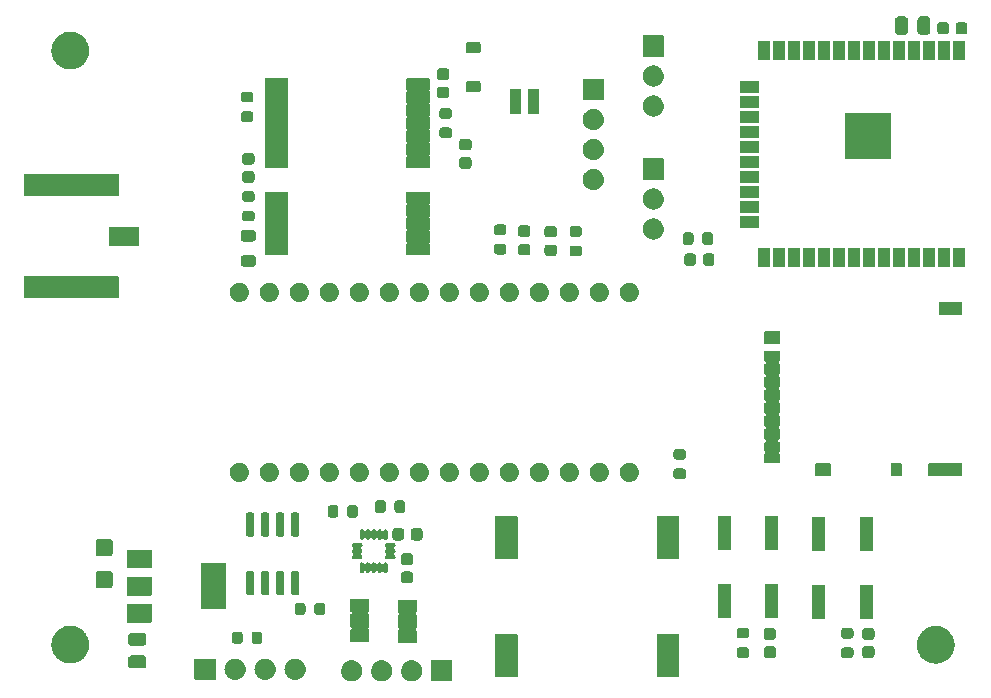
<source format=gbr>
%TF.GenerationSoftware,KiCad,Pcbnew,7.0.2-0*%
%TF.CreationDate,2023-07-24T20:11:18-04:00*%
%TF.ProjectId,data_logger,64617461-5f6c-46f6-9767-65722e6b6963,rev?*%
%TF.SameCoordinates,Original*%
%TF.FileFunction,Soldermask,Top*%
%TF.FilePolarity,Negative*%
%FSLAX46Y46*%
G04 Gerber Fmt 4.6, Leading zero omitted, Abs format (unit mm)*
G04 Created by KiCad (PCBNEW 7.0.2-0) date 2023-07-24 20:11:18*
%MOMM*%
%LPD*%
G01*
G04 APERTURE LIST*
G04 APERTURE END LIST*
G36*
X21061281Y-67288223D02*
G01*
X21119541Y-67288223D01*
X21183206Y-67297818D01*
X21250295Y-67303099D01*
X21304369Y-67316081D01*
X21355953Y-67323856D01*
X21423358Y-67344647D01*
X21494427Y-67361710D01*
X21540380Y-67380744D01*
X21584420Y-67394329D01*
X21653560Y-67427625D01*
X21726385Y-67457790D01*
X21763765Y-67480696D01*
X21799825Y-67498062D01*
X21868416Y-67544827D01*
X21940456Y-67588973D01*
X21969303Y-67613610D01*
X21997362Y-67632741D01*
X22062871Y-67693524D01*
X22131371Y-67752029D01*
X22152173Y-67776385D01*
X22172626Y-67795363D01*
X22232427Y-67870351D01*
X22294427Y-67942944D01*
X22308061Y-67965193D01*
X22321694Y-67982288D01*
X22373105Y-68071336D01*
X22425610Y-68157015D01*
X22433322Y-68175634D01*
X22441233Y-68189336D01*
X22481580Y-68292139D01*
X22521690Y-68388973D01*
X22525006Y-68402788D01*
X22528580Y-68411893D01*
X22555343Y-68529148D01*
X22580301Y-68633105D01*
X22580948Y-68641330D01*
X22581783Y-68644987D01*
X22592665Y-68790208D01*
X22600000Y-68883400D01*
X22592663Y-68976623D01*
X22581783Y-69121812D01*
X22580948Y-69125468D01*
X22580301Y-69133695D01*
X22555338Y-69237670D01*
X22528580Y-69354906D01*
X22525007Y-69364008D01*
X22521690Y-69377827D01*
X22481572Y-69474678D01*
X22441233Y-69577463D01*
X22433323Y-69591162D01*
X22425610Y-69609785D01*
X22373095Y-69695480D01*
X22321694Y-69784511D01*
X22308064Y-69801602D01*
X22294427Y-69823856D01*
X22232415Y-69896462D01*
X22172626Y-69971436D01*
X22152177Y-69990409D01*
X22131371Y-70014771D01*
X22062857Y-70073286D01*
X21997362Y-70134058D01*
X21969309Y-70153184D01*
X21940456Y-70177827D01*
X21868402Y-70221981D01*
X21799825Y-70268737D01*
X21763772Y-70286098D01*
X21726385Y-70309010D01*
X21653546Y-70339180D01*
X21584420Y-70372470D01*
X21540390Y-70386051D01*
X21494427Y-70405090D01*
X21423344Y-70422155D01*
X21355953Y-70442943D01*
X21304377Y-70450716D01*
X21250295Y-70463701D01*
X21183202Y-70468981D01*
X21119541Y-70478577D01*
X21061281Y-70478577D01*
X21000000Y-70483400D01*
X20938719Y-70478577D01*
X20880459Y-70478577D01*
X20816796Y-70468981D01*
X20749705Y-70463701D01*
X20695623Y-70450717D01*
X20644046Y-70442943D01*
X20576651Y-70422154D01*
X20505573Y-70405090D01*
X20459612Y-70386052D01*
X20415579Y-70372470D01*
X20346449Y-70339178D01*
X20273615Y-70309010D01*
X20236227Y-70286099D01*
X20200175Y-70268737D01*
X20131594Y-70221979D01*
X20059544Y-70177827D01*
X20030694Y-70153187D01*
X20002637Y-70134058D01*
X19937129Y-70073275D01*
X19868629Y-70014771D01*
X19847826Y-69990413D01*
X19827373Y-69971436D01*
X19767569Y-69896445D01*
X19705573Y-69823856D01*
X19691939Y-69801607D01*
X19678305Y-69784511D01*
X19626886Y-69695452D01*
X19574390Y-69609785D01*
X19566678Y-69591168D01*
X19558766Y-69577463D01*
X19518408Y-69474632D01*
X19478310Y-69377827D01*
X19474994Y-69364015D01*
X19471419Y-69354906D01*
X19444634Y-69237555D01*
X19419699Y-69133695D01*
X19419052Y-69125474D01*
X19418216Y-69121812D01*
X19407303Y-68976186D01*
X19400000Y-68883400D01*
X19407314Y-68790461D01*
X19418216Y-68644987D01*
X19419052Y-68641323D01*
X19419699Y-68633105D01*
X19444636Y-68529233D01*
X19471419Y-68411893D01*
X19474994Y-68402782D01*
X19478310Y-68388973D01*
X19518400Y-68292185D01*
X19558766Y-68189336D01*
X19566680Y-68175628D01*
X19574390Y-68157015D01*
X19626876Y-68071364D01*
X19678305Y-67982288D01*
X19691941Y-67965187D01*
X19705573Y-67942944D01*
X19767557Y-67870369D01*
X19827373Y-67795363D01*
X19847830Y-67776381D01*
X19868629Y-67752029D01*
X19937116Y-67693535D01*
X20002637Y-67632741D01*
X20030699Y-67613608D01*
X20059544Y-67588973D01*
X20131579Y-67544829D01*
X20200175Y-67498062D01*
X20236235Y-67480696D01*
X20273615Y-67457790D01*
X20346434Y-67427627D01*
X20415579Y-67394329D01*
X20459622Y-67380743D01*
X20505573Y-67361710D01*
X20576636Y-67344649D01*
X20644046Y-67323856D01*
X20695632Y-67316080D01*
X20749705Y-67303099D01*
X20816792Y-67297818D01*
X20880459Y-67288223D01*
X20938719Y-67288223D01*
X21000000Y-67283400D01*
X21061281Y-67288223D01*
G37*
G36*
X27214514Y-69798395D02*
G01*
X27230326Y-69805376D01*
X27238131Y-69806613D01*
X27270639Y-69823176D01*
X27315706Y-69843076D01*
X27393924Y-69921294D01*
X27413826Y-69966367D01*
X27430386Y-69998868D01*
X27431621Y-70006670D01*
X27438605Y-70022486D01*
X27446600Y-70091400D01*
X27446600Y-70591400D01*
X27438605Y-70660314D01*
X27431621Y-70676129D01*
X27430386Y-70683931D01*
X27413829Y-70716424D01*
X27393924Y-70761506D01*
X27315706Y-70839724D01*
X27270624Y-70859629D01*
X27238131Y-70876186D01*
X27230329Y-70877421D01*
X27214514Y-70884405D01*
X27145600Y-70892400D01*
X26195600Y-70892400D01*
X26126686Y-70884405D01*
X26110870Y-70877421D01*
X26103068Y-70876186D01*
X26070567Y-70859626D01*
X26025494Y-70839724D01*
X25947276Y-70761506D01*
X25927376Y-70716439D01*
X25910813Y-70683931D01*
X25909576Y-70676126D01*
X25902595Y-70660314D01*
X25894600Y-70591400D01*
X25894600Y-70091400D01*
X25902595Y-70022486D01*
X25909576Y-70006674D01*
X25910813Y-69998868D01*
X25927380Y-69966353D01*
X25947276Y-69921294D01*
X26025494Y-69843076D01*
X26070553Y-69823180D01*
X26103068Y-69806613D01*
X26110874Y-69805376D01*
X26126686Y-69798395D01*
X26195600Y-69790400D01*
X27145600Y-69790400D01*
X27214514Y-69798395D01*
G37*
G36*
X33288117Y-70082282D02*
G01*
X33304662Y-70093338D01*
X33315718Y-70109883D01*
X33319600Y-70129400D01*
X33319600Y-71829400D01*
X33315718Y-71848917D01*
X33304662Y-71865462D01*
X33288117Y-71876518D01*
X33268600Y-71880400D01*
X31568600Y-71880400D01*
X31549083Y-71876518D01*
X31532538Y-71865462D01*
X31521482Y-71848917D01*
X31517600Y-71829400D01*
X31517600Y-70129400D01*
X31521482Y-70109883D01*
X31532538Y-70093338D01*
X31549083Y-70082282D01*
X31568600Y-70078400D01*
X33268600Y-70078400D01*
X33288117Y-70082282D01*
G37*
G36*
X40082583Y-70083336D02*
G01*
X40132780Y-70083336D01*
X40176124Y-70092549D01*
X40214259Y-70096305D01*
X40262166Y-70110837D01*
X40317024Y-70122498D01*
X40352130Y-70138128D01*
X40383166Y-70147543D01*
X40432484Y-70173904D01*
X40489100Y-70199111D01*
X40515422Y-70218235D01*
X40538832Y-70230748D01*
X40586588Y-70269940D01*
X40641487Y-70309827D01*
X40659311Y-70329623D01*
X40675275Y-70342724D01*
X40718172Y-70394994D01*
X40767524Y-70449805D01*
X40777892Y-70467763D01*
X40787251Y-70479167D01*
X40821873Y-70543942D01*
X40861704Y-70612930D01*
X40866285Y-70627030D01*
X40870456Y-70634833D01*
X40893452Y-70710642D01*
X40919911Y-70792072D01*
X40920842Y-70800932D01*
X40921694Y-70803740D01*
X40929985Y-70887920D01*
X40939600Y-70979400D01*
X40929982Y-71070901D01*
X40921694Y-71155059D01*
X40920842Y-71157866D01*
X40919911Y-71166728D01*
X40893448Y-71248171D01*
X40870456Y-71323966D01*
X40866286Y-71331766D01*
X40861704Y-71345870D01*
X40821866Y-71414870D01*
X40787251Y-71479632D01*
X40777894Y-71491033D01*
X40767524Y-71508995D01*
X40718163Y-71563815D01*
X40675275Y-71616075D01*
X40659314Y-71629173D01*
X40641487Y-71648973D01*
X40586577Y-71688867D01*
X40538832Y-71728051D01*
X40515427Y-71740561D01*
X40489100Y-71759689D01*
X40432473Y-71784900D01*
X40383166Y-71811256D01*
X40352137Y-71820668D01*
X40317024Y-71836302D01*
X40262155Y-71847964D01*
X40214259Y-71862494D01*
X40176133Y-71866249D01*
X40132780Y-71875464D01*
X40082572Y-71875464D01*
X40038599Y-71879795D01*
X39994626Y-71875464D01*
X39944420Y-71875464D01*
X39901067Y-71866249D01*
X39862940Y-71862494D01*
X39815041Y-71847963D01*
X39760176Y-71836302D01*
X39725064Y-71820669D01*
X39694033Y-71811256D01*
X39644720Y-71784898D01*
X39588100Y-71759689D01*
X39561775Y-71740563D01*
X39538367Y-71728051D01*
X39490613Y-71688860D01*
X39435713Y-71648973D01*
X39417887Y-71629176D01*
X39401924Y-71616075D01*
X39359025Y-71563802D01*
X39309676Y-71508995D01*
X39299308Y-71491037D01*
X39289948Y-71479632D01*
X39255319Y-71414847D01*
X39215496Y-71345870D01*
X39210915Y-71331771D01*
X39206743Y-71323966D01*
X39183736Y-71248125D01*
X39157289Y-71166728D01*
X39156358Y-71157871D01*
X39155505Y-71155059D01*
X39147201Y-71070749D01*
X39137600Y-70979400D01*
X39147198Y-70888072D01*
X39155505Y-70803740D01*
X39156358Y-70800927D01*
X39157289Y-70792072D01*
X39183732Y-70710688D01*
X39206743Y-70634833D01*
X39210915Y-70627026D01*
X39215496Y-70612930D01*
X39255312Y-70543965D01*
X39289948Y-70479167D01*
X39299310Y-70467759D01*
X39309676Y-70449805D01*
X39359016Y-70395007D01*
X39401924Y-70342724D01*
X39417891Y-70329619D01*
X39435713Y-70309827D01*
X39490602Y-70269946D01*
X39538367Y-70230748D01*
X39561780Y-70218233D01*
X39588100Y-70199111D01*
X39644709Y-70173906D01*
X39694033Y-70147543D01*
X39725071Y-70138127D01*
X39760176Y-70122498D01*
X39815030Y-70110838D01*
X39862940Y-70096305D01*
X39901076Y-70092548D01*
X39944420Y-70083336D01*
X39994616Y-70083336D01*
X40038599Y-70079004D01*
X40082583Y-70083336D01*
G37*
G36*
X53321117Y-70209282D02*
G01*
X53337662Y-70220338D01*
X53348718Y-70236883D01*
X53352600Y-70256400D01*
X53352600Y-71956400D01*
X53348718Y-71975917D01*
X53337662Y-71992462D01*
X53321117Y-72003518D01*
X53301600Y-72007400D01*
X51601600Y-72007400D01*
X51582083Y-72003518D01*
X51565538Y-71992462D01*
X51554482Y-71975917D01*
X51550600Y-71956400D01*
X51550600Y-70256400D01*
X51554482Y-70236883D01*
X51565538Y-70220338D01*
X51582083Y-70209282D01*
X51601600Y-70205400D01*
X53301600Y-70205400D01*
X53321117Y-70209282D01*
G37*
G36*
X44875583Y-70210336D02*
G01*
X44925780Y-70210336D01*
X44969124Y-70219549D01*
X45007259Y-70223305D01*
X45055166Y-70237837D01*
X45110024Y-70249498D01*
X45145130Y-70265128D01*
X45176166Y-70274543D01*
X45225484Y-70300904D01*
X45282100Y-70326111D01*
X45308422Y-70345235D01*
X45331832Y-70357748D01*
X45379588Y-70396940D01*
X45434487Y-70436827D01*
X45452311Y-70456623D01*
X45468275Y-70469724D01*
X45511172Y-70521994D01*
X45560524Y-70576805D01*
X45570892Y-70594763D01*
X45580251Y-70606167D01*
X45614873Y-70670942D01*
X45654704Y-70739930D01*
X45659285Y-70754030D01*
X45663456Y-70761833D01*
X45686452Y-70837642D01*
X45712911Y-70919072D01*
X45713842Y-70927932D01*
X45714694Y-70930740D01*
X45722984Y-71014913D01*
X45732600Y-71106400D01*
X45722983Y-71197894D01*
X45714694Y-71282059D01*
X45713842Y-71284866D01*
X45712911Y-71293728D01*
X45686448Y-71375171D01*
X45663456Y-71450966D01*
X45659286Y-71458766D01*
X45654704Y-71472870D01*
X45614866Y-71541870D01*
X45580251Y-71606632D01*
X45570894Y-71618033D01*
X45560524Y-71635995D01*
X45511163Y-71690815D01*
X45468275Y-71743075D01*
X45452314Y-71756173D01*
X45434487Y-71775973D01*
X45379577Y-71815867D01*
X45331832Y-71855051D01*
X45308427Y-71867561D01*
X45282100Y-71886689D01*
X45225473Y-71911900D01*
X45176166Y-71938256D01*
X45145137Y-71947668D01*
X45110024Y-71963302D01*
X45055155Y-71974964D01*
X45007259Y-71989494D01*
X44969132Y-71993249D01*
X44925780Y-72002464D01*
X44875573Y-72002464D01*
X44831600Y-72006795D01*
X44787627Y-72002464D01*
X44737420Y-72002464D01*
X44694067Y-71993249D01*
X44655940Y-71989494D01*
X44608041Y-71974963D01*
X44553176Y-71963302D01*
X44518064Y-71947669D01*
X44487033Y-71938256D01*
X44437720Y-71911898D01*
X44381100Y-71886689D01*
X44354775Y-71867563D01*
X44331367Y-71855051D01*
X44283613Y-71815860D01*
X44228713Y-71775973D01*
X44210887Y-71756176D01*
X44194924Y-71743075D01*
X44152025Y-71690802D01*
X44102676Y-71635995D01*
X44092308Y-71618037D01*
X44082948Y-71606632D01*
X44048319Y-71541847D01*
X44008496Y-71472870D01*
X44003915Y-71458771D01*
X43999743Y-71450966D01*
X43976736Y-71375125D01*
X43950289Y-71293728D01*
X43949358Y-71284871D01*
X43948505Y-71282059D01*
X43940200Y-71197742D01*
X43930600Y-71106400D01*
X43940199Y-71015064D01*
X43948505Y-70930740D01*
X43949358Y-70927927D01*
X43950289Y-70919072D01*
X43976732Y-70837688D01*
X43999743Y-70761833D01*
X44003915Y-70754026D01*
X44008496Y-70739930D01*
X44048312Y-70670965D01*
X44082948Y-70606167D01*
X44092310Y-70594759D01*
X44102676Y-70576805D01*
X44152016Y-70522007D01*
X44194924Y-70469724D01*
X44210891Y-70456619D01*
X44228713Y-70436827D01*
X44283602Y-70396946D01*
X44331367Y-70357748D01*
X44354780Y-70345233D01*
X44381100Y-70326111D01*
X44437709Y-70300906D01*
X44487033Y-70274543D01*
X44518071Y-70265127D01*
X44553176Y-70249498D01*
X44608030Y-70237838D01*
X44655940Y-70223305D01*
X44694076Y-70219548D01*
X44737420Y-70210336D01*
X44787616Y-70210336D01*
X44831600Y-70206004D01*
X44875583Y-70210336D01*
G37*
G36*
X47415583Y-70210336D02*
G01*
X47465780Y-70210336D01*
X47509124Y-70219549D01*
X47547259Y-70223305D01*
X47595166Y-70237837D01*
X47650024Y-70249498D01*
X47685130Y-70265128D01*
X47716166Y-70274543D01*
X47765484Y-70300904D01*
X47822100Y-70326111D01*
X47848422Y-70345235D01*
X47871832Y-70357748D01*
X47919588Y-70396940D01*
X47974487Y-70436827D01*
X47992311Y-70456623D01*
X48008275Y-70469724D01*
X48051172Y-70521994D01*
X48100524Y-70576805D01*
X48110892Y-70594763D01*
X48120251Y-70606167D01*
X48154873Y-70670942D01*
X48194704Y-70739930D01*
X48199285Y-70754030D01*
X48203456Y-70761833D01*
X48226452Y-70837642D01*
X48252911Y-70919072D01*
X48253842Y-70927932D01*
X48254694Y-70930740D01*
X48262984Y-71014913D01*
X48272600Y-71106400D01*
X48262983Y-71197894D01*
X48254694Y-71282059D01*
X48253842Y-71284866D01*
X48252911Y-71293728D01*
X48226448Y-71375171D01*
X48203456Y-71450966D01*
X48199286Y-71458766D01*
X48194704Y-71472870D01*
X48154866Y-71541870D01*
X48120251Y-71606632D01*
X48110894Y-71618033D01*
X48100524Y-71635995D01*
X48051163Y-71690815D01*
X48008275Y-71743075D01*
X47992314Y-71756173D01*
X47974487Y-71775973D01*
X47919577Y-71815867D01*
X47871832Y-71855051D01*
X47848427Y-71867561D01*
X47822100Y-71886689D01*
X47765473Y-71911900D01*
X47716166Y-71938256D01*
X47685137Y-71947668D01*
X47650024Y-71963302D01*
X47595155Y-71974964D01*
X47547259Y-71989494D01*
X47509133Y-71993249D01*
X47465780Y-72002464D01*
X47415572Y-72002464D01*
X47371599Y-72006795D01*
X47327626Y-72002464D01*
X47277420Y-72002464D01*
X47234067Y-71993249D01*
X47195940Y-71989494D01*
X47148041Y-71974963D01*
X47093176Y-71963302D01*
X47058064Y-71947669D01*
X47027033Y-71938256D01*
X46977720Y-71911898D01*
X46921100Y-71886689D01*
X46894775Y-71867563D01*
X46871367Y-71855051D01*
X46823613Y-71815860D01*
X46768713Y-71775973D01*
X46750887Y-71756176D01*
X46734924Y-71743075D01*
X46692025Y-71690802D01*
X46642676Y-71635995D01*
X46632308Y-71618037D01*
X46622948Y-71606632D01*
X46588319Y-71541847D01*
X46548496Y-71472870D01*
X46543915Y-71458771D01*
X46539743Y-71450966D01*
X46516736Y-71375125D01*
X46490289Y-71293728D01*
X46489358Y-71284871D01*
X46488505Y-71282059D01*
X46480200Y-71197742D01*
X46470600Y-71106400D01*
X46480199Y-71015064D01*
X46488505Y-70930740D01*
X46489358Y-70927927D01*
X46490289Y-70919072D01*
X46516732Y-70837688D01*
X46539743Y-70761833D01*
X46543915Y-70754026D01*
X46548496Y-70739930D01*
X46588312Y-70670965D01*
X46622948Y-70606167D01*
X46632310Y-70594759D01*
X46642676Y-70576805D01*
X46692016Y-70522007D01*
X46734924Y-70469724D01*
X46750891Y-70456619D01*
X46768713Y-70436827D01*
X46823602Y-70396946D01*
X46871367Y-70357748D01*
X46894780Y-70345233D01*
X46921100Y-70326111D01*
X46977709Y-70300906D01*
X47027033Y-70274543D01*
X47058071Y-70265127D01*
X47093176Y-70249498D01*
X47148030Y-70237838D01*
X47195940Y-70223305D01*
X47234076Y-70219548D01*
X47277420Y-70210336D01*
X47327616Y-70210336D01*
X47371599Y-70206004D01*
X47415583Y-70210336D01*
G37*
G36*
X49955583Y-70210336D02*
G01*
X50005780Y-70210336D01*
X50049124Y-70219549D01*
X50087259Y-70223305D01*
X50135166Y-70237837D01*
X50190024Y-70249498D01*
X50225130Y-70265128D01*
X50256166Y-70274543D01*
X50305484Y-70300904D01*
X50362100Y-70326111D01*
X50388422Y-70345235D01*
X50411832Y-70357748D01*
X50459588Y-70396940D01*
X50514487Y-70436827D01*
X50532311Y-70456623D01*
X50548275Y-70469724D01*
X50591172Y-70521994D01*
X50640524Y-70576805D01*
X50650892Y-70594763D01*
X50660251Y-70606167D01*
X50694873Y-70670942D01*
X50734704Y-70739930D01*
X50739285Y-70754030D01*
X50743456Y-70761833D01*
X50766452Y-70837642D01*
X50792911Y-70919072D01*
X50793842Y-70927932D01*
X50794694Y-70930740D01*
X50802984Y-71014913D01*
X50812600Y-71106400D01*
X50802983Y-71197894D01*
X50794694Y-71282059D01*
X50793842Y-71284866D01*
X50792911Y-71293728D01*
X50766448Y-71375171D01*
X50743456Y-71450966D01*
X50739286Y-71458766D01*
X50734704Y-71472870D01*
X50694866Y-71541870D01*
X50660251Y-71606632D01*
X50650894Y-71618033D01*
X50640524Y-71635995D01*
X50591163Y-71690815D01*
X50548275Y-71743075D01*
X50532314Y-71756173D01*
X50514487Y-71775973D01*
X50459577Y-71815867D01*
X50411832Y-71855051D01*
X50388427Y-71867561D01*
X50362100Y-71886689D01*
X50305473Y-71911900D01*
X50256166Y-71938256D01*
X50225137Y-71947668D01*
X50190024Y-71963302D01*
X50135155Y-71974964D01*
X50087259Y-71989494D01*
X50049132Y-71993249D01*
X50005780Y-72002464D01*
X49955573Y-72002464D01*
X49911600Y-72006795D01*
X49867627Y-72002464D01*
X49817420Y-72002464D01*
X49774067Y-71993249D01*
X49735940Y-71989494D01*
X49688041Y-71974963D01*
X49633176Y-71963302D01*
X49598064Y-71947669D01*
X49567033Y-71938256D01*
X49517720Y-71911898D01*
X49461100Y-71886689D01*
X49434775Y-71867563D01*
X49411367Y-71855051D01*
X49363613Y-71815860D01*
X49308713Y-71775973D01*
X49290887Y-71756176D01*
X49274924Y-71743075D01*
X49232025Y-71690802D01*
X49182676Y-71635995D01*
X49172308Y-71618037D01*
X49162948Y-71606632D01*
X49128319Y-71541847D01*
X49088496Y-71472870D01*
X49083915Y-71458771D01*
X49079743Y-71450966D01*
X49056736Y-71375125D01*
X49030289Y-71293728D01*
X49029358Y-71284871D01*
X49028505Y-71282059D01*
X49020200Y-71197742D01*
X49010600Y-71106400D01*
X49020199Y-71015064D01*
X49028505Y-70930740D01*
X49029358Y-70927927D01*
X49030289Y-70919072D01*
X49056732Y-70837688D01*
X49079743Y-70761833D01*
X49083915Y-70754026D01*
X49088496Y-70739930D01*
X49128312Y-70670965D01*
X49162948Y-70606167D01*
X49172310Y-70594759D01*
X49182676Y-70576805D01*
X49232016Y-70522007D01*
X49274924Y-70469724D01*
X49290891Y-70456619D01*
X49308713Y-70436827D01*
X49363602Y-70396946D01*
X49411367Y-70357748D01*
X49434780Y-70345233D01*
X49461100Y-70326111D01*
X49517709Y-70300906D01*
X49567033Y-70274543D01*
X49598071Y-70265127D01*
X49633176Y-70249498D01*
X49688030Y-70237838D01*
X49735940Y-70223305D01*
X49774076Y-70219548D01*
X49817420Y-70210336D01*
X49867616Y-70210336D01*
X49911600Y-70206004D01*
X49955583Y-70210336D01*
G37*
G36*
X35002583Y-70083336D02*
G01*
X35052780Y-70083336D01*
X35096124Y-70092549D01*
X35134259Y-70096305D01*
X35182166Y-70110837D01*
X35237024Y-70122498D01*
X35272130Y-70138128D01*
X35303166Y-70147543D01*
X35352484Y-70173904D01*
X35409100Y-70199111D01*
X35435422Y-70218235D01*
X35458832Y-70230748D01*
X35506588Y-70269940D01*
X35561487Y-70309827D01*
X35579311Y-70329623D01*
X35595275Y-70342724D01*
X35638172Y-70394994D01*
X35687524Y-70449805D01*
X35697892Y-70467763D01*
X35707251Y-70479167D01*
X35741873Y-70543942D01*
X35781704Y-70612930D01*
X35786285Y-70627030D01*
X35790456Y-70634833D01*
X35813452Y-70710642D01*
X35839911Y-70792072D01*
X35840842Y-70800932D01*
X35841694Y-70803740D01*
X35849985Y-70887920D01*
X35859600Y-70979400D01*
X35849982Y-71070901D01*
X35841694Y-71155059D01*
X35840842Y-71157866D01*
X35839911Y-71166728D01*
X35813448Y-71248171D01*
X35790456Y-71323966D01*
X35786286Y-71331766D01*
X35781704Y-71345870D01*
X35741866Y-71414870D01*
X35707251Y-71479632D01*
X35697894Y-71491033D01*
X35687524Y-71508995D01*
X35638163Y-71563815D01*
X35595275Y-71616075D01*
X35579314Y-71629173D01*
X35561487Y-71648973D01*
X35506577Y-71688867D01*
X35458832Y-71728051D01*
X35435427Y-71740561D01*
X35409100Y-71759689D01*
X35352473Y-71784900D01*
X35303166Y-71811256D01*
X35272137Y-71820668D01*
X35237024Y-71836302D01*
X35182155Y-71847964D01*
X35134259Y-71862494D01*
X35096133Y-71866249D01*
X35052780Y-71875464D01*
X35002572Y-71875464D01*
X34958599Y-71879795D01*
X34914626Y-71875464D01*
X34864420Y-71875464D01*
X34821067Y-71866249D01*
X34782940Y-71862494D01*
X34735041Y-71847963D01*
X34680176Y-71836302D01*
X34645064Y-71820669D01*
X34614033Y-71811256D01*
X34564720Y-71784898D01*
X34508100Y-71759689D01*
X34481775Y-71740563D01*
X34458367Y-71728051D01*
X34410613Y-71688860D01*
X34355713Y-71648973D01*
X34337887Y-71629176D01*
X34321924Y-71616075D01*
X34279025Y-71563802D01*
X34229676Y-71508995D01*
X34219308Y-71491037D01*
X34209948Y-71479632D01*
X34175319Y-71414847D01*
X34135496Y-71345870D01*
X34130915Y-71331771D01*
X34126743Y-71323966D01*
X34103736Y-71248125D01*
X34077289Y-71166728D01*
X34076358Y-71157871D01*
X34075505Y-71155059D01*
X34067201Y-71070749D01*
X34057600Y-70979400D01*
X34067198Y-70888072D01*
X34075505Y-70803740D01*
X34076358Y-70800927D01*
X34077289Y-70792072D01*
X34103732Y-70710688D01*
X34126743Y-70634833D01*
X34130915Y-70627026D01*
X34135496Y-70612930D01*
X34175312Y-70543965D01*
X34209948Y-70479167D01*
X34219310Y-70467759D01*
X34229676Y-70449805D01*
X34279016Y-70395007D01*
X34321924Y-70342724D01*
X34337891Y-70329619D01*
X34355713Y-70309827D01*
X34410602Y-70269946D01*
X34458367Y-70230748D01*
X34481780Y-70218233D01*
X34508100Y-70199111D01*
X34564709Y-70173906D01*
X34614033Y-70147543D01*
X34645071Y-70138127D01*
X34680176Y-70122498D01*
X34735030Y-70110838D01*
X34782940Y-70096305D01*
X34821076Y-70092548D01*
X34864420Y-70083336D01*
X34914616Y-70083336D01*
X34958600Y-70079004D01*
X35002583Y-70083336D01*
G37*
G36*
X37542583Y-70083336D02*
G01*
X37592780Y-70083336D01*
X37636124Y-70092549D01*
X37674259Y-70096305D01*
X37722166Y-70110837D01*
X37777024Y-70122498D01*
X37812130Y-70138128D01*
X37843166Y-70147543D01*
X37892484Y-70173904D01*
X37949100Y-70199111D01*
X37975422Y-70218235D01*
X37998832Y-70230748D01*
X38046588Y-70269940D01*
X38101487Y-70309827D01*
X38119311Y-70329623D01*
X38135275Y-70342724D01*
X38178172Y-70394994D01*
X38227524Y-70449805D01*
X38237892Y-70467763D01*
X38247251Y-70479167D01*
X38281873Y-70543942D01*
X38321704Y-70612930D01*
X38326285Y-70627030D01*
X38330456Y-70634833D01*
X38353452Y-70710642D01*
X38379911Y-70792072D01*
X38380842Y-70800932D01*
X38381694Y-70803740D01*
X38389985Y-70887920D01*
X38399600Y-70979400D01*
X38389982Y-71070901D01*
X38381694Y-71155059D01*
X38380842Y-71157866D01*
X38379911Y-71166728D01*
X38353448Y-71248171D01*
X38330456Y-71323966D01*
X38326286Y-71331766D01*
X38321704Y-71345870D01*
X38281866Y-71414870D01*
X38247251Y-71479632D01*
X38237894Y-71491033D01*
X38227524Y-71508995D01*
X38178163Y-71563815D01*
X38135275Y-71616075D01*
X38119314Y-71629173D01*
X38101487Y-71648973D01*
X38046577Y-71688867D01*
X37998832Y-71728051D01*
X37975427Y-71740561D01*
X37949100Y-71759689D01*
X37892473Y-71784900D01*
X37843166Y-71811256D01*
X37812137Y-71820668D01*
X37777024Y-71836302D01*
X37722155Y-71847964D01*
X37674259Y-71862494D01*
X37636133Y-71866249D01*
X37592780Y-71875464D01*
X37542572Y-71875464D01*
X37498599Y-71879795D01*
X37454626Y-71875464D01*
X37404420Y-71875464D01*
X37361067Y-71866249D01*
X37322940Y-71862494D01*
X37275041Y-71847963D01*
X37220176Y-71836302D01*
X37185064Y-71820669D01*
X37154033Y-71811256D01*
X37104720Y-71784898D01*
X37048100Y-71759689D01*
X37021775Y-71740563D01*
X36998367Y-71728051D01*
X36950613Y-71688860D01*
X36895713Y-71648973D01*
X36877887Y-71629176D01*
X36861924Y-71616075D01*
X36819025Y-71563802D01*
X36769676Y-71508995D01*
X36759308Y-71491037D01*
X36749948Y-71479632D01*
X36715319Y-71414847D01*
X36675496Y-71345870D01*
X36670915Y-71331771D01*
X36666743Y-71323966D01*
X36643736Y-71248125D01*
X36617289Y-71166728D01*
X36616358Y-71157871D01*
X36615505Y-71155059D01*
X36607200Y-71070742D01*
X36597600Y-70979400D01*
X36607199Y-70888064D01*
X36615505Y-70803740D01*
X36616358Y-70800927D01*
X36617289Y-70792072D01*
X36643732Y-70710688D01*
X36666743Y-70634833D01*
X36670915Y-70627026D01*
X36675496Y-70612930D01*
X36715312Y-70543965D01*
X36749948Y-70479167D01*
X36759310Y-70467759D01*
X36769676Y-70449805D01*
X36819016Y-70395007D01*
X36861924Y-70342724D01*
X36877891Y-70329619D01*
X36895713Y-70309827D01*
X36950602Y-70269946D01*
X36998367Y-70230748D01*
X37021780Y-70218233D01*
X37048100Y-70199111D01*
X37104709Y-70173906D01*
X37154033Y-70147543D01*
X37185071Y-70138127D01*
X37220176Y-70122498D01*
X37275030Y-70110838D01*
X37322940Y-70096305D01*
X37361076Y-70092548D01*
X37404420Y-70083336D01*
X37454616Y-70083336D01*
X37498599Y-70079004D01*
X37542583Y-70083336D01*
G37*
G36*
X24370514Y-59932395D02*
G01*
X24386326Y-59939376D01*
X24394131Y-59940613D01*
X24426639Y-59957176D01*
X24471706Y-59977076D01*
X24549924Y-60055294D01*
X24569826Y-60100367D01*
X24586386Y-60132868D01*
X24587621Y-60140670D01*
X24594605Y-60156486D01*
X24602600Y-60225400D01*
X24602600Y-61125400D01*
X24594605Y-61194314D01*
X24587621Y-61210129D01*
X24586386Y-61217931D01*
X24569829Y-61250424D01*
X24549924Y-61295506D01*
X24471706Y-61373724D01*
X24426624Y-61393629D01*
X24394131Y-61410186D01*
X24386329Y-61411421D01*
X24370514Y-61418405D01*
X24301600Y-61426400D01*
X23451600Y-61426400D01*
X23382686Y-61418405D01*
X23366870Y-61411421D01*
X23359068Y-61410186D01*
X23326567Y-61393626D01*
X23281494Y-61373724D01*
X23203276Y-61295506D01*
X23183376Y-61250439D01*
X23166813Y-61217931D01*
X23165576Y-61210126D01*
X23158595Y-61194314D01*
X23150600Y-61125400D01*
X23150600Y-60225400D01*
X23158595Y-60156486D01*
X23165576Y-60140674D01*
X23166813Y-60132868D01*
X23183380Y-60100353D01*
X23203276Y-60055294D01*
X23281494Y-59977076D01*
X23326553Y-59957180D01*
X23359068Y-59940613D01*
X23366874Y-59939376D01*
X23382686Y-59932395D01*
X23451600Y-59924400D01*
X24301600Y-59924400D01*
X24370514Y-59932395D01*
G37*
G36*
X27850117Y-60850282D02*
G01*
X27866662Y-60861338D01*
X27877718Y-60877883D01*
X27881600Y-60897400D01*
X27881600Y-62397400D01*
X27877718Y-62416917D01*
X27866662Y-62433462D01*
X27850117Y-62444518D01*
X27830600Y-62448400D01*
X25830600Y-62448400D01*
X25811083Y-62444518D01*
X25794538Y-62433462D01*
X25783482Y-62416917D01*
X25779600Y-62397400D01*
X25779600Y-60897400D01*
X25783482Y-60877883D01*
X25794538Y-60861338D01*
X25811083Y-60850282D01*
X25830600Y-60846400D01*
X27830600Y-60846400D01*
X27850117Y-60850282D01*
G37*
G36*
X34150117Y-62000282D02*
G01*
X34166662Y-62011338D01*
X34177718Y-62027883D01*
X34181600Y-62047400D01*
X34181600Y-65847400D01*
X34177718Y-65866917D01*
X34166662Y-65883462D01*
X34150117Y-65894518D01*
X34130600Y-65898400D01*
X32130600Y-65898400D01*
X32111083Y-65894518D01*
X32094538Y-65883462D01*
X32083482Y-65866917D01*
X32079600Y-65847400D01*
X32079600Y-62047400D01*
X32083482Y-62027883D01*
X32094538Y-62011338D01*
X32111083Y-62000282D01*
X32130600Y-61996400D01*
X34130600Y-61996400D01*
X34150117Y-62000282D01*
G37*
G36*
X46294517Y-65017082D02*
G01*
X46311062Y-65028138D01*
X46322118Y-65044683D01*
X46326000Y-65064200D01*
X46326000Y-66064200D01*
X46322118Y-66083717D01*
X46311062Y-66100262D01*
X46294517Y-66111318D01*
X46288359Y-66112542D01*
X46236213Y-66147387D01*
X46236213Y-66281013D01*
X46288360Y-66315857D01*
X46294517Y-66317082D01*
X46311062Y-66328138D01*
X46322118Y-66344683D01*
X46326000Y-66364200D01*
X46326000Y-67364200D01*
X46322118Y-67383717D01*
X46311062Y-67400262D01*
X46294517Y-67411318D01*
X46288359Y-67412542D01*
X46236213Y-67447387D01*
X46236213Y-67581013D01*
X46288360Y-67615857D01*
X46294517Y-67617082D01*
X46311062Y-67628138D01*
X46322118Y-67644683D01*
X46326000Y-67664200D01*
X46326000Y-68664200D01*
X46322118Y-68683717D01*
X46311062Y-68700262D01*
X46294517Y-68711318D01*
X46275000Y-68715200D01*
X44775000Y-68715200D01*
X44755483Y-68711318D01*
X44738938Y-68700262D01*
X44727882Y-68683717D01*
X44724000Y-68664200D01*
X44724000Y-67664200D01*
X44727882Y-67644683D01*
X44738938Y-67628138D01*
X44755483Y-67617082D01*
X44761636Y-67615857D01*
X44813786Y-67581012D01*
X44813786Y-67447388D01*
X44761638Y-67412542D01*
X44755483Y-67411318D01*
X44738938Y-67400262D01*
X44727882Y-67383717D01*
X44724000Y-67364200D01*
X44724000Y-66364200D01*
X44727882Y-66344683D01*
X44738938Y-66328138D01*
X44755483Y-66317082D01*
X44761636Y-66315857D01*
X44813786Y-66281012D01*
X44813786Y-66147388D01*
X44761638Y-66112542D01*
X44755483Y-66111318D01*
X44738938Y-66100262D01*
X44727882Y-66083717D01*
X44724000Y-66064200D01*
X44724000Y-65064200D01*
X44727882Y-65044683D01*
X44738938Y-65028138D01*
X44755483Y-65017082D01*
X44775000Y-65013200D01*
X46275000Y-65013200D01*
X46294517Y-65017082D01*
G37*
G36*
X50297817Y-65088682D02*
G01*
X50314362Y-65099738D01*
X50325418Y-65116283D01*
X50329300Y-65135800D01*
X50329300Y-66135800D01*
X50325418Y-66155317D01*
X50314362Y-66171862D01*
X50297817Y-66182918D01*
X50291659Y-66184142D01*
X50239513Y-66218987D01*
X50239513Y-66352613D01*
X50291660Y-66387457D01*
X50297817Y-66388682D01*
X50314362Y-66399738D01*
X50325418Y-66416283D01*
X50329300Y-66435800D01*
X50329300Y-67435800D01*
X50325418Y-67455317D01*
X50314362Y-67471862D01*
X50297817Y-67482918D01*
X50291659Y-67484142D01*
X50239513Y-67518987D01*
X50239513Y-67652613D01*
X50291660Y-67687457D01*
X50297817Y-67688682D01*
X50314362Y-67699738D01*
X50325418Y-67716283D01*
X50329300Y-67735800D01*
X50329300Y-68735800D01*
X50325418Y-68755317D01*
X50314362Y-68771862D01*
X50297817Y-68782918D01*
X50278300Y-68786800D01*
X48778300Y-68786800D01*
X48758783Y-68782918D01*
X48742238Y-68771862D01*
X48731182Y-68755317D01*
X48727300Y-68735800D01*
X48727300Y-67735800D01*
X48731182Y-67716283D01*
X48742238Y-67699738D01*
X48758783Y-67688682D01*
X48764936Y-67687457D01*
X48817086Y-67652612D01*
X48817086Y-67518988D01*
X48764938Y-67484142D01*
X48758783Y-67482918D01*
X48742238Y-67471862D01*
X48731182Y-67455317D01*
X48727300Y-67435800D01*
X48727300Y-66435800D01*
X48731182Y-66416283D01*
X48742238Y-66399738D01*
X48758783Y-66388682D01*
X48764936Y-66387457D01*
X48817086Y-66352612D01*
X48817086Y-66218988D01*
X48764938Y-66184142D01*
X48758783Y-66182918D01*
X48742238Y-66171862D01*
X48731182Y-66155317D01*
X48727300Y-66135800D01*
X48727300Y-65135800D01*
X48731182Y-65116283D01*
X48742238Y-65099738D01*
X48758783Y-65088682D01*
X48778300Y-65084800D01*
X50278300Y-65084800D01*
X50297817Y-65088682D01*
G37*
G36*
X58840117Y-68022282D02*
G01*
X58856662Y-68033338D01*
X58867718Y-68049883D01*
X58871600Y-68069400D01*
X58871600Y-71569400D01*
X58867718Y-71588917D01*
X58856662Y-71605462D01*
X58840117Y-71616518D01*
X58820600Y-71620400D01*
X57020600Y-71620400D01*
X57001083Y-71616518D01*
X56984538Y-71605462D01*
X56973482Y-71588917D01*
X56969600Y-71569400D01*
X56969600Y-68069400D01*
X56973482Y-68049883D01*
X56984538Y-68033338D01*
X57001083Y-68022282D01*
X57020600Y-68018400D01*
X58820600Y-68018400D01*
X58840117Y-68022282D01*
G37*
G36*
X72540117Y-68022282D02*
G01*
X72556662Y-68033338D01*
X72567718Y-68049883D01*
X72571600Y-68069400D01*
X72571600Y-71569400D01*
X72567718Y-71588917D01*
X72556662Y-71605462D01*
X72540117Y-71616518D01*
X72520600Y-71620400D01*
X70720600Y-71620400D01*
X70701083Y-71616518D01*
X70684538Y-71605462D01*
X70673482Y-71588917D01*
X70669600Y-71569400D01*
X70669600Y-68069400D01*
X70673482Y-68049883D01*
X70684538Y-68033338D01*
X70701083Y-68022282D01*
X70720600Y-68018400D01*
X72520600Y-68018400D01*
X72540117Y-68022282D01*
G37*
G36*
X94337881Y-67304223D02*
G01*
X94396141Y-67304223D01*
X94459806Y-67313818D01*
X94526895Y-67319099D01*
X94580969Y-67332081D01*
X94632553Y-67339856D01*
X94699958Y-67360647D01*
X94771027Y-67377710D01*
X94816980Y-67396744D01*
X94861020Y-67410329D01*
X94930160Y-67443625D01*
X95002985Y-67473790D01*
X95040365Y-67496696D01*
X95076425Y-67514062D01*
X95145016Y-67560827D01*
X95217056Y-67604973D01*
X95245903Y-67629610D01*
X95273962Y-67648741D01*
X95339471Y-67709524D01*
X95407971Y-67768029D01*
X95428773Y-67792385D01*
X95449226Y-67811363D01*
X95509027Y-67886351D01*
X95571027Y-67958944D01*
X95584661Y-67981193D01*
X95598294Y-67998288D01*
X95649705Y-68087336D01*
X95702210Y-68173015D01*
X95709922Y-68191634D01*
X95717833Y-68205336D01*
X95758180Y-68308139D01*
X95798290Y-68404973D01*
X95801606Y-68418788D01*
X95805180Y-68427893D01*
X95831943Y-68545148D01*
X95856901Y-68649105D01*
X95857548Y-68657330D01*
X95858383Y-68660987D01*
X95869265Y-68806208D01*
X95876600Y-68899400D01*
X95869263Y-68992623D01*
X95858383Y-69137812D01*
X95857548Y-69141468D01*
X95856901Y-69149695D01*
X95831938Y-69253670D01*
X95805180Y-69370906D01*
X95801607Y-69380008D01*
X95798290Y-69393827D01*
X95758172Y-69490678D01*
X95717833Y-69593463D01*
X95709923Y-69607162D01*
X95702210Y-69625785D01*
X95649695Y-69711480D01*
X95598294Y-69800511D01*
X95584664Y-69817602D01*
X95571027Y-69839856D01*
X95509015Y-69912462D01*
X95449226Y-69987436D01*
X95428777Y-70006409D01*
X95407971Y-70030771D01*
X95339457Y-70089286D01*
X95273962Y-70150058D01*
X95245909Y-70169184D01*
X95217056Y-70193827D01*
X95145002Y-70237981D01*
X95076425Y-70284737D01*
X95040372Y-70302098D01*
X95002985Y-70325010D01*
X94930146Y-70355180D01*
X94861020Y-70388470D01*
X94816990Y-70402051D01*
X94771027Y-70421090D01*
X94699944Y-70438155D01*
X94632553Y-70458943D01*
X94580977Y-70466716D01*
X94526895Y-70479701D01*
X94459802Y-70484981D01*
X94396141Y-70494577D01*
X94337881Y-70494577D01*
X94276600Y-70499400D01*
X94215319Y-70494577D01*
X94157059Y-70494577D01*
X94093396Y-70484981D01*
X94026305Y-70479701D01*
X93972223Y-70466717D01*
X93920646Y-70458943D01*
X93853251Y-70438154D01*
X93782173Y-70421090D01*
X93736212Y-70402052D01*
X93692179Y-70388470D01*
X93623049Y-70355178D01*
X93550215Y-70325010D01*
X93512827Y-70302099D01*
X93476775Y-70284737D01*
X93408194Y-70237979D01*
X93336144Y-70193827D01*
X93307294Y-70169187D01*
X93279237Y-70150058D01*
X93213729Y-70089275D01*
X93145229Y-70030771D01*
X93124426Y-70006413D01*
X93103973Y-69987436D01*
X93044169Y-69912445D01*
X92982173Y-69839856D01*
X92968539Y-69817607D01*
X92954905Y-69800511D01*
X92903486Y-69711452D01*
X92850990Y-69625785D01*
X92843278Y-69607168D01*
X92835366Y-69593463D01*
X92795008Y-69490632D01*
X92754910Y-69393827D01*
X92751594Y-69380015D01*
X92748019Y-69370906D01*
X92721241Y-69253586D01*
X92696299Y-69149695D01*
X92695652Y-69141474D01*
X92694816Y-69137812D01*
X92683916Y-68992358D01*
X92676600Y-68899400D01*
X92683913Y-68806473D01*
X92694816Y-68660987D01*
X92695652Y-68657323D01*
X92696299Y-68649105D01*
X92721236Y-68545233D01*
X92748019Y-68427893D01*
X92751594Y-68418782D01*
X92754910Y-68404973D01*
X92795000Y-68308185D01*
X92835366Y-68205336D01*
X92843280Y-68191628D01*
X92850990Y-68173015D01*
X92903476Y-68087364D01*
X92954905Y-67998288D01*
X92968541Y-67981187D01*
X92982173Y-67958944D01*
X93044157Y-67886369D01*
X93103973Y-67811363D01*
X93124430Y-67792381D01*
X93145229Y-67768029D01*
X93213716Y-67709535D01*
X93279237Y-67648741D01*
X93307299Y-67629608D01*
X93336144Y-67604973D01*
X93408179Y-67560829D01*
X93476775Y-67514062D01*
X93512835Y-67496696D01*
X93550215Y-67473790D01*
X93623034Y-67443627D01*
X93692179Y-67410329D01*
X93736222Y-67396743D01*
X93782173Y-67377710D01*
X93853236Y-67360649D01*
X93920646Y-67339856D01*
X93972232Y-67332080D01*
X94026305Y-67319099D01*
X94093392Y-67313818D01*
X94157059Y-67304223D01*
X94215319Y-67304223D01*
X94276600Y-67299400D01*
X94337881Y-67304223D01*
G37*
G36*
X80527633Y-69039844D02*
G01*
X80574006Y-69047189D01*
X80580057Y-69050272D01*
X80594821Y-69053209D01*
X80623725Y-69072523D01*
X80650511Y-69086171D01*
X80663318Y-69098978D01*
X80684361Y-69113039D01*
X80698421Y-69134081D01*
X80711228Y-69146888D01*
X80724874Y-69173671D01*
X80744191Y-69202579D01*
X80747127Y-69217344D01*
X80750210Y-69223393D01*
X80757551Y-69269745D01*
X80765200Y-69308200D01*
X80765200Y-69758200D01*
X80757550Y-69796658D01*
X80750210Y-69843006D01*
X80747128Y-69849054D01*
X80744191Y-69863821D01*
X80724872Y-69892732D01*
X80711228Y-69919511D01*
X80698423Y-69932315D01*
X80684361Y-69953361D01*
X80663315Y-69967423D01*
X80650511Y-69980228D01*
X80623732Y-69993872D01*
X80594821Y-70013191D01*
X80580054Y-70016128D01*
X80574006Y-70019210D01*
X80527658Y-70026550D01*
X80489200Y-70034200D01*
X79989200Y-70034200D01*
X79950745Y-70026551D01*
X79904393Y-70019210D01*
X79898344Y-70016127D01*
X79883579Y-70013191D01*
X79854671Y-69993874D01*
X79827888Y-69980228D01*
X79815081Y-69967421D01*
X79794039Y-69953361D01*
X79779978Y-69932318D01*
X79767171Y-69919511D01*
X79753523Y-69892725D01*
X79734209Y-69863821D01*
X79731272Y-69849057D01*
X79728189Y-69843006D01*
X79720844Y-69796633D01*
X79713200Y-69758200D01*
X79713200Y-69308200D01*
X79720844Y-69269770D01*
X79728189Y-69223393D01*
X79731272Y-69217341D01*
X79734209Y-69202579D01*
X79753520Y-69173677D01*
X79767171Y-69146888D01*
X79779980Y-69134078D01*
X79794039Y-69113039D01*
X79815078Y-69098980D01*
X79827888Y-69086171D01*
X79854677Y-69072520D01*
X79883579Y-69053209D01*
X79898341Y-69050272D01*
X79904393Y-69047189D01*
X79950770Y-69039844D01*
X79989200Y-69032200D01*
X80489200Y-69032200D01*
X80527633Y-69039844D01*
G37*
G36*
X87092193Y-69136331D02*
G01*
X87137333Y-69142908D01*
X87145617Y-69146958D01*
X87163454Y-69150506D01*
X87192297Y-69169778D01*
X87212244Y-69179530D01*
X87223022Y-69190308D01*
X87244884Y-69204916D01*
X87259491Y-69226777D01*
X87270269Y-69237555D01*
X87280019Y-69257499D01*
X87299294Y-69286346D01*
X87302842Y-69304183D01*
X87306891Y-69312466D01*
X87313465Y-69357590D01*
X87318400Y-69382400D01*
X87318400Y-69782400D01*
X87313464Y-69807212D01*
X87306891Y-69852333D01*
X87302842Y-69860614D01*
X87299294Y-69878454D01*
X87280017Y-69907303D01*
X87270269Y-69927244D01*
X87259493Y-69938019D01*
X87244884Y-69959884D01*
X87223019Y-69974493D01*
X87212244Y-69985269D01*
X87192303Y-69995017D01*
X87163454Y-70014294D01*
X87145614Y-70017842D01*
X87137333Y-70021891D01*
X87092212Y-70028464D01*
X87067400Y-70033400D01*
X86517400Y-70033400D01*
X86492590Y-70028465D01*
X86447466Y-70021891D01*
X86439183Y-70017842D01*
X86421346Y-70014294D01*
X86392499Y-69995019D01*
X86372555Y-69985269D01*
X86361777Y-69974491D01*
X86339916Y-69959884D01*
X86325308Y-69938022D01*
X86314530Y-69927244D01*
X86304778Y-69907297D01*
X86285506Y-69878454D01*
X86281958Y-69860617D01*
X86277908Y-69852333D01*
X86271331Y-69807193D01*
X86266400Y-69782400D01*
X86266400Y-69382400D01*
X86271331Y-69357609D01*
X86277908Y-69312466D01*
X86281958Y-69304180D01*
X86285506Y-69286346D01*
X86304776Y-69257505D01*
X86314530Y-69237555D01*
X86325310Y-69226774D01*
X86339916Y-69204916D01*
X86361774Y-69190310D01*
X86372555Y-69179530D01*
X86392505Y-69169776D01*
X86421346Y-69150506D01*
X86439180Y-69146958D01*
X86447466Y-69142908D01*
X86492609Y-69136331D01*
X86517400Y-69131400D01*
X87067400Y-69131400D01*
X87092193Y-69136331D01*
G37*
G36*
X88858833Y-69039044D02*
G01*
X88905206Y-69046389D01*
X88911257Y-69049472D01*
X88926021Y-69052409D01*
X88954925Y-69071723D01*
X88981711Y-69085371D01*
X88994518Y-69098178D01*
X89015561Y-69112239D01*
X89029621Y-69133281D01*
X89042428Y-69146088D01*
X89056074Y-69172871D01*
X89075391Y-69201779D01*
X89078327Y-69216544D01*
X89081410Y-69222593D01*
X89088751Y-69268945D01*
X89096400Y-69307400D01*
X89096400Y-69757400D01*
X89088750Y-69795858D01*
X89081410Y-69842206D01*
X89078328Y-69848254D01*
X89075391Y-69863021D01*
X89056072Y-69891932D01*
X89042428Y-69918711D01*
X89029623Y-69931515D01*
X89015561Y-69952561D01*
X88994515Y-69966623D01*
X88981711Y-69979428D01*
X88954932Y-69993072D01*
X88926021Y-70012391D01*
X88911254Y-70015328D01*
X88905206Y-70018410D01*
X88858858Y-70025750D01*
X88820400Y-70033400D01*
X88320400Y-70033400D01*
X88281945Y-70025751D01*
X88235593Y-70018410D01*
X88229544Y-70015327D01*
X88214779Y-70012391D01*
X88185871Y-69993074D01*
X88159088Y-69979428D01*
X88146281Y-69966621D01*
X88125239Y-69952561D01*
X88111178Y-69931518D01*
X88098371Y-69918711D01*
X88084723Y-69891925D01*
X88065409Y-69863021D01*
X88062472Y-69848257D01*
X88059389Y-69842206D01*
X88052044Y-69795833D01*
X88044400Y-69757400D01*
X88044400Y-69307400D01*
X88052044Y-69268970D01*
X88059389Y-69222593D01*
X88062472Y-69216541D01*
X88065409Y-69201779D01*
X88084720Y-69172877D01*
X88098371Y-69146088D01*
X88111180Y-69133278D01*
X88125239Y-69112239D01*
X88146278Y-69098180D01*
X88159088Y-69085371D01*
X88185877Y-69071720D01*
X88214779Y-69052409D01*
X88229541Y-69049472D01*
X88235593Y-69046389D01*
X88281970Y-69039044D01*
X88320400Y-69031400D01*
X88820400Y-69031400D01*
X88858833Y-69039044D01*
G37*
G36*
X78252993Y-69124131D02*
G01*
X78298133Y-69130708D01*
X78306417Y-69134758D01*
X78324254Y-69138306D01*
X78353097Y-69157578D01*
X78373044Y-69167330D01*
X78383822Y-69178108D01*
X78405684Y-69192716D01*
X78420291Y-69214577D01*
X78431069Y-69225355D01*
X78440819Y-69245299D01*
X78460094Y-69274146D01*
X78463642Y-69291983D01*
X78467691Y-69300266D01*
X78474265Y-69345390D01*
X78479200Y-69370200D01*
X78479200Y-69770200D01*
X78474264Y-69795012D01*
X78467691Y-69840133D01*
X78463642Y-69848414D01*
X78460094Y-69866254D01*
X78440817Y-69895103D01*
X78431069Y-69915044D01*
X78420293Y-69925819D01*
X78405684Y-69947684D01*
X78383819Y-69962293D01*
X78373044Y-69973069D01*
X78353103Y-69982817D01*
X78324254Y-70002094D01*
X78306414Y-70005642D01*
X78298133Y-70009691D01*
X78253012Y-70016264D01*
X78228200Y-70021200D01*
X77678200Y-70021200D01*
X77653390Y-70016265D01*
X77608266Y-70009691D01*
X77599983Y-70005642D01*
X77582146Y-70002094D01*
X77553299Y-69982819D01*
X77533355Y-69973069D01*
X77522577Y-69962291D01*
X77500716Y-69947684D01*
X77486108Y-69925822D01*
X77475330Y-69915044D01*
X77465578Y-69895097D01*
X77446306Y-69866254D01*
X77442758Y-69848417D01*
X77438708Y-69840133D01*
X77432131Y-69794993D01*
X77427200Y-69770200D01*
X77427200Y-69370200D01*
X77432131Y-69345409D01*
X77438708Y-69300266D01*
X77442758Y-69291980D01*
X77446306Y-69274146D01*
X77465576Y-69245305D01*
X77475330Y-69225355D01*
X77486110Y-69214574D01*
X77500716Y-69192716D01*
X77522574Y-69178110D01*
X77533355Y-69167330D01*
X77553305Y-69157576D01*
X77582146Y-69138306D01*
X77599980Y-69134758D01*
X77608266Y-69130708D01*
X77653409Y-69124131D01*
X77678200Y-69119200D01*
X78228200Y-69119200D01*
X78252993Y-69124131D01*
G37*
G36*
X27214514Y-67898395D02*
G01*
X27230326Y-67905376D01*
X27238131Y-67906613D01*
X27270639Y-67923176D01*
X27315706Y-67943076D01*
X27393924Y-68021294D01*
X27413826Y-68066367D01*
X27430386Y-68098868D01*
X27431621Y-68106670D01*
X27438605Y-68122486D01*
X27446600Y-68191400D01*
X27446600Y-68691400D01*
X27438605Y-68760314D01*
X27431621Y-68776129D01*
X27430386Y-68783931D01*
X27413829Y-68816424D01*
X27393924Y-68861506D01*
X27315706Y-68939724D01*
X27270624Y-68959629D01*
X27238131Y-68976186D01*
X27230329Y-68977421D01*
X27214514Y-68984405D01*
X27145600Y-68992400D01*
X26195600Y-68992400D01*
X26126686Y-68984405D01*
X26110870Y-68977421D01*
X26103068Y-68976186D01*
X26070567Y-68959626D01*
X26025494Y-68939724D01*
X25947276Y-68861506D01*
X25927376Y-68816439D01*
X25910813Y-68783931D01*
X25909576Y-68776126D01*
X25902595Y-68760314D01*
X25894600Y-68691400D01*
X25894600Y-68191400D01*
X25902595Y-68122486D01*
X25909576Y-68106674D01*
X25910813Y-68098868D01*
X25927380Y-68066353D01*
X25947276Y-68021294D01*
X26025494Y-67943076D01*
X26070553Y-67923180D01*
X26103068Y-67906613D01*
X26110874Y-67905376D01*
X26126686Y-67898395D01*
X26195600Y-67890400D01*
X27145600Y-67890400D01*
X27214514Y-67898395D01*
G37*
G36*
X35374393Y-67791331D02*
G01*
X35419533Y-67797908D01*
X35427817Y-67801958D01*
X35445654Y-67805506D01*
X35474497Y-67824778D01*
X35494444Y-67834530D01*
X35505222Y-67845308D01*
X35527084Y-67859916D01*
X35541691Y-67881777D01*
X35552469Y-67892555D01*
X35562219Y-67912499D01*
X35581494Y-67941346D01*
X35585042Y-67959183D01*
X35589091Y-67967466D01*
X35595665Y-68012590D01*
X35600600Y-68037400D01*
X35600600Y-68587400D01*
X35595664Y-68612212D01*
X35589091Y-68657333D01*
X35585042Y-68665614D01*
X35581494Y-68683454D01*
X35562217Y-68712303D01*
X35552469Y-68732244D01*
X35541693Y-68743019D01*
X35527084Y-68764884D01*
X35505219Y-68779493D01*
X35494444Y-68790269D01*
X35474503Y-68800017D01*
X35445654Y-68819294D01*
X35427814Y-68822842D01*
X35419533Y-68826891D01*
X35374412Y-68833464D01*
X35349600Y-68838400D01*
X34949600Y-68838400D01*
X34924790Y-68833465D01*
X34879666Y-68826891D01*
X34871383Y-68822842D01*
X34853546Y-68819294D01*
X34824699Y-68800019D01*
X34804755Y-68790269D01*
X34793977Y-68779491D01*
X34772116Y-68764884D01*
X34757508Y-68743022D01*
X34746730Y-68732244D01*
X34736978Y-68712297D01*
X34717706Y-68683454D01*
X34714158Y-68665617D01*
X34710108Y-68657333D01*
X34703531Y-68612193D01*
X34698600Y-68587400D01*
X34698600Y-68037400D01*
X34703531Y-68012609D01*
X34710108Y-67967466D01*
X34714158Y-67959180D01*
X34717706Y-67941346D01*
X34736976Y-67912505D01*
X34746730Y-67892555D01*
X34757510Y-67881774D01*
X34772116Y-67859916D01*
X34793974Y-67845310D01*
X34804755Y-67834530D01*
X34824705Y-67824776D01*
X34853546Y-67805506D01*
X34871380Y-67801958D01*
X34879666Y-67797908D01*
X34924809Y-67791331D01*
X34949600Y-67786400D01*
X35349600Y-67786400D01*
X35374393Y-67791331D01*
G37*
G36*
X37024393Y-67791331D02*
G01*
X37069533Y-67797908D01*
X37077817Y-67801958D01*
X37095654Y-67805506D01*
X37124497Y-67824778D01*
X37144444Y-67834530D01*
X37155222Y-67845308D01*
X37177084Y-67859916D01*
X37191691Y-67881777D01*
X37202469Y-67892555D01*
X37212219Y-67912499D01*
X37231494Y-67941346D01*
X37235042Y-67959183D01*
X37239091Y-67967466D01*
X37245665Y-68012590D01*
X37250600Y-68037400D01*
X37250600Y-68587400D01*
X37245664Y-68612212D01*
X37239091Y-68657333D01*
X37235042Y-68665614D01*
X37231494Y-68683454D01*
X37212217Y-68712303D01*
X37202469Y-68732244D01*
X37191693Y-68743019D01*
X37177084Y-68764884D01*
X37155219Y-68779493D01*
X37144444Y-68790269D01*
X37124503Y-68800017D01*
X37095654Y-68819294D01*
X37077814Y-68822842D01*
X37069533Y-68826891D01*
X37024412Y-68833464D01*
X36999600Y-68838400D01*
X36599600Y-68838400D01*
X36574790Y-68833465D01*
X36529666Y-68826891D01*
X36521383Y-68822842D01*
X36503546Y-68819294D01*
X36474699Y-68800019D01*
X36454755Y-68790269D01*
X36443977Y-68779491D01*
X36422116Y-68764884D01*
X36407508Y-68743022D01*
X36396730Y-68732244D01*
X36386978Y-68712297D01*
X36367706Y-68683454D01*
X36364158Y-68665617D01*
X36360108Y-68657333D01*
X36353531Y-68612193D01*
X36348600Y-68587400D01*
X36348600Y-68037400D01*
X36353531Y-68012609D01*
X36360108Y-67967466D01*
X36364158Y-67959180D01*
X36367706Y-67941346D01*
X36386976Y-67912505D01*
X36396730Y-67892555D01*
X36407510Y-67881774D01*
X36422116Y-67859916D01*
X36443974Y-67845310D01*
X36454755Y-67834530D01*
X36474705Y-67824776D01*
X36503546Y-67805506D01*
X36521380Y-67801958D01*
X36529666Y-67797908D01*
X36574809Y-67791331D01*
X36599600Y-67786400D01*
X36999600Y-67786400D01*
X37024393Y-67791331D01*
G37*
G36*
X78252993Y-67474131D02*
G01*
X78298133Y-67480708D01*
X78306417Y-67484758D01*
X78324254Y-67488306D01*
X78353097Y-67507578D01*
X78373044Y-67517330D01*
X78383822Y-67528108D01*
X78405684Y-67542716D01*
X78420291Y-67564577D01*
X78431069Y-67575355D01*
X78440819Y-67595299D01*
X78460094Y-67624146D01*
X78463642Y-67641983D01*
X78467691Y-67650266D01*
X78474265Y-67695390D01*
X78479200Y-67720200D01*
X78479200Y-68120200D01*
X78474264Y-68145012D01*
X78467691Y-68190133D01*
X78463642Y-68198414D01*
X78460094Y-68216254D01*
X78440817Y-68245103D01*
X78431069Y-68265044D01*
X78420293Y-68275819D01*
X78405684Y-68297684D01*
X78383819Y-68312293D01*
X78373044Y-68323069D01*
X78353103Y-68332817D01*
X78324254Y-68352094D01*
X78306414Y-68355642D01*
X78298133Y-68359691D01*
X78253012Y-68366264D01*
X78228200Y-68371200D01*
X77678200Y-68371200D01*
X77653390Y-68366265D01*
X77608266Y-68359691D01*
X77599983Y-68355642D01*
X77582146Y-68352094D01*
X77553299Y-68332819D01*
X77533355Y-68323069D01*
X77522577Y-68312291D01*
X77500716Y-68297684D01*
X77486108Y-68275822D01*
X77475330Y-68265044D01*
X77465578Y-68245097D01*
X77446306Y-68216254D01*
X77442758Y-68198417D01*
X77438708Y-68190133D01*
X77432131Y-68144993D01*
X77427200Y-68120200D01*
X77427200Y-67720200D01*
X77432131Y-67695409D01*
X77438708Y-67650266D01*
X77442758Y-67641980D01*
X77446306Y-67624146D01*
X77465576Y-67595305D01*
X77475330Y-67575355D01*
X77486110Y-67564574D01*
X77500716Y-67542716D01*
X77522574Y-67528110D01*
X77533355Y-67517330D01*
X77553305Y-67507576D01*
X77582146Y-67488306D01*
X77599980Y-67484758D01*
X77608266Y-67480708D01*
X77653409Y-67474131D01*
X77678200Y-67469200D01*
X78228200Y-67469200D01*
X78252993Y-67474131D01*
G37*
G36*
X80527633Y-67489844D02*
G01*
X80574006Y-67497189D01*
X80580057Y-67500272D01*
X80594821Y-67503209D01*
X80623725Y-67522523D01*
X80650511Y-67536171D01*
X80663318Y-67548978D01*
X80684361Y-67563039D01*
X80698421Y-67584081D01*
X80711228Y-67596888D01*
X80724874Y-67623671D01*
X80744191Y-67652579D01*
X80747127Y-67667344D01*
X80750210Y-67673393D01*
X80757551Y-67719745D01*
X80765200Y-67758200D01*
X80765200Y-68208200D01*
X80757550Y-68246658D01*
X80750210Y-68293006D01*
X80747128Y-68299054D01*
X80744191Y-68313821D01*
X80724872Y-68342732D01*
X80711228Y-68369511D01*
X80698423Y-68382315D01*
X80684361Y-68403361D01*
X80663315Y-68417423D01*
X80650511Y-68430228D01*
X80623732Y-68443872D01*
X80594821Y-68463191D01*
X80580054Y-68466128D01*
X80574006Y-68469210D01*
X80527658Y-68476550D01*
X80489200Y-68484200D01*
X79989200Y-68484200D01*
X79950745Y-68476551D01*
X79904393Y-68469210D01*
X79898344Y-68466127D01*
X79883579Y-68463191D01*
X79854671Y-68443874D01*
X79827888Y-68430228D01*
X79815081Y-68417421D01*
X79794039Y-68403361D01*
X79779978Y-68382318D01*
X79767171Y-68369511D01*
X79753523Y-68342725D01*
X79734209Y-68313821D01*
X79731272Y-68299057D01*
X79728189Y-68293006D01*
X79720844Y-68246633D01*
X79713200Y-68208200D01*
X79713200Y-67758200D01*
X79720844Y-67719770D01*
X79728189Y-67673393D01*
X79731272Y-67667341D01*
X79734209Y-67652579D01*
X79753520Y-67623677D01*
X79767171Y-67596888D01*
X79779980Y-67584078D01*
X79794039Y-67563039D01*
X79815078Y-67548980D01*
X79827888Y-67536171D01*
X79854677Y-67522520D01*
X79883579Y-67503209D01*
X79898341Y-67500272D01*
X79904393Y-67497189D01*
X79950770Y-67489844D01*
X79989200Y-67482200D01*
X80489200Y-67482200D01*
X80527633Y-67489844D01*
G37*
G36*
X87092193Y-67486331D02*
G01*
X87137333Y-67492908D01*
X87145617Y-67496958D01*
X87163454Y-67500506D01*
X87192297Y-67519778D01*
X87212244Y-67529530D01*
X87223022Y-67540308D01*
X87244884Y-67554916D01*
X87259491Y-67576777D01*
X87270269Y-67587555D01*
X87280019Y-67607499D01*
X87299294Y-67636346D01*
X87302842Y-67654183D01*
X87306891Y-67662466D01*
X87313465Y-67707590D01*
X87318400Y-67732400D01*
X87318400Y-68132400D01*
X87313464Y-68157212D01*
X87306891Y-68202333D01*
X87302842Y-68210614D01*
X87299294Y-68228454D01*
X87280017Y-68257303D01*
X87270269Y-68277244D01*
X87259493Y-68288019D01*
X87244884Y-68309884D01*
X87223019Y-68324493D01*
X87212244Y-68335269D01*
X87192303Y-68345017D01*
X87163454Y-68364294D01*
X87145614Y-68367842D01*
X87137333Y-68371891D01*
X87092212Y-68378464D01*
X87067400Y-68383400D01*
X86517400Y-68383400D01*
X86492590Y-68378465D01*
X86447466Y-68371891D01*
X86439183Y-68367842D01*
X86421346Y-68364294D01*
X86392499Y-68345019D01*
X86372555Y-68335269D01*
X86361777Y-68324491D01*
X86339916Y-68309884D01*
X86325308Y-68288022D01*
X86314530Y-68277244D01*
X86304778Y-68257297D01*
X86285506Y-68228454D01*
X86281958Y-68210617D01*
X86277908Y-68202333D01*
X86271331Y-68157193D01*
X86266400Y-68132400D01*
X86266400Y-67732400D01*
X86271331Y-67707609D01*
X86277908Y-67662466D01*
X86281958Y-67654180D01*
X86285506Y-67636346D01*
X86304776Y-67607505D01*
X86314530Y-67587555D01*
X86325310Y-67576774D01*
X86339916Y-67554916D01*
X86361774Y-67540310D01*
X86372555Y-67529530D01*
X86392505Y-67519776D01*
X86421346Y-67500506D01*
X86439180Y-67496958D01*
X86447466Y-67492908D01*
X86492609Y-67486331D01*
X86517400Y-67481400D01*
X87067400Y-67481400D01*
X87092193Y-67486331D01*
G37*
G36*
X88858833Y-67489044D02*
G01*
X88905206Y-67496389D01*
X88911257Y-67499472D01*
X88926021Y-67502409D01*
X88954925Y-67521723D01*
X88981711Y-67535371D01*
X88994518Y-67548178D01*
X89015561Y-67562239D01*
X89029621Y-67583281D01*
X89042428Y-67596088D01*
X89056074Y-67622871D01*
X89075391Y-67651779D01*
X89078327Y-67666544D01*
X89081410Y-67672593D01*
X89088751Y-67718945D01*
X89096400Y-67757400D01*
X89096400Y-68207400D01*
X89088750Y-68245858D01*
X89081410Y-68292206D01*
X89078328Y-68298254D01*
X89075391Y-68313021D01*
X89056072Y-68341932D01*
X89042428Y-68368711D01*
X89029623Y-68381515D01*
X89015561Y-68402561D01*
X88994515Y-68416623D01*
X88981711Y-68429428D01*
X88954932Y-68443072D01*
X88926021Y-68462391D01*
X88911254Y-68465328D01*
X88905206Y-68468410D01*
X88858858Y-68475750D01*
X88820400Y-68483400D01*
X88320400Y-68483400D01*
X88281945Y-68475751D01*
X88235593Y-68468410D01*
X88229544Y-68465327D01*
X88214779Y-68462391D01*
X88185871Y-68443074D01*
X88159088Y-68429428D01*
X88146281Y-68416621D01*
X88125239Y-68402561D01*
X88111178Y-68381518D01*
X88098371Y-68368711D01*
X88084723Y-68341925D01*
X88065409Y-68313021D01*
X88062472Y-68298257D01*
X88059389Y-68292206D01*
X88052044Y-68245833D01*
X88044400Y-68207400D01*
X88044400Y-67757400D01*
X88052044Y-67718970D01*
X88059389Y-67672593D01*
X88062472Y-67666541D01*
X88065409Y-67651779D01*
X88084720Y-67622877D01*
X88098371Y-67596088D01*
X88111180Y-67583278D01*
X88125239Y-67562239D01*
X88146278Y-67548180D01*
X88159088Y-67535371D01*
X88185877Y-67521720D01*
X88214779Y-67502409D01*
X88229541Y-67499472D01*
X88235593Y-67496389D01*
X88281970Y-67489044D01*
X88320400Y-67481400D01*
X88820400Y-67481400D01*
X88858833Y-67489044D01*
G37*
G36*
X27850117Y-65450282D02*
G01*
X27866662Y-65461338D01*
X27877718Y-65477883D01*
X27881600Y-65497400D01*
X27881600Y-66997400D01*
X27877718Y-67016917D01*
X27866662Y-67033462D01*
X27850117Y-67044518D01*
X27830600Y-67048400D01*
X25830600Y-67048400D01*
X25811083Y-67044518D01*
X25794538Y-67033462D01*
X25783482Y-67016917D01*
X25779600Y-66997400D01*
X25779600Y-65497400D01*
X25783482Y-65477883D01*
X25794538Y-65461338D01*
X25811083Y-65450282D01*
X25830600Y-65446400D01*
X27830600Y-65446400D01*
X27850117Y-65450282D01*
G37*
G36*
X36394640Y-62652590D02*
G01*
X36427587Y-62656928D01*
X36435874Y-62660792D01*
X36455519Y-62664700D01*
X36481538Y-62682086D01*
X36492780Y-62687328D01*
X36499619Y-62694167D01*
X36520728Y-62708272D01*
X36534832Y-62729380D01*
X36541671Y-62736219D01*
X36546912Y-62747458D01*
X36564300Y-62773481D01*
X36568207Y-62793127D01*
X36572071Y-62801412D01*
X36576406Y-62834346D01*
X36579600Y-62850400D01*
X36579600Y-64500400D01*
X36576406Y-64516454D01*
X36572071Y-64549387D01*
X36568208Y-64557670D01*
X36564300Y-64577319D01*
X36546910Y-64603343D01*
X36541671Y-64614580D01*
X36534834Y-64621416D01*
X36520728Y-64642528D01*
X36499616Y-64656634D01*
X36492780Y-64663471D01*
X36481543Y-64668710D01*
X36455519Y-64686100D01*
X36435870Y-64690008D01*
X36427587Y-64693871D01*
X36394654Y-64698206D01*
X36378600Y-64701400D01*
X36078600Y-64701400D01*
X36062546Y-64698206D01*
X36029612Y-64693871D01*
X36021327Y-64690007D01*
X36001681Y-64686100D01*
X35975658Y-64668712D01*
X35964419Y-64663471D01*
X35957580Y-64656632D01*
X35936472Y-64642528D01*
X35922367Y-64621419D01*
X35915528Y-64614580D01*
X35910286Y-64603338D01*
X35892900Y-64577319D01*
X35888992Y-64557674D01*
X35885128Y-64549387D01*
X35880790Y-64516440D01*
X35877600Y-64500400D01*
X35877600Y-62850400D01*
X35880790Y-62834361D01*
X35885128Y-62801412D01*
X35888992Y-62793123D01*
X35892900Y-62773481D01*
X35910284Y-62747463D01*
X35915528Y-62736219D01*
X35922369Y-62729377D01*
X35936472Y-62708272D01*
X35957577Y-62694169D01*
X35964419Y-62687328D01*
X35975663Y-62682084D01*
X36001681Y-62664700D01*
X36021323Y-62660792D01*
X36029612Y-62656928D01*
X36062561Y-62652590D01*
X36078600Y-62649400D01*
X36378600Y-62649400D01*
X36394640Y-62652590D01*
G37*
G36*
X37664640Y-62652590D02*
G01*
X37697587Y-62656928D01*
X37705874Y-62660792D01*
X37725519Y-62664700D01*
X37751538Y-62682086D01*
X37762780Y-62687328D01*
X37769619Y-62694167D01*
X37790728Y-62708272D01*
X37804832Y-62729380D01*
X37811671Y-62736219D01*
X37816912Y-62747458D01*
X37834300Y-62773481D01*
X37838207Y-62793127D01*
X37842071Y-62801412D01*
X37846406Y-62834346D01*
X37849600Y-62850400D01*
X37849600Y-64500400D01*
X37846406Y-64516454D01*
X37842071Y-64549387D01*
X37838208Y-64557670D01*
X37834300Y-64577319D01*
X37816910Y-64603343D01*
X37811671Y-64614580D01*
X37804834Y-64621416D01*
X37790728Y-64642528D01*
X37769616Y-64656634D01*
X37762780Y-64663471D01*
X37751543Y-64668710D01*
X37725519Y-64686100D01*
X37705870Y-64690008D01*
X37697587Y-64693871D01*
X37664654Y-64698206D01*
X37648600Y-64701400D01*
X37348600Y-64701400D01*
X37332546Y-64698206D01*
X37299612Y-64693871D01*
X37291327Y-64690007D01*
X37271681Y-64686100D01*
X37245658Y-64668712D01*
X37234419Y-64663471D01*
X37227580Y-64656632D01*
X37206472Y-64642528D01*
X37192367Y-64621419D01*
X37185528Y-64614580D01*
X37180286Y-64603338D01*
X37162900Y-64577319D01*
X37158992Y-64557674D01*
X37155128Y-64549387D01*
X37150790Y-64516440D01*
X37147600Y-64500400D01*
X37147600Y-62850400D01*
X37150790Y-62834361D01*
X37155128Y-62801412D01*
X37158992Y-62793123D01*
X37162900Y-62773481D01*
X37180284Y-62747463D01*
X37185528Y-62736219D01*
X37192369Y-62729377D01*
X37206472Y-62708272D01*
X37227577Y-62694169D01*
X37234419Y-62687328D01*
X37245663Y-62682084D01*
X37271681Y-62664700D01*
X37291323Y-62660792D01*
X37299612Y-62656928D01*
X37332561Y-62652590D01*
X37348600Y-62649400D01*
X37648600Y-62649400D01*
X37664640Y-62652590D01*
G37*
G36*
X38934640Y-62652590D02*
G01*
X38967587Y-62656928D01*
X38975874Y-62660792D01*
X38995519Y-62664700D01*
X39021538Y-62682086D01*
X39032780Y-62687328D01*
X39039619Y-62694167D01*
X39060728Y-62708272D01*
X39074832Y-62729380D01*
X39081671Y-62736219D01*
X39086912Y-62747458D01*
X39104300Y-62773481D01*
X39108207Y-62793127D01*
X39112071Y-62801412D01*
X39116406Y-62834346D01*
X39119600Y-62850400D01*
X39119600Y-64500400D01*
X39116406Y-64516454D01*
X39112071Y-64549387D01*
X39108208Y-64557670D01*
X39104300Y-64577319D01*
X39086910Y-64603343D01*
X39081671Y-64614580D01*
X39074834Y-64621416D01*
X39060728Y-64642528D01*
X39039616Y-64656634D01*
X39032780Y-64663471D01*
X39021543Y-64668710D01*
X38995519Y-64686100D01*
X38975870Y-64690008D01*
X38967587Y-64693871D01*
X38934654Y-64698206D01*
X38918600Y-64701400D01*
X38618600Y-64701400D01*
X38602546Y-64698206D01*
X38569612Y-64693871D01*
X38561327Y-64690007D01*
X38541681Y-64686100D01*
X38515658Y-64668712D01*
X38504419Y-64663471D01*
X38497580Y-64656632D01*
X38476472Y-64642528D01*
X38462367Y-64621419D01*
X38455528Y-64614580D01*
X38450286Y-64603338D01*
X38432900Y-64577319D01*
X38428992Y-64557674D01*
X38425128Y-64549387D01*
X38420790Y-64516440D01*
X38417600Y-64500400D01*
X38417600Y-62850400D01*
X38420790Y-62834361D01*
X38425128Y-62801412D01*
X38428992Y-62793123D01*
X38432900Y-62773481D01*
X38450284Y-62747463D01*
X38455528Y-62736219D01*
X38462369Y-62729377D01*
X38476472Y-62708272D01*
X38497577Y-62694169D01*
X38504419Y-62687328D01*
X38515663Y-62682084D01*
X38541681Y-62664700D01*
X38561323Y-62660792D01*
X38569612Y-62656928D01*
X38602561Y-62652590D01*
X38618600Y-62649400D01*
X38918600Y-62649400D01*
X38934640Y-62652590D01*
G37*
G36*
X40204640Y-62652590D02*
G01*
X40237587Y-62656928D01*
X40245874Y-62660792D01*
X40265519Y-62664700D01*
X40291538Y-62682086D01*
X40302780Y-62687328D01*
X40309619Y-62694167D01*
X40330728Y-62708272D01*
X40344832Y-62729380D01*
X40351671Y-62736219D01*
X40356912Y-62747458D01*
X40374300Y-62773481D01*
X40378207Y-62793127D01*
X40382071Y-62801412D01*
X40386406Y-62834346D01*
X40389600Y-62850400D01*
X40389600Y-64500400D01*
X40386406Y-64516454D01*
X40382071Y-64549387D01*
X40378208Y-64557670D01*
X40374300Y-64577319D01*
X40356910Y-64603343D01*
X40351671Y-64614580D01*
X40344834Y-64621416D01*
X40330728Y-64642528D01*
X40309616Y-64656634D01*
X40302780Y-64663471D01*
X40291543Y-64668710D01*
X40265519Y-64686100D01*
X40245870Y-64690008D01*
X40237587Y-64693871D01*
X40204654Y-64698206D01*
X40188600Y-64701400D01*
X39888600Y-64701400D01*
X39872546Y-64698206D01*
X39839612Y-64693871D01*
X39831327Y-64690007D01*
X39811681Y-64686100D01*
X39785658Y-64668712D01*
X39774419Y-64663471D01*
X39767580Y-64656632D01*
X39746472Y-64642528D01*
X39732367Y-64621419D01*
X39725528Y-64614580D01*
X39720286Y-64603338D01*
X39702900Y-64577319D01*
X39698992Y-64557674D01*
X39695128Y-64549387D01*
X39690790Y-64516440D01*
X39687600Y-64500400D01*
X39687600Y-62850400D01*
X39690790Y-62834361D01*
X39695128Y-62801412D01*
X39698992Y-62793123D01*
X39702900Y-62773481D01*
X39720284Y-62747463D01*
X39725528Y-62736219D01*
X39732369Y-62729377D01*
X39746472Y-62708272D01*
X39767577Y-62694169D01*
X39774419Y-62687328D01*
X39785663Y-62682084D01*
X39811681Y-62664700D01*
X39831323Y-62660792D01*
X39839612Y-62656928D01*
X39872561Y-62652590D01*
X39888600Y-62649400D01*
X40188600Y-62649400D01*
X40204640Y-62652590D01*
G37*
G36*
X76917717Y-63780082D02*
G01*
X76934262Y-63791138D01*
X76945318Y-63807683D01*
X76949200Y-63827200D01*
X76949200Y-66577200D01*
X76945318Y-66596717D01*
X76934262Y-66613262D01*
X76917717Y-66624318D01*
X76898200Y-66628200D01*
X75898200Y-66628200D01*
X75878683Y-66624318D01*
X75862138Y-66613262D01*
X75851082Y-66596717D01*
X75847200Y-66577200D01*
X75847200Y-63827200D01*
X75851082Y-63807683D01*
X75862138Y-63791138D01*
X75878683Y-63780082D01*
X75898200Y-63776200D01*
X76898200Y-63776200D01*
X76917717Y-63780082D01*
G37*
G36*
X80917717Y-63780082D02*
G01*
X80934262Y-63791138D01*
X80945318Y-63807683D01*
X80949200Y-63827200D01*
X80949200Y-66577200D01*
X80945318Y-66596717D01*
X80934262Y-66613262D01*
X80917717Y-66624318D01*
X80898200Y-66628200D01*
X79898200Y-66628200D01*
X79878683Y-66624318D01*
X79862138Y-66613262D01*
X79851082Y-66596717D01*
X79847200Y-66577200D01*
X79847200Y-63827200D01*
X79851082Y-63807683D01*
X79862138Y-63791138D01*
X79878683Y-63780082D01*
X79898200Y-63776200D01*
X80898200Y-63776200D01*
X80917717Y-63780082D01*
G37*
G36*
X84899917Y-63856282D02*
G01*
X84916462Y-63867338D01*
X84927518Y-63883883D01*
X84931400Y-63903400D01*
X84931400Y-66653400D01*
X84927518Y-66672917D01*
X84916462Y-66689462D01*
X84899917Y-66700518D01*
X84880400Y-66704400D01*
X83880400Y-66704400D01*
X83860883Y-66700518D01*
X83844338Y-66689462D01*
X83833282Y-66672917D01*
X83829400Y-66653400D01*
X83829400Y-63903400D01*
X83833282Y-63883883D01*
X83844338Y-63867338D01*
X83860883Y-63856282D01*
X83880400Y-63852400D01*
X84880400Y-63852400D01*
X84899917Y-63856282D01*
G37*
G36*
X88899917Y-63856282D02*
G01*
X88916462Y-63867338D01*
X88927518Y-63883883D01*
X88931400Y-63903400D01*
X88931400Y-66653400D01*
X88927518Y-66672917D01*
X88916462Y-66689462D01*
X88899917Y-66700518D01*
X88880400Y-66704400D01*
X87880400Y-66704400D01*
X87860883Y-66700518D01*
X87844338Y-66689462D01*
X87833282Y-66672917D01*
X87829400Y-66653400D01*
X87829400Y-63903400D01*
X87833282Y-63883883D01*
X87844338Y-63867338D01*
X87860883Y-63856282D01*
X87880400Y-63852400D01*
X88880400Y-63852400D01*
X88899917Y-63856282D01*
G37*
G36*
X40695193Y-65347931D02*
G01*
X40740333Y-65354508D01*
X40748617Y-65358558D01*
X40766454Y-65362106D01*
X40795297Y-65381378D01*
X40815244Y-65391130D01*
X40826022Y-65401908D01*
X40847884Y-65416516D01*
X40862491Y-65438377D01*
X40873269Y-65449155D01*
X40883019Y-65469099D01*
X40902294Y-65497946D01*
X40905842Y-65515783D01*
X40909891Y-65524066D01*
X40916465Y-65569190D01*
X40921400Y-65594000D01*
X40921400Y-66144000D01*
X40916464Y-66168812D01*
X40909891Y-66213933D01*
X40905842Y-66222214D01*
X40902294Y-66240054D01*
X40883017Y-66268903D01*
X40873269Y-66288844D01*
X40862493Y-66299619D01*
X40847884Y-66321484D01*
X40826019Y-66336093D01*
X40815244Y-66346869D01*
X40795303Y-66356617D01*
X40766454Y-66375894D01*
X40748614Y-66379442D01*
X40740333Y-66383491D01*
X40695212Y-66390064D01*
X40670400Y-66395000D01*
X40270400Y-66395000D01*
X40245590Y-66390065D01*
X40200466Y-66383491D01*
X40192183Y-66379442D01*
X40174346Y-66375894D01*
X40145499Y-66356619D01*
X40125555Y-66346869D01*
X40114777Y-66336091D01*
X40092916Y-66321484D01*
X40078308Y-66299622D01*
X40067530Y-66288844D01*
X40057778Y-66268897D01*
X40038506Y-66240054D01*
X40034958Y-66222217D01*
X40030908Y-66213933D01*
X40024331Y-66168793D01*
X40019400Y-66144000D01*
X40019400Y-65594000D01*
X40024331Y-65569209D01*
X40030908Y-65524066D01*
X40034958Y-65515780D01*
X40038506Y-65497946D01*
X40057776Y-65469105D01*
X40067530Y-65449155D01*
X40078310Y-65438374D01*
X40092916Y-65416516D01*
X40114774Y-65401910D01*
X40125555Y-65391130D01*
X40145505Y-65381376D01*
X40174346Y-65362106D01*
X40192180Y-65358558D01*
X40200466Y-65354508D01*
X40245609Y-65347931D01*
X40270400Y-65343000D01*
X40670400Y-65343000D01*
X40695193Y-65347931D01*
G37*
G36*
X42345193Y-65347931D02*
G01*
X42390333Y-65354508D01*
X42398617Y-65358558D01*
X42416454Y-65362106D01*
X42445297Y-65381378D01*
X42465244Y-65391130D01*
X42476022Y-65401908D01*
X42497884Y-65416516D01*
X42512491Y-65438377D01*
X42523269Y-65449155D01*
X42533019Y-65469099D01*
X42552294Y-65497946D01*
X42555842Y-65515783D01*
X42559891Y-65524066D01*
X42566465Y-65569190D01*
X42571400Y-65594000D01*
X42571400Y-66144000D01*
X42566464Y-66168812D01*
X42559891Y-66213933D01*
X42555842Y-66222214D01*
X42552294Y-66240054D01*
X42533017Y-66268903D01*
X42523269Y-66288844D01*
X42512493Y-66299619D01*
X42497884Y-66321484D01*
X42476019Y-66336093D01*
X42465244Y-66346869D01*
X42445303Y-66356617D01*
X42416454Y-66375894D01*
X42398614Y-66379442D01*
X42390333Y-66383491D01*
X42345212Y-66390064D01*
X42320400Y-66395000D01*
X41920400Y-66395000D01*
X41895590Y-66390065D01*
X41850466Y-66383491D01*
X41842183Y-66379442D01*
X41824346Y-66375894D01*
X41795499Y-66356619D01*
X41775555Y-66346869D01*
X41764777Y-66336091D01*
X41742916Y-66321484D01*
X41728308Y-66299622D01*
X41717530Y-66288844D01*
X41707778Y-66268897D01*
X41688506Y-66240054D01*
X41684958Y-66222217D01*
X41680908Y-66213933D01*
X41674331Y-66168793D01*
X41669400Y-66144000D01*
X41669400Y-65594000D01*
X41674331Y-65569209D01*
X41680908Y-65524066D01*
X41684958Y-65515780D01*
X41688506Y-65497946D01*
X41707776Y-65469105D01*
X41717530Y-65449155D01*
X41728310Y-65438374D01*
X41742916Y-65416516D01*
X41764774Y-65401910D01*
X41775555Y-65391130D01*
X41795505Y-65381376D01*
X41824346Y-65362106D01*
X41842180Y-65358558D01*
X41850466Y-65354508D01*
X41895609Y-65347931D01*
X41920400Y-65343000D01*
X42320400Y-65343000D01*
X42345193Y-65347931D01*
G37*
G36*
X24370514Y-62632395D02*
G01*
X24386326Y-62639376D01*
X24394131Y-62640613D01*
X24426639Y-62657176D01*
X24471706Y-62677076D01*
X24549924Y-62755294D01*
X24569826Y-62800367D01*
X24586386Y-62832868D01*
X24587621Y-62840670D01*
X24594605Y-62856486D01*
X24602600Y-62925400D01*
X24602600Y-63825400D01*
X24594605Y-63894314D01*
X24587621Y-63910129D01*
X24586386Y-63917931D01*
X24569829Y-63950424D01*
X24549924Y-63995506D01*
X24471706Y-64073724D01*
X24426624Y-64093629D01*
X24394131Y-64110186D01*
X24386329Y-64111421D01*
X24370514Y-64118405D01*
X24301600Y-64126400D01*
X23451600Y-64126400D01*
X23382686Y-64118405D01*
X23366870Y-64111421D01*
X23359068Y-64110186D01*
X23326567Y-64093626D01*
X23281494Y-64073724D01*
X23203276Y-63995506D01*
X23183376Y-63950439D01*
X23166813Y-63917931D01*
X23165576Y-63910126D01*
X23158595Y-63894314D01*
X23150600Y-63825400D01*
X23150600Y-62925400D01*
X23158595Y-62856486D01*
X23165576Y-62840674D01*
X23166813Y-62832868D01*
X23183380Y-62800353D01*
X23203276Y-62755294D01*
X23281494Y-62677076D01*
X23326553Y-62657180D01*
X23359068Y-62640613D01*
X23366874Y-62639376D01*
X23382686Y-62632395D01*
X23451600Y-62624400D01*
X24301600Y-62624400D01*
X24370514Y-62632395D01*
G37*
G36*
X27850117Y-63150282D02*
G01*
X27866662Y-63161338D01*
X27877718Y-63177883D01*
X27881600Y-63197400D01*
X27881600Y-64697400D01*
X27877718Y-64716917D01*
X27866662Y-64733462D01*
X27850117Y-64744518D01*
X27830600Y-64748400D01*
X25830600Y-64748400D01*
X25811083Y-64744518D01*
X25794538Y-64733462D01*
X25783482Y-64716917D01*
X25779600Y-64697400D01*
X25779600Y-63197400D01*
X25783482Y-63177883D01*
X25794538Y-63161338D01*
X25811083Y-63150282D01*
X25830600Y-63146400D01*
X27830600Y-63146400D01*
X27850117Y-63150282D01*
G37*
G36*
X47719936Y-61933601D02*
G01*
X47728632Y-61933601D01*
X47739111Y-61937415D01*
X47768893Y-61943339D01*
X47785051Y-61954135D01*
X47790338Y-61956060D01*
X47799749Y-61963956D01*
X47830857Y-61984743D01*
X47838943Y-61996844D01*
X47840636Y-61998265D01*
X47845362Y-62006451D01*
X47872261Y-62046707D01*
X47886800Y-62119800D01*
X47886800Y-62639800D01*
X47872261Y-62712893D01*
X47845353Y-62753161D01*
X47840637Y-62761331D01*
X47838947Y-62762748D01*
X47830857Y-62774857D01*
X47799733Y-62795653D01*
X47790335Y-62803540D01*
X47785054Y-62805462D01*
X47768893Y-62816261D01*
X47739108Y-62822185D01*
X47728631Y-62825999D01*
X47719936Y-62825999D01*
X47695800Y-62830800D01*
X47671664Y-62825999D01*
X47662968Y-62825999D01*
X47652489Y-62822185D01*
X47622707Y-62816261D01*
X47606547Y-62805463D01*
X47601261Y-62803539D01*
X47591852Y-62795644D01*
X47560743Y-62774857D01*
X47552655Y-62762753D01*
X47550964Y-62761334D01*
X47546241Y-62753154D01*
X47519339Y-62712893D01*
X47517607Y-62704184D01*
X47373993Y-62704184D01*
X47372261Y-62712893D01*
X47345351Y-62753165D01*
X47340636Y-62761332D01*
X47338947Y-62762748D01*
X47330857Y-62774857D01*
X47299734Y-62795653D01*
X47290335Y-62803540D01*
X47285054Y-62805462D01*
X47268893Y-62816261D01*
X47239108Y-62822185D01*
X47228631Y-62825999D01*
X47219936Y-62825999D01*
X47195800Y-62830800D01*
X47171664Y-62825999D01*
X47162968Y-62825999D01*
X47152489Y-62822185D01*
X47122707Y-62816261D01*
X47106547Y-62805463D01*
X47101261Y-62803539D01*
X47091852Y-62795644D01*
X47060743Y-62774857D01*
X47052655Y-62762753D01*
X47050964Y-62761334D01*
X47046241Y-62753154D01*
X47019339Y-62712893D01*
X47017607Y-62704184D01*
X46873993Y-62704184D01*
X46872261Y-62712893D01*
X46845351Y-62753165D01*
X46840636Y-62761332D01*
X46838947Y-62762748D01*
X46830857Y-62774857D01*
X46799734Y-62795653D01*
X46790335Y-62803540D01*
X46785054Y-62805462D01*
X46768893Y-62816261D01*
X46739108Y-62822185D01*
X46728631Y-62825999D01*
X46719936Y-62825999D01*
X46695800Y-62830800D01*
X46671664Y-62825999D01*
X46662968Y-62825999D01*
X46652489Y-62822185D01*
X46622707Y-62816261D01*
X46606547Y-62805463D01*
X46601261Y-62803539D01*
X46591852Y-62795644D01*
X46560743Y-62774857D01*
X46552655Y-62762753D01*
X46550964Y-62761334D01*
X46546241Y-62753154D01*
X46519339Y-62712893D01*
X46517607Y-62704184D01*
X46373993Y-62704184D01*
X46372261Y-62712893D01*
X46345351Y-62753165D01*
X46340636Y-62761332D01*
X46338947Y-62762748D01*
X46330857Y-62774857D01*
X46299734Y-62795653D01*
X46290335Y-62803540D01*
X46285054Y-62805462D01*
X46268893Y-62816261D01*
X46239108Y-62822185D01*
X46228631Y-62825999D01*
X46219936Y-62825999D01*
X46195800Y-62830800D01*
X46171664Y-62825999D01*
X46162968Y-62825999D01*
X46152489Y-62822185D01*
X46122707Y-62816261D01*
X46106547Y-62805463D01*
X46101261Y-62803539D01*
X46091852Y-62795644D01*
X46060743Y-62774857D01*
X46052655Y-62762753D01*
X46050964Y-62761334D01*
X46046241Y-62753154D01*
X46019339Y-62712893D01*
X46017607Y-62704184D01*
X45873993Y-62704184D01*
X45872261Y-62712893D01*
X45845351Y-62753165D01*
X45840636Y-62761332D01*
X45838947Y-62762748D01*
X45830857Y-62774857D01*
X45799734Y-62795653D01*
X45790335Y-62803540D01*
X45785054Y-62805462D01*
X45768893Y-62816261D01*
X45739108Y-62822185D01*
X45728631Y-62825999D01*
X45719936Y-62825999D01*
X45695800Y-62830800D01*
X45671664Y-62825999D01*
X45662968Y-62825999D01*
X45652489Y-62822185D01*
X45622707Y-62816261D01*
X45606547Y-62805463D01*
X45601261Y-62803539D01*
X45591851Y-62795643D01*
X45560743Y-62774857D01*
X45552656Y-62762755D01*
X45550963Y-62761334D01*
X45546234Y-62753143D01*
X45519339Y-62712893D01*
X45504800Y-62639800D01*
X45504800Y-62119800D01*
X45519339Y-62046707D01*
X45546234Y-62006455D01*
X45550962Y-61998268D01*
X45552654Y-61996847D01*
X45560743Y-61984743D01*
X45591855Y-61963953D01*
X45601264Y-61956059D01*
X45606549Y-61954135D01*
X45622707Y-61943339D01*
X45652490Y-61937414D01*
X45662969Y-61933601D01*
X45671664Y-61933601D01*
X45695800Y-61928800D01*
X45719936Y-61933601D01*
X45728632Y-61933601D01*
X45739111Y-61937415D01*
X45768893Y-61943339D01*
X45785051Y-61954135D01*
X45790338Y-61956060D01*
X45799748Y-61963956D01*
X45830857Y-61984743D01*
X45838944Y-61996846D01*
X45840636Y-61998266D01*
X45845361Y-62006449D01*
X45872261Y-62046707D01*
X45873993Y-62055415D01*
X46017607Y-62055415D01*
X46019339Y-62046707D01*
X46046233Y-62006457D01*
X46050962Y-61998268D01*
X46052654Y-61996847D01*
X46060743Y-61984743D01*
X46091855Y-61963953D01*
X46101264Y-61956059D01*
X46106549Y-61954135D01*
X46122707Y-61943339D01*
X46152490Y-61937414D01*
X46162969Y-61933601D01*
X46171664Y-61933601D01*
X46195800Y-61928800D01*
X46219936Y-61933601D01*
X46228632Y-61933601D01*
X46239111Y-61937415D01*
X46268893Y-61943339D01*
X46285051Y-61954135D01*
X46290338Y-61956060D01*
X46299748Y-61963956D01*
X46330857Y-61984743D01*
X46338944Y-61996846D01*
X46340636Y-61998266D01*
X46345361Y-62006449D01*
X46372261Y-62046707D01*
X46373993Y-62055415D01*
X46517607Y-62055415D01*
X46519339Y-62046707D01*
X46546233Y-62006457D01*
X46550962Y-61998268D01*
X46552654Y-61996847D01*
X46560743Y-61984743D01*
X46591855Y-61963953D01*
X46601264Y-61956059D01*
X46606549Y-61954135D01*
X46622707Y-61943339D01*
X46652490Y-61937414D01*
X46662969Y-61933601D01*
X46671664Y-61933601D01*
X46695800Y-61928800D01*
X46719936Y-61933601D01*
X46728632Y-61933601D01*
X46739111Y-61937415D01*
X46768893Y-61943339D01*
X46785051Y-61954135D01*
X46790338Y-61956060D01*
X46799748Y-61963956D01*
X46830857Y-61984743D01*
X46838944Y-61996846D01*
X46840636Y-61998266D01*
X46845361Y-62006449D01*
X46872261Y-62046707D01*
X46873993Y-62055415D01*
X47017607Y-62055415D01*
X47019339Y-62046707D01*
X47046233Y-62006457D01*
X47050962Y-61998268D01*
X47052654Y-61996847D01*
X47060743Y-61984743D01*
X47091855Y-61963953D01*
X47101264Y-61956059D01*
X47106549Y-61954135D01*
X47122707Y-61943339D01*
X47152490Y-61937414D01*
X47162969Y-61933601D01*
X47171664Y-61933601D01*
X47195800Y-61928800D01*
X47219936Y-61933601D01*
X47228632Y-61933601D01*
X47239111Y-61937415D01*
X47268893Y-61943339D01*
X47285051Y-61954135D01*
X47290338Y-61956060D01*
X47299748Y-61963956D01*
X47330857Y-61984743D01*
X47338944Y-61996846D01*
X47340636Y-61998266D01*
X47345361Y-62006449D01*
X47372261Y-62046707D01*
X47373993Y-62055415D01*
X47517607Y-62055415D01*
X47519339Y-62046707D01*
X47546233Y-62006457D01*
X47550962Y-61998268D01*
X47552654Y-61996847D01*
X47560743Y-61984743D01*
X47591855Y-61963953D01*
X47601264Y-61956059D01*
X47606549Y-61954135D01*
X47622707Y-61943339D01*
X47652490Y-61937414D01*
X47662969Y-61933601D01*
X47671664Y-61933601D01*
X47695800Y-61928800D01*
X47719936Y-61933601D01*
G37*
G36*
X49800633Y-62709244D02*
G01*
X49847006Y-62716589D01*
X49853057Y-62719672D01*
X49867821Y-62722609D01*
X49896725Y-62741923D01*
X49923511Y-62755571D01*
X49936318Y-62768378D01*
X49957361Y-62782439D01*
X49971421Y-62803481D01*
X49984228Y-62816288D01*
X49997874Y-62843071D01*
X50017191Y-62871979D01*
X50020127Y-62886744D01*
X50023210Y-62892793D01*
X50030551Y-62939145D01*
X50038200Y-62977600D01*
X50038200Y-63427600D01*
X50030550Y-63466058D01*
X50023210Y-63512406D01*
X50020128Y-63518454D01*
X50017191Y-63533221D01*
X49997872Y-63562132D01*
X49984228Y-63588911D01*
X49971423Y-63601715D01*
X49957361Y-63622761D01*
X49936315Y-63636823D01*
X49923511Y-63649628D01*
X49896732Y-63663272D01*
X49867821Y-63682591D01*
X49853054Y-63685528D01*
X49847006Y-63688610D01*
X49800658Y-63695950D01*
X49762200Y-63703600D01*
X49262200Y-63703600D01*
X49223745Y-63695951D01*
X49177393Y-63688610D01*
X49171344Y-63685527D01*
X49156579Y-63682591D01*
X49127671Y-63663274D01*
X49100888Y-63649628D01*
X49088081Y-63636821D01*
X49067039Y-63622761D01*
X49052978Y-63601718D01*
X49040171Y-63588911D01*
X49026523Y-63562125D01*
X49007209Y-63533221D01*
X49004272Y-63518457D01*
X49001189Y-63512406D01*
X48993844Y-63466033D01*
X48986200Y-63427600D01*
X48986200Y-62977600D01*
X48993844Y-62939170D01*
X49001189Y-62892793D01*
X49004272Y-62886741D01*
X49007209Y-62871979D01*
X49026520Y-62843077D01*
X49040171Y-62816288D01*
X49052980Y-62803478D01*
X49067039Y-62782439D01*
X49088078Y-62768380D01*
X49100888Y-62755571D01*
X49127677Y-62741920D01*
X49156579Y-62722609D01*
X49171341Y-62719672D01*
X49177393Y-62716589D01*
X49223770Y-62709244D01*
X49262200Y-62701600D01*
X49762200Y-62701600D01*
X49800633Y-62709244D01*
G37*
G36*
X45628893Y-60303339D02*
G01*
X45669150Y-60330238D01*
X45677331Y-60334962D01*
X45678750Y-60336653D01*
X45690857Y-60344743D01*
X45711650Y-60375861D01*
X45719540Y-60385264D01*
X45721462Y-60390546D01*
X45732261Y-60406707D01*
X45738185Y-60436489D01*
X45741999Y-60446968D01*
X45741999Y-60455663D01*
X45746800Y-60479800D01*
X45741999Y-60503936D01*
X45741999Y-60512631D01*
X45738185Y-60523108D01*
X45732261Y-60552893D01*
X45721462Y-60569054D01*
X45719539Y-60574338D01*
X45711647Y-60583742D01*
X45690857Y-60614857D01*
X45678751Y-60622945D01*
X45677334Y-60624635D01*
X45669163Y-60629352D01*
X45628893Y-60656261D01*
X45620184Y-60657993D01*
X45620184Y-60801606D01*
X45628893Y-60803339D01*
X45669155Y-60830242D01*
X45677332Y-60834963D01*
X45678750Y-60836653D01*
X45690857Y-60844743D01*
X45711649Y-60875861D01*
X45719540Y-60885264D01*
X45721462Y-60890546D01*
X45732261Y-60906707D01*
X45738185Y-60936489D01*
X45741999Y-60946968D01*
X45741999Y-60955663D01*
X45746800Y-60979800D01*
X45741999Y-61003936D01*
X45741999Y-61012631D01*
X45738185Y-61023108D01*
X45732261Y-61052893D01*
X45721462Y-61069054D01*
X45719539Y-61074338D01*
X45711647Y-61083742D01*
X45690857Y-61114857D01*
X45678751Y-61122945D01*
X45677334Y-61124635D01*
X45669163Y-61129352D01*
X45628893Y-61156261D01*
X45620184Y-61157993D01*
X45620184Y-61301606D01*
X45628893Y-61303339D01*
X45669155Y-61330242D01*
X45677332Y-61334963D01*
X45678750Y-61336653D01*
X45690857Y-61344743D01*
X45711649Y-61375861D01*
X45719540Y-61385264D01*
X45721462Y-61390546D01*
X45732261Y-61406707D01*
X45738185Y-61436489D01*
X45741999Y-61446968D01*
X45741999Y-61455663D01*
X45746800Y-61479800D01*
X45741999Y-61503936D01*
X45741999Y-61512631D01*
X45738185Y-61523108D01*
X45732261Y-61552893D01*
X45721462Y-61569054D01*
X45719539Y-61574338D01*
X45711646Y-61583743D01*
X45690857Y-61614857D01*
X45678753Y-61622944D01*
X45677334Y-61624636D01*
X45669154Y-61629358D01*
X45628893Y-61656261D01*
X45555800Y-61670800D01*
X45544864Y-61670800D01*
X45046736Y-61670800D01*
X45035800Y-61670800D01*
X44962707Y-61656261D01*
X44922444Y-61629357D01*
X44914268Y-61624637D01*
X44912849Y-61622946D01*
X44900743Y-61614857D01*
X44879950Y-61583739D01*
X44872059Y-61574335D01*
X44870135Y-61569051D01*
X44859339Y-61552893D01*
X44853414Y-61523109D01*
X44849601Y-61512631D01*
X44849601Y-61503936D01*
X44844800Y-61479800D01*
X44849601Y-61455663D01*
X44849601Y-61446968D01*
X44853415Y-61436488D01*
X44859339Y-61406707D01*
X44870134Y-61390550D01*
X44872060Y-61385261D01*
X44879959Y-61375846D01*
X44900743Y-61344743D01*
X44912844Y-61336656D01*
X44914266Y-61334963D01*
X44922459Y-61330232D01*
X44962707Y-61303339D01*
X44971415Y-61301606D01*
X44971415Y-61157993D01*
X44962707Y-61156261D01*
X44922448Y-61129360D01*
X44914268Y-61124637D01*
X44912849Y-61122946D01*
X44900743Y-61114857D01*
X44879950Y-61083739D01*
X44872059Y-61074335D01*
X44870135Y-61069051D01*
X44859339Y-61052893D01*
X44853414Y-61023109D01*
X44849601Y-61012631D01*
X44849601Y-61003936D01*
X44844800Y-60979800D01*
X44849601Y-60955663D01*
X44849601Y-60946968D01*
X44853415Y-60936488D01*
X44859339Y-60906707D01*
X44870134Y-60890550D01*
X44872060Y-60885261D01*
X44879959Y-60875846D01*
X44900743Y-60844743D01*
X44912844Y-60836656D01*
X44914266Y-60834963D01*
X44922459Y-60830232D01*
X44962707Y-60803339D01*
X44971415Y-60801606D01*
X44971415Y-60657993D01*
X44962707Y-60656261D01*
X44922448Y-60629360D01*
X44914268Y-60624637D01*
X44912849Y-60622946D01*
X44900743Y-60614857D01*
X44879950Y-60583739D01*
X44872059Y-60574335D01*
X44870135Y-60569051D01*
X44859339Y-60552893D01*
X44853414Y-60523109D01*
X44849601Y-60512631D01*
X44849601Y-60503936D01*
X44844800Y-60479800D01*
X44849601Y-60455663D01*
X44849601Y-60446968D01*
X44853415Y-60436488D01*
X44859339Y-60406707D01*
X44870134Y-60390550D01*
X44872060Y-60385261D01*
X44879960Y-60375845D01*
X44900743Y-60344743D01*
X44912842Y-60336658D01*
X44914265Y-60334963D01*
X44922462Y-60330230D01*
X44962707Y-60303339D01*
X45035800Y-60288800D01*
X45555800Y-60288800D01*
X45628893Y-60303339D01*
G37*
G36*
X48428893Y-60303339D02*
G01*
X48469151Y-60330239D01*
X48477331Y-60334962D01*
X48478750Y-60336653D01*
X48490857Y-60344743D01*
X48511650Y-60375861D01*
X48519540Y-60385264D01*
X48521462Y-60390546D01*
X48532261Y-60406707D01*
X48538185Y-60436489D01*
X48541999Y-60446968D01*
X48541999Y-60455663D01*
X48546800Y-60479800D01*
X48541999Y-60503936D01*
X48541999Y-60512631D01*
X48538185Y-60523108D01*
X48532261Y-60552893D01*
X48521462Y-60569054D01*
X48519539Y-60574338D01*
X48511647Y-60583742D01*
X48490857Y-60614857D01*
X48478751Y-60622945D01*
X48477334Y-60624635D01*
X48469163Y-60629352D01*
X48428893Y-60656261D01*
X48420184Y-60657993D01*
X48420184Y-60801606D01*
X48428893Y-60803339D01*
X48469155Y-60830242D01*
X48477332Y-60834963D01*
X48478750Y-60836653D01*
X48490857Y-60844743D01*
X48511649Y-60875861D01*
X48519540Y-60885264D01*
X48521462Y-60890546D01*
X48532261Y-60906707D01*
X48538185Y-60936489D01*
X48541999Y-60946968D01*
X48541999Y-60955663D01*
X48546800Y-60979800D01*
X48541999Y-61003936D01*
X48541999Y-61012631D01*
X48538185Y-61023108D01*
X48532261Y-61052893D01*
X48521462Y-61069054D01*
X48519539Y-61074338D01*
X48511647Y-61083742D01*
X48490857Y-61114857D01*
X48478751Y-61122945D01*
X48477334Y-61124635D01*
X48469163Y-61129352D01*
X48428893Y-61156261D01*
X48420184Y-61157993D01*
X48420184Y-61301606D01*
X48428893Y-61303339D01*
X48469155Y-61330242D01*
X48477332Y-61334963D01*
X48478750Y-61336653D01*
X48490857Y-61344743D01*
X48511649Y-61375861D01*
X48519540Y-61385264D01*
X48521462Y-61390546D01*
X48532261Y-61406707D01*
X48538185Y-61436489D01*
X48541999Y-61446968D01*
X48541999Y-61455663D01*
X48546800Y-61479800D01*
X48541999Y-61503936D01*
X48541999Y-61512631D01*
X48538185Y-61523108D01*
X48532261Y-61552893D01*
X48521462Y-61569054D01*
X48519539Y-61574338D01*
X48511646Y-61583743D01*
X48490857Y-61614857D01*
X48478753Y-61622944D01*
X48477334Y-61624636D01*
X48469154Y-61629358D01*
X48428893Y-61656261D01*
X48355800Y-61670800D01*
X48344864Y-61670800D01*
X47846736Y-61670800D01*
X47835800Y-61670800D01*
X47762707Y-61656261D01*
X47722444Y-61629357D01*
X47714268Y-61624637D01*
X47712849Y-61622946D01*
X47700743Y-61614857D01*
X47679950Y-61583739D01*
X47672059Y-61574335D01*
X47670135Y-61569051D01*
X47659339Y-61552893D01*
X47653414Y-61523109D01*
X47649601Y-61512631D01*
X47649601Y-61503936D01*
X47644800Y-61479800D01*
X47649601Y-61455663D01*
X47649601Y-61446968D01*
X47653415Y-61436488D01*
X47659339Y-61406707D01*
X47670134Y-61390550D01*
X47672060Y-61385261D01*
X47679959Y-61375846D01*
X47700743Y-61344743D01*
X47712844Y-61336656D01*
X47714266Y-61334963D01*
X47722459Y-61330232D01*
X47762707Y-61303339D01*
X47771415Y-61301606D01*
X47771415Y-61157993D01*
X47762707Y-61156261D01*
X47722448Y-61129360D01*
X47714268Y-61124637D01*
X47712849Y-61122946D01*
X47700743Y-61114857D01*
X47679950Y-61083739D01*
X47672059Y-61074335D01*
X47670135Y-61069051D01*
X47659339Y-61052893D01*
X47653414Y-61023109D01*
X47649601Y-61012631D01*
X47649601Y-61003936D01*
X47644800Y-60979800D01*
X47649601Y-60955663D01*
X47649601Y-60946968D01*
X47653415Y-60936488D01*
X47659339Y-60906707D01*
X47670134Y-60890550D01*
X47672060Y-60885261D01*
X47679959Y-60875846D01*
X47700743Y-60844743D01*
X47712844Y-60836656D01*
X47714266Y-60834963D01*
X47722459Y-60830232D01*
X47762707Y-60803339D01*
X47771415Y-60801606D01*
X47771415Y-60657993D01*
X47762707Y-60656261D01*
X47722448Y-60629360D01*
X47714268Y-60624637D01*
X47712849Y-60622946D01*
X47700743Y-60614857D01*
X47679950Y-60583739D01*
X47672059Y-60574335D01*
X47670135Y-60569051D01*
X47659339Y-60552893D01*
X47653414Y-60523109D01*
X47649601Y-60512631D01*
X47649601Y-60503936D01*
X47644800Y-60479800D01*
X47649601Y-60455663D01*
X47649601Y-60446968D01*
X47653415Y-60436488D01*
X47659339Y-60406707D01*
X47670134Y-60390550D01*
X47672060Y-60385261D01*
X47679960Y-60375845D01*
X47700743Y-60344743D01*
X47712842Y-60336658D01*
X47714265Y-60334963D01*
X47722462Y-60330230D01*
X47762707Y-60303339D01*
X47835800Y-60288800D01*
X48355800Y-60288800D01*
X48428893Y-60303339D01*
G37*
G36*
X49800633Y-61159244D02*
G01*
X49847006Y-61166589D01*
X49853057Y-61169672D01*
X49867821Y-61172609D01*
X49896725Y-61191923D01*
X49923511Y-61205571D01*
X49936318Y-61218378D01*
X49957361Y-61232439D01*
X49971421Y-61253481D01*
X49984228Y-61266288D01*
X49997874Y-61293071D01*
X50017191Y-61321979D01*
X50020127Y-61336744D01*
X50023210Y-61342793D01*
X50030551Y-61389145D01*
X50038200Y-61427600D01*
X50038200Y-61877600D01*
X50030550Y-61916058D01*
X50023210Y-61962406D01*
X50020128Y-61968454D01*
X50017191Y-61983221D01*
X49997872Y-62012132D01*
X49984228Y-62038911D01*
X49971423Y-62051715D01*
X49957361Y-62072761D01*
X49936315Y-62086823D01*
X49923511Y-62099628D01*
X49896732Y-62113272D01*
X49867821Y-62132591D01*
X49853054Y-62135528D01*
X49847006Y-62138610D01*
X49800658Y-62145950D01*
X49762200Y-62153600D01*
X49262200Y-62153600D01*
X49223745Y-62145951D01*
X49177393Y-62138610D01*
X49171344Y-62135527D01*
X49156579Y-62132591D01*
X49127671Y-62113274D01*
X49100888Y-62099628D01*
X49088081Y-62086821D01*
X49067039Y-62072761D01*
X49052978Y-62051718D01*
X49040171Y-62038911D01*
X49026523Y-62012125D01*
X49007209Y-61983221D01*
X49004272Y-61968457D01*
X49001189Y-61962406D01*
X48993844Y-61916033D01*
X48986200Y-61877600D01*
X48986200Y-61427600D01*
X48993844Y-61389170D01*
X49001189Y-61342793D01*
X49004272Y-61336741D01*
X49007209Y-61321979D01*
X49026520Y-61293077D01*
X49040171Y-61266288D01*
X49052980Y-61253478D01*
X49067039Y-61232439D01*
X49088078Y-61218380D01*
X49100888Y-61205571D01*
X49127677Y-61191920D01*
X49156579Y-61172609D01*
X49171341Y-61169672D01*
X49177393Y-61166589D01*
X49223770Y-61159244D01*
X49262200Y-61151600D01*
X49762200Y-61151600D01*
X49800633Y-61159244D01*
G37*
G36*
X43476993Y-57092931D02*
G01*
X43522133Y-57099508D01*
X43530417Y-57103558D01*
X43548254Y-57107106D01*
X43577097Y-57126378D01*
X43597044Y-57136130D01*
X43607822Y-57146908D01*
X43629684Y-57161516D01*
X43644291Y-57183377D01*
X43655069Y-57194155D01*
X43664819Y-57214099D01*
X43684094Y-57242946D01*
X43687642Y-57260783D01*
X43691691Y-57269066D01*
X43698265Y-57314190D01*
X43703200Y-57339000D01*
X43703200Y-57889000D01*
X43698264Y-57913812D01*
X43691691Y-57958933D01*
X43687642Y-57967214D01*
X43684094Y-57985054D01*
X43664817Y-58013903D01*
X43655069Y-58033844D01*
X43644293Y-58044619D01*
X43629684Y-58066484D01*
X43607819Y-58081093D01*
X43597044Y-58091869D01*
X43577103Y-58101617D01*
X43548254Y-58120894D01*
X43530414Y-58124442D01*
X43522133Y-58128491D01*
X43477012Y-58135064D01*
X43452200Y-58140000D01*
X43052200Y-58140000D01*
X43027390Y-58135065D01*
X42982266Y-58128491D01*
X42973983Y-58124442D01*
X42956146Y-58120894D01*
X42927299Y-58101619D01*
X42907355Y-58091869D01*
X42896577Y-58081091D01*
X42874716Y-58066484D01*
X42860108Y-58044622D01*
X42849330Y-58033844D01*
X42839578Y-58013897D01*
X42820306Y-57985054D01*
X42816758Y-57967217D01*
X42812708Y-57958933D01*
X42806131Y-57913793D01*
X42801200Y-57889000D01*
X42801200Y-57339000D01*
X42806131Y-57314209D01*
X42812708Y-57269066D01*
X42816758Y-57260780D01*
X42820306Y-57242946D01*
X42839576Y-57214105D01*
X42849330Y-57194155D01*
X42860110Y-57183374D01*
X42874716Y-57161516D01*
X42896574Y-57146910D01*
X42907355Y-57136130D01*
X42927305Y-57126376D01*
X42956146Y-57107106D01*
X42973980Y-57103558D01*
X42982266Y-57099508D01*
X43027409Y-57092931D01*
X43052200Y-57088000D01*
X43452200Y-57088000D01*
X43476993Y-57092931D01*
G37*
G36*
X45126993Y-57092931D02*
G01*
X45172133Y-57099508D01*
X45180417Y-57103558D01*
X45198254Y-57107106D01*
X45227097Y-57126378D01*
X45247044Y-57136130D01*
X45257822Y-57146908D01*
X45279684Y-57161516D01*
X45294291Y-57183377D01*
X45305069Y-57194155D01*
X45314819Y-57214099D01*
X45334094Y-57242946D01*
X45337642Y-57260783D01*
X45341691Y-57269066D01*
X45348265Y-57314190D01*
X45353200Y-57339000D01*
X45353200Y-57889000D01*
X45348264Y-57913812D01*
X45341691Y-57958933D01*
X45337642Y-57967214D01*
X45334094Y-57985054D01*
X45314817Y-58013903D01*
X45305069Y-58033844D01*
X45294293Y-58044619D01*
X45279684Y-58066484D01*
X45257819Y-58081093D01*
X45247044Y-58091869D01*
X45227103Y-58101617D01*
X45198254Y-58120894D01*
X45180414Y-58124442D01*
X45172133Y-58128491D01*
X45127012Y-58135064D01*
X45102200Y-58140000D01*
X44702200Y-58140000D01*
X44677390Y-58135065D01*
X44632266Y-58128491D01*
X44623983Y-58124442D01*
X44606146Y-58120894D01*
X44577299Y-58101619D01*
X44557355Y-58091869D01*
X44546577Y-58081091D01*
X44524716Y-58066484D01*
X44510108Y-58044622D01*
X44499330Y-58033844D01*
X44489578Y-58013897D01*
X44470306Y-57985054D01*
X44466758Y-57967217D01*
X44462708Y-57958933D01*
X44456131Y-57913793D01*
X44451200Y-57889000D01*
X44451200Y-57339000D01*
X44456131Y-57314209D01*
X44462708Y-57269066D01*
X44466758Y-57260780D01*
X44470306Y-57242946D01*
X44489576Y-57214105D01*
X44499330Y-57194155D01*
X44510110Y-57183374D01*
X44524716Y-57161516D01*
X44546574Y-57146910D01*
X44557355Y-57136130D01*
X44577305Y-57126376D01*
X44606146Y-57107106D01*
X44623980Y-57103558D01*
X44632266Y-57099508D01*
X44677409Y-57092931D01*
X44702200Y-57088000D01*
X45102200Y-57088000D01*
X45126993Y-57092931D01*
G37*
G36*
X58840117Y-58022282D02*
G01*
X58856662Y-58033338D01*
X58867718Y-58049883D01*
X58871600Y-58069400D01*
X58871600Y-61569400D01*
X58867718Y-61588917D01*
X58856662Y-61605462D01*
X58840117Y-61616518D01*
X58820600Y-61620400D01*
X57020600Y-61620400D01*
X57001083Y-61616518D01*
X56984538Y-61605462D01*
X56973482Y-61588917D01*
X56969600Y-61569400D01*
X56969600Y-58069400D01*
X56973482Y-58049883D01*
X56984538Y-58033338D01*
X57001083Y-58022282D01*
X57020600Y-58018400D01*
X58820600Y-58018400D01*
X58840117Y-58022282D01*
G37*
G36*
X72540117Y-58022282D02*
G01*
X72556662Y-58033338D01*
X72567718Y-58049883D01*
X72571600Y-58069400D01*
X72571600Y-61569400D01*
X72567718Y-61588917D01*
X72556662Y-61605462D01*
X72540117Y-61616518D01*
X72520600Y-61620400D01*
X70720600Y-61620400D01*
X70701083Y-61616518D01*
X70684538Y-61605462D01*
X70673482Y-61588917D01*
X70669600Y-61569400D01*
X70669600Y-58069400D01*
X70673482Y-58049883D01*
X70684538Y-58033338D01*
X70701083Y-58022282D01*
X70720600Y-58018400D01*
X72520600Y-58018400D01*
X72540117Y-58022282D01*
G37*
G36*
X76917717Y-58020082D02*
G01*
X76934262Y-58031138D01*
X76945318Y-58047683D01*
X76949200Y-58067200D01*
X76949200Y-60817200D01*
X76945318Y-60836717D01*
X76934262Y-60853262D01*
X76917717Y-60864318D01*
X76898200Y-60868200D01*
X75898200Y-60868200D01*
X75878683Y-60864318D01*
X75862138Y-60853262D01*
X75851082Y-60836717D01*
X75847200Y-60817200D01*
X75847200Y-58067200D01*
X75851082Y-58047683D01*
X75862138Y-58031138D01*
X75878683Y-58020082D01*
X75898200Y-58016200D01*
X76898200Y-58016200D01*
X76917717Y-58020082D01*
G37*
G36*
X80917717Y-58020082D02*
G01*
X80934262Y-58031138D01*
X80945318Y-58047683D01*
X80949200Y-58067200D01*
X80949200Y-60817200D01*
X80945318Y-60836717D01*
X80934262Y-60853262D01*
X80917717Y-60864318D01*
X80898200Y-60868200D01*
X79898200Y-60868200D01*
X79878683Y-60864318D01*
X79862138Y-60853262D01*
X79851082Y-60836717D01*
X79847200Y-60817200D01*
X79847200Y-58067200D01*
X79851082Y-58047683D01*
X79862138Y-58031138D01*
X79878683Y-58020082D01*
X79898200Y-58016200D01*
X80898200Y-58016200D01*
X80917717Y-58020082D01*
G37*
G36*
X84899917Y-58096282D02*
G01*
X84916462Y-58107338D01*
X84927518Y-58123883D01*
X84931400Y-58143400D01*
X84931400Y-60893400D01*
X84927518Y-60912917D01*
X84916462Y-60929462D01*
X84899917Y-60940518D01*
X84880400Y-60944400D01*
X83880400Y-60944400D01*
X83860883Y-60940518D01*
X83844338Y-60929462D01*
X83833282Y-60912917D01*
X83829400Y-60893400D01*
X83829400Y-58143400D01*
X83833282Y-58123883D01*
X83844338Y-58107338D01*
X83860883Y-58096282D01*
X83880400Y-58092400D01*
X84880400Y-58092400D01*
X84899917Y-58096282D01*
G37*
G36*
X88899917Y-58096282D02*
G01*
X88916462Y-58107338D01*
X88927518Y-58123883D01*
X88931400Y-58143400D01*
X88931400Y-60893400D01*
X88927518Y-60912917D01*
X88916462Y-60929462D01*
X88899917Y-60940518D01*
X88880400Y-60944400D01*
X87880400Y-60944400D01*
X87860883Y-60940518D01*
X87844338Y-60929462D01*
X87833282Y-60912917D01*
X87829400Y-60893400D01*
X87829400Y-58143400D01*
X87833282Y-58123883D01*
X87844338Y-58107338D01*
X87860883Y-58096282D01*
X87880400Y-58092400D01*
X88880400Y-58092400D01*
X88899917Y-58096282D01*
G37*
G36*
X36394640Y-57702590D02*
G01*
X36427587Y-57706928D01*
X36435874Y-57710792D01*
X36455519Y-57714700D01*
X36481538Y-57732086D01*
X36492780Y-57737328D01*
X36499619Y-57744167D01*
X36520728Y-57758272D01*
X36534832Y-57779380D01*
X36541671Y-57786219D01*
X36546912Y-57797458D01*
X36564300Y-57823481D01*
X36568207Y-57843127D01*
X36572071Y-57851412D01*
X36576406Y-57884346D01*
X36579600Y-57900400D01*
X36579600Y-59550400D01*
X36576406Y-59566454D01*
X36572071Y-59599387D01*
X36568208Y-59607670D01*
X36564300Y-59627319D01*
X36546910Y-59653343D01*
X36541671Y-59664580D01*
X36534834Y-59671416D01*
X36520728Y-59692528D01*
X36499616Y-59706634D01*
X36492780Y-59713471D01*
X36481543Y-59718710D01*
X36455519Y-59736100D01*
X36435870Y-59740008D01*
X36427587Y-59743871D01*
X36394654Y-59748206D01*
X36378600Y-59751400D01*
X36078600Y-59751400D01*
X36062546Y-59748206D01*
X36029612Y-59743871D01*
X36021327Y-59740007D01*
X36001681Y-59736100D01*
X35975658Y-59718712D01*
X35964419Y-59713471D01*
X35957580Y-59706632D01*
X35936472Y-59692528D01*
X35922367Y-59671419D01*
X35915528Y-59664580D01*
X35910286Y-59653338D01*
X35892900Y-59627319D01*
X35888992Y-59607674D01*
X35885128Y-59599387D01*
X35880790Y-59566440D01*
X35877600Y-59550400D01*
X35877600Y-57900400D01*
X35880790Y-57884361D01*
X35885128Y-57851412D01*
X35888992Y-57843123D01*
X35892900Y-57823481D01*
X35910284Y-57797463D01*
X35915528Y-57786219D01*
X35922369Y-57779377D01*
X35936472Y-57758272D01*
X35957577Y-57744169D01*
X35964419Y-57737328D01*
X35975663Y-57732084D01*
X36001681Y-57714700D01*
X36021323Y-57710792D01*
X36029612Y-57706928D01*
X36062561Y-57702590D01*
X36078600Y-57699400D01*
X36378600Y-57699400D01*
X36394640Y-57702590D01*
G37*
G36*
X37664640Y-57702590D02*
G01*
X37697587Y-57706928D01*
X37705874Y-57710792D01*
X37725519Y-57714700D01*
X37751538Y-57732086D01*
X37762780Y-57737328D01*
X37769619Y-57744167D01*
X37790728Y-57758272D01*
X37804832Y-57779380D01*
X37811671Y-57786219D01*
X37816912Y-57797458D01*
X37834300Y-57823481D01*
X37838207Y-57843127D01*
X37842071Y-57851412D01*
X37846406Y-57884346D01*
X37849600Y-57900400D01*
X37849600Y-59550400D01*
X37846406Y-59566454D01*
X37842071Y-59599387D01*
X37838208Y-59607670D01*
X37834300Y-59627319D01*
X37816910Y-59653343D01*
X37811671Y-59664580D01*
X37804834Y-59671416D01*
X37790728Y-59692528D01*
X37769616Y-59706634D01*
X37762780Y-59713471D01*
X37751543Y-59718710D01*
X37725519Y-59736100D01*
X37705870Y-59740008D01*
X37697587Y-59743871D01*
X37664654Y-59748206D01*
X37648600Y-59751400D01*
X37348600Y-59751400D01*
X37332546Y-59748206D01*
X37299612Y-59743871D01*
X37291327Y-59740007D01*
X37271681Y-59736100D01*
X37245658Y-59718712D01*
X37234419Y-59713471D01*
X37227580Y-59706632D01*
X37206472Y-59692528D01*
X37192367Y-59671419D01*
X37185528Y-59664580D01*
X37180286Y-59653338D01*
X37162900Y-59627319D01*
X37158992Y-59607674D01*
X37155128Y-59599387D01*
X37150790Y-59566440D01*
X37147600Y-59550400D01*
X37147600Y-57900400D01*
X37150790Y-57884361D01*
X37155128Y-57851412D01*
X37158992Y-57843123D01*
X37162900Y-57823481D01*
X37180284Y-57797463D01*
X37185528Y-57786219D01*
X37192369Y-57779377D01*
X37206472Y-57758272D01*
X37227577Y-57744169D01*
X37234419Y-57737328D01*
X37245663Y-57732084D01*
X37271681Y-57714700D01*
X37291323Y-57710792D01*
X37299612Y-57706928D01*
X37332561Y-57702590D01*
X37348600Y-57699400D01*
X37648600Y-57699400D01*
X37664640Y-57702590D01*
G37*
G36*
X38934640Y-57702590D02*
G01*
X38967587Y-57706928D01*
X38975874Y-57710792D01*
X38995519Y-57714700D01*
X39021538Y-57732086D01*
X39032780Y-57737328D01*
X39039619Y-57744167D01*
X39060728Y-57758272D01*
X39074832Y-57779380D01*
X39081671Y-57786219D01*
X39086912Y-57797458D01*
X39104300Y-57823481D01*
X39108207Y-57843127D01*
X39112071Y-57851412D01*
X39116406Y-57884346D01*
X39119600Y-57900400D01*
X39119600Y-59550400D01*
X39116406Y-59566454D01*
X39112071Y-59599387D01*
X39108208Y-59607670D01*
X39104300Y-59627319D01*
X39086910Y-59653343D01*
X39081671Y-59664580D01*
X39074834Y-59671416D01*
X39060728Y-59692528D01*
X39039616Y-59706634D01*
X39032780Y-59713471D01*
X39021543Y-59718710D01*
X38995519Y-59736100D01*
X38975870Y-59740008D01*
X38967587Y-59743871D01*
X38934654Y-59748206D01*
X38918600Y-59751400D01*
X38618600Y-59751400D01*
X38602546Y-59748206D01*
X38569612Y-59743871D01*
X38561327Y-59740007D01*
X38541681Y-59736100D01*
X38515658Y-59718712D01*
X38504419Y-59713471D01*
X38497580Y-59706632D01*
X38476472Y-59692528D01*
X38462367Y-59671419D01*
X38455528Y-59664580D01*
X38450286Y-59653338D01*
X38432900Y-59627319D01*
X38428992Y-59607674D01*
X38425128Y-59599387D01*
X38420790Y-59566440D01*
X38417600Y-59550400D01*
X38417600Y-57900400D01*
X38420790Y-57884361D01*
X38425128Y-57851412D01*
X38428992Y-57843123D01*
X38432900Y-57823481D01*
X38450284Y-57797463D01*
X38455528Y-57786219D01*
X38462369Y-57779377D01*
X38476472Y-57758272D01*
X38497577Y-57744169D01*
X38504419Y-57737328D01*
X38515663Y-57732084D01*
X38541681Y-57714700D01*
X38561323Y-57710792D01*
X38569612Y-57706928D01*
X38602561Y-57702590D01*
X38618600Y-57699400D01*
X38918600Y-57699400D01*
X38934640Y-57702590D01*
G37*
G36*
X40204640Y-57702590D02*
G01*
X40237587Y-57706928D01*
X40245874Y-57710792D01*
X40265519Y-57714700D01*
X40291538Y-57732086D01*
X40302780Y-57737328D01*
X40309619Y-57744167D01*
X40330728Y-57758272D01*
X40344832Y-57779380D01*
X40351671Y-57786219D01*
X40356912Y-57797458D01*
X40374300Y-57823481D01*
X40378207Y-57843127D01*
X40382071Y-57851412D01*
X40386406Y-57884346D01*
X40389600Y-57900400D01*
X40389600Y-59550400D01*
X40386406Y-59566454D01*
X40382071Y-59599387D01*
X40378208Y-59607670D01*
X40374300Y-59627319D01*
X40356910Y-59653343D01*
X40351671Y-59664580D01*
X40344834Y-59671416D01*
X40330728Y-59692528D01*
X40309616Y-59706634D01*
X40302780Y-59713471D01*
X40291543Y-59718710D01*
X40265519Y-59736100D01*
X40245870Y-59740008D01*
X40237587Y-59743871D01*
X40204654Y-59748206D01*
X40188600Y-59751400D01*
X39888600Y-59751400D01*
X39872546Y-59748206D01*
X39839612Y-59743871D01*
X39831327Y-59740007D01*
X39811681Y-59736100D01*
X39785658Y-59718712D01*
X39774419Y-59713471D01*
X39767580Y-59706632D01*
X39746472Y-59692528D01*
X39732367Y-59671419D01*
X39725528Y-59664580D01*
X39720286Y-59653338D01*
X39702900Y-59627319D01*
X39698992Y-59607674D01*
X39695128Y-59599387D01*
X39690790Y-59566440D01*
X39687600Y-59550400D01*
X39687600Y-57900400D01*
X39690790Y-57884361D01*
X39695128Y-57851412D01*
X39698992Y-57843123D01*
X39702900Y-57823481D01*
X39720284Y-57797463D01*
X39725528Y-57786219D01*
X39732369Y-57779377D01*
X39746472Y-57758272D01*
X39767577Y-57744169D01*
X39774419Y-57737328D01*
X39785663Y-57732084D01*
X39811681Y-57714700D01*
X39831323Y-57710792D01*
X39839612Y-57706928D01*
X39872561Y-57702590D01*
X39888600Y-57699400D01*
X40188600Y-57699400D01*
X40204640Y-57702590D01*
G37*
G36*
X49039033Y-59038444D02*
G01*
X49085406Y-59045789D01*
X49091457Y-59048872D01*
X49106221Y-59051809D01*
X49135125Y-59071123D01*
X49161911Y-59084771D01*
X49174718Y-59097578D01*
X49195761Y-59111639D01*
X49209821Y-59132681D01*
X49222628Y-59145488D01*
X49236274Y-59172271D01*
X49255591Y-59201179D01*
X49258527Y-59215944D01*
X49261610Y-59221993D01*
X49268951Y-59268345D01*
X49276600Y-59306800D01*
X49276600Y-59806800D01*
X49268950Y-59845258D01*
X49261610Y-59891606D01*
X49258528Y-59897654D01*
X49255591Y-59912421D01*
X49236272Y-59941332D01*
X49222628Y-59968111D01*
X49209823Y-59980915D01*
X49195761Y-60001961D01*
X49174715Y-60016023D01*
X49161911Y-60028828D01*
X49135132Y-60042472D01*
X49106221Y-60061791D01*
X49091454Y-60064728D01*
X49085406Y-60067810D01*
X49039058Y-60075150D01*
X49000600Y-60082800D01*
X48550600Y-60082800D01*
X48512122Y-60075146D01*
X48465790Y-60067808D01*
X48459745Y-60064728D01*
X48444979Y-60061791D01*
X48416070Y-60042474D01*
X48389288Y-60028828D01*
X48376481Y-60016021D01*
X48355439Y-60001961D01*
X48341378Y-59980918D01*
X48328571Y-59968111D01*
X48314923Y-59941325D01*
X48295609Y-59912421D01*
X48292672Y-59897657D01*
X48289589Y-59891606D01*
X48282244Y-59845233D01*
X48274600Y-59806800D01*
X48274600Y-59306800D01*
X48282244Y-59268370D01*
X48289589Y-59221993D01*
X48292672Y-59215941D01*
X48295609Y-59201179D01*
X48314920Y-59172277D01*
X48328571Y-59145488D01*
X48341380Y-59132678D01*
X48355439Y-59111639D01*
X48376478Y-59097580D01*
X48389288Y-59084771D01*
X48416077Y-59071120D01*
X48444979Y-59051809D01*
X48459741Y-59048872D01*
X48465793Y-59045789D01*
X48512170Y-59038444D01*
X48550600Y-59030800D01*
X49000600Y-59030800D01*
X49039033Y-59038444D01*
G37*
G36*
X50589033Y-59038444D02*
G01*
X50635406Y-59045789D01*
X50641457Y-59048872D01*
X50656221Y-59051809D01*
X50685125Y-59071123D01*
X50711911Y-59084771D01*
X50724718Y-59097578D01*
X50745761Y-59111639D01*
X50759821Y-59132681D01*
X50772628Y-59145488D01*
X50786274Y-59172271D01*
X50805591Y-59201179D01*
X50808527Y-59215944D01*
X50811610Y-59221993D01*
X50818951Y-59268345D01*
X50826600Y-59306800D01*
X50826600Y-59806800D01*
X50818950Y-59845258D01*
X50811610Y-59891606D01*
X50808528Y-59897654D01*
X50805591Y-59912421D01*
X50786272Y-59941332D01*
X50772628Y-59968111D01*
X50759823Y-59980915D01*
X50745761Y-60001961D01*
X50724715Y-60016023D01*
X50711911Y-60028828D01*
X50685132Y-60042472D01*
X50656221Y-60061791D01*
X50641454Y-60064728D01*
X50635406Y-60067810D01*
X50589058Y-60075150D01*
X50550600Y-60082800D01*
X50100600Y-60082800D01*
X50062145Y-60075151D01*
X50015793Y-60067810D01*
X50009744Y-60064727D01*
X49994979Y-60061791D01*
X49966071Y-60042474D01*
X49939288Y-60028828D01*
X49926481Y-60016021D01*
X49905439Y-60001961D01*
X49891378Y-59980918D01*
X49878571Y-59968111D01*
X49864923Y-59941325D01*
X49845609Y-59912421D01*
X49842672Y-59897657D01*
X49839589Y-59891606D01*
X49832244Y-59845233D01*
X49824600Y-59806800D01*
X49824600Y-59306800D01*
X49832244Y-59268370D01*
X49839589Y-59221993D01*
X49842672Y-59215941D01*
X49845609Y-59201179D01*
X49864920Y-59172277D01*
X49878571Y-59145488D01*
X49891380Y-59132678D01*
X49905439Y-59111639D01*
X49926478Y-59097580D01*
X49939288Y-59084771D01*
X49966077Y-59071120D01*
X49994979Y-59051809D01*
X50009741Y-59048872D01*
X50015793Y-59045789D01*
X50062170Y-59038444D01*
X50100600Y-59030800D01*
X50550600Y-59030800D01*
X50589033Y-59038444D01*
G37*
G36*
X47719936Y-59133601D02*
G01*
X47728632Y-59133601D01*
X47739111Y-59137415D01*
X47768893Y-59143339D01*
X47785051Y-59154135D01*
X47790338Y-59156060D01*
X47799749Y-59163956D01*
X47830857Y-59184743D01*
X47838943Y-59196844D01*
X47840636Y-59198265D01*
X47845362Y-59206451D01*
X47872261Y-59246707D01*
X47886800Y-59319800D01*
X47886800Y-59839800D01*
X47872261Y-59912893D01*
X47845353Y-59953161D01*
X47840637Y-59961331D01*
X47838947Y-59962748D01*
X47830857Y-59974857D01*
X47799733Y-59995653D01*
X47790335Y-60003540D01*
X47785054Y-60005462D01*
X47768893Y-60016261D01*
X47739108Y-60022185D01*
X47728631Y-60025999D01*
X47719936Y-60025999D01*
X47695800Y-60030800D01*
X47671664Y-60025999D01*
X47662968Y-60025999D01*
X47652489Y-60022185D01*
X47622707Y-60016261D01*
X47606547Y-60005463D01*
X47601261Y-60003539D01*
X47591852Y-59995644D01*
X47560743Y-59974857D01*
X47552655Y-59962753D01*
X47550964Y-59961334D01*
X47546241Y-59953154D01*
X47519339Y-59912893D01*
X47517607Y-59904184D01*
X47373993Y-59904184D01*
X47372261Y-59912893D01*
X47345351Y-59953165D01*
X47340636Y-59961332D01*
X47338947Y-59962748D01*
X47330857Y-59974857D01*
X47299734Y-59995653D01*
X47290335Y-60003540D01*
X47285054Y-60005462D01*
X47268893Y-60016261D01*
X47239108Y-60022185D01*
X47228631Y-60025999D01*
X47219936Y-60025999D01*
X47195800Y-60030800D01*
X47171664Y-60025999D01*
X47162968Y-60025999D01*
X47152489Y-60022185D01*
X47122707Y-60016261D01*
X47106547Y-60005463D01*
X47101261Y-60003539D01*
X47091852Y-59995644D01*
X47060743Y-59974857D01*
X47052655Y-59962753D01*
X47050964Y-59961334D01*
X47046241Y-59953154D01*
X47019339Y-59912893D01*
X47017607Y-59904184D01*
X46873993Y-59904184D01*
X46872261Y-59912893D01*
X46845351Y-59953165D01*
X46840636Y-59961332D01*
X46838947Y-59962748D01*
X46830857Y-59974857D01*
X46799734Y-59995653D01*
X46790335Y-60003540D01*
X46785054Y-60005462D01*
X46768893Y-60016261D01*
X46739108Y-60022185D01*
X46728631Y-60025999D01*
X46719936Y-60025999D01*
X46695800Y-60030800D01*
X46671664Y-60025999D01*
X46662968Y-60025999D01*
X46652489Y-60022185D01*
X46622707Y-60016261D01*
X46606547Y-60005463D01*
X46601261Y-60003539D01*
X46591852Y-59995644D01*
X46560743Y-59974857D01*
X46552655Y-59962753D01*
X46550964Y-59961334D01*
X46546241Y-59953154D01*
X46519339Y-59912893D01*
X46517607Y-59904184D01*
X46373993Y-59904184D01*
X46372261Y-59912893D01*
X46345351Y-59953165D01*
X46340636Y-59961332D01*
X46338947Y-59962748D01*
X46330857Y-59974857D01*
X46299734Y-59995653D01*
X46290335Y-60003540D01*
X46285054Y-60005462D01*
X46268893Y-60016261D01*
X46239108Y-60022185D01*
X46228631Y-60025999D01*
X46219936Y-60025999D01*
X46195800Y-60030800D01*
X46171664Y-60025999D01*
X46162968Y-60025999D01*
X46152489Y-60022185D01*
X46122707Y-60016261D01*
X46106547Y-60005463D01*
X46101261Y-60003539D01*
X46091852Y-59995644D01*
X46060743Y-59974857D01*
X46052655Y-59962753D01*
X46050964Y-59961334D01*
X46046241Y-59953154D01*
X46019339Y-59912893D01*
X46017607Y-59904184D01*
X45873993Y-59904184D01*
X45872261Y-59912893D01*
X45845351Y-59953165D01*
X45840636Y-59961332D01*
X45838947Y-59962748D01*
X45830857Y-59974857D01*
X45799734Y-59995653D01*
X45790335Y-60003540D01*
X45785054Y-60005462D01*
X45768893Y-60016261D01*
X45739108Y-60022185D01*
X45728631Y-60025999D01*
X45719936Y-60025999D01*
X45695800Y-60030800D01*
X45671664Y-60025999D01*
X45662968Y-60025999D01*
X45652489Y-60022185D01*
X45622707Y-60016261D01*
X45606547Y-60005463D01*
X45601261Y-60003539D01*
X45591851Y-59995643D01*
X45560743Y-59974857D01*
X45552656Y-59962755D01*
X45550963Y-59961334D01*
X45546234Y-59953143D01*
X45519339Y-59912893D01*
X45504800Y-59839800D01*
X45504800Y-59319800D01*
X45519339Y-59246707D01*
X45546234Y-59206455D01*
X45550962Y-59198268D01*
X45552654Y-59196847D01*
X45560743Y-59184743D01*
X45591855Y-59163953D01*
X45601264Y-59156059D01*
X45606549Y-59154135D01*
X45622707Y-59143339D01*
X45652490Y-59137414D01*
X45662969Y-59133601D01*
X45671664Y-59133601D01*
X45695800Y-59128800D01*
X45719936Y-59133601D01*
X45728632Y-59133601D01*
X45739111Y-59137415D01*
X45768893Y-59143339D01*
X45785051Y-59154135D01*
X45790338Y-59156060D01*
X45799748Y-59163956D01*
X45830857Y-59184743D01*
X45838944Y-59196846D01*
X45840636Y-59198266D01*
X45845361Y-59206449D01*
X45872261Y-59246707D01*
X45873993Y-59255415D01*
X46017607Y-59255415D01*
X46019339Y-59246707D01*
X46046233Y-59206457D01*
X46050962Y-59198268D01*
X46052654Y-59196847D01*
X46060743Y-59184743D01*
X46091855Y-59163953D01*
X46101264Y-59156059D01*
X46106549Y-59154135D01*
X46122707Y-59143339D01*
X46152490Y-59137414D01*
X46162969Y-59133601D01*
X46171664Y-59133601D01*
X46195800Y-59128800D01*
X46219936Y-59133601D01*
X46228632Y-59133601D01*
X46239111Y-59137415D01*
X46268893Y-59143339D01*
X46285051Y-59154135D01*
X46290338Y-59156060D01*
X46299748Y-59163956D01*
X46330857Y-59184743D01*
X46338944Y-59196846D01*
X46340636Y-59198266D01*
X46345361Y-59206449D01*
X46372261Y-59246707D01*
X46373993Y-59255415D01*
X46517607Y-59255415D01*
X46519339Y-59246707D01*
X46546233Y-59206457D01*
X46550962Y-59198268D01*
X46552654Y-59196847D01*
X46560743Y-59184743D01*
X46591855Y-59163953D01*
X46601264Y-59156059D01*
X46606549Y-59154135D01*
X46622707Y-59143339D01*
X46652490Y-59137414D01*
X46662969Y-59133601D01*
X46671664Y-59133601D01*
X46695800Y-59128800D01*
X46719936Y-59133601D01*
X46728632Y-59133601D01*
X46739111Y-59137415D01*
X46768893Y-59143339D01*
X46785051Y-59154135D01*
X46790338Y-59156060D01*
X46799748Y-59163956D01*
X46830857Y-59184743D01*
X46838944Y-59196846D01*
X46840636Y-59198266D01*
X46845361Y-59206449D01*
X46872261Y-59246707D01*
X46873993Y-59255415D01*
X47017607Y-59255415D01*
X47019339Y-59246707D01*
X47046233Y-59206457D01*
X47050962Y-59198268D01*
X47052654Y-59196847D01*
X47060743Y-59184743D01*
X47091855Y-59163953D01*
X47101264Y-59156059D01*
X47106549Y-59154135D01*
X47122707Y-59143339D01*
X47152490Y-59137414D01*
X47162969Y-59133601D01*
X47171664Y-59133601D01*
X47195800Y-59128800D01*
X47219936Y-59133601D01*
X47228632Y-59133601D01*
X47239111Y-59137415D01*
X47268893Y-59143339D01*
X47285051Y-59154135D01*
X47290338Y-59156060D01*
X47299748Y-59163956D01*
X47330857Y-59184743D01*
X47338944Y-59196846D01*
X47340636Y-59198266D01*
X47345361Y-59206449D01*
X47372261Y-59246707D01*
X47373993Y-59255415D01*
X47517607Y-59255415D01*
X47519339Y-59246707D01*
X47546233Y-59206457D01*
X47550962Y-59198268D01*
X47552654Y-59196847D01*
X47560743Y-59184743D01*
X47591855Y-59163953D01*
X47601264Y-59156059D01*
X47606549Y-59154135D01*
X47622707Y-59143339D01*
X47652490Y-59137414D01*
X47662969Y-59133601D01*
X47671664Y-59133601D01*
X47695800Y-59128800D01*
X47719936Y-59133601D01*
G37*
G36*
X47476993Y-56686531D02*
G01*
X47522133Y-56693108D01*
X47530417Y-56697158D01*
X47548254Y-56700706D01*
X47577097Y-56719978D01*
X47597044Y-56729730D01*
X47607822Y-56740508D01*
X47629684Y-56755116D01*
X47644291Y-56776977D01*
X47655069Y-56787755D01*
X47664819Y-56807699D01*
X47684094Y-56836546D01*
X47687642Y-56854383D01*
X47691691Y-56862666D01*
X47698265Y-56907790D01*
X47703200Y-56932600D01*
X47703200Y-57482600D01*
X47698264Y-57507412D01*
X47691691Y-57552533D01*
X47687642Y-57560814D01*
X47684094Y-57578654D01*
X47664817Y-57607503D01*
X47655069Y-57627444D01*
X47644293Y-57638219D01*
X47629684Y-57660084D01*
X47607819Y-57674693D01*
X47597044Y-57685469D01*
X47577103Y-57695217D01*
X47548254Y-57714494D01*
X47530414Y-57718042D01*
X47522133Y-57722091D01*
X47477012Y-57728664D01*
X47452200Y-57733600D01*
X47052200Y-57733600D01*
X47027390Y-57728665D01*
X46982266Y-57722091D01*
X46973983Y-57718042D01*
X46956146Y-57714494D01*
X46927299Y-57695219D01*
X46907355Y-57685469D01*
X46896577Y-57674691D01*
X46874716Y-57660084D01*
X46860108Y-57638222D01*
X46849330Y-57627444D01*
X46839578Y-57607497D01*
X46820306Y-57578654D01*
X46816758Y-57560817D01*
X46812708Y-57552533D01*
X46806131Y-57507393D01*
X46801200Y-57482600D01*
X46801200Y-56932600D01*
X46806131Y-56907809D01*
X46812708Y-56862666D01*
X46816758Y-56854380D01*
X46820306Y-56836546D01*
X46839576Y-56807705D01*
X46849330Y-56787755D01*
X46860110Y-56776974D01*
X46874716Y-56755116D01*
X46896574Y-56740510D01*
X46907355Y-56729730D01*
X46927305Y-56719976D01*
X46956146Y-56700706D01*
X46973980Y-56697158D01*
X46982266Y-56693108D01*
X47027409Y-56686531D01*
X47052200Y-56681600D01*
X47452200Y-56681600D01*
X47476993Y-56686531D01*
G37*
G36*
X49126993Y-56686531D02*
G01*
X49172133Y-56693108D01*
X49180417Y-56697158D01*
X49198254Y-56700706D01*
X49227097Y-56719978D01*
X49247044Y-56729730D01*
X49257822Y-56740508D01*
X49279684Y-56755116D01*
X49294291Y-56776977D01*
X49305069Y-56787755D01*
X49314819Y-56807699D01*
X49334094Y-56836546D01*
X49337642Y-56854383D01*
X49341691Y-56862666D01*
X49348265Y-56907790D01*
X49353200Y-56932600D01*
X49353200Y-57482600D01*
X49348264Y-57507412D01*
X49341691Y-57552533D01*
X49337642Y-57560814D01*
X49334094Y-57578654D01*
X49314817Y-57607503D01*
X49305069Y-57627444D01*
X49294293Y-57638219D01*
X49279684Y-57660084D01*
X49257819Y-57674693D01*
X49247044Y-57685469D01*
X49227103Y-57695217D01*
X49198254Y-57714494D01*
X49180414Y-57718042D01*
X49172133Y-57722091D01*
X49127012Y-57728664D01*
X49102200Y-57733600D01*
X48702200Y-57733600D01*
X48677390Y-57728665D01*
X48632266Y-57722091D01*
X48623983Y-57718042D01*
X48606146Y-57714494D01*
X48577299Y-57695219D01*
X48557355Y-57685469D01*
X48546577Y-57674691D01*
X48524716Y-57660084D01*
X48510108Y-57638222D01*
X48499330Y-57627444D01*
X48489578Y-57607497D01*
X48470306Y-57578654D01*
X48466758Y-57560817D01*
X48462708Y-57552533D01*
X48456131Y-57507393D01*
X48451200Y-57482600D01*
X48451200Y-56932600D01*
X48456131Y-56907809D01*
X48462708Y-56862666D01*
X48466758Y-56854380D01*
X48470306Y-56836546D01*
X48489576Y-56807705D01*
X48499330Y-56787755D01*
X48510110Y-56776974D01*
X48524716Y-56755116D01*
X48546574Y-56740510D01*
X48557355Y-56729730D01*
X48577305Y-56719976D01*
X48606146Y-56700706D01*
X48623980Y-56697158D01*
X48632266Y-56693108D01*
X48677409Y-56686531D01*
X48702200Y-56681600D01*
X49102200Y-56681600D01*
X49126993Y-56686531D01*
G37*
G36*
X35352351Y-53492955D02*
G01*
X35391825Y-53492955D01*
X35436354Y-53502419D01*
X35488177Y-53508259D01*
X35525860Y-53521445D01*
X35558544Y-53528392D01*
X35605642Y-53549361D01*
X35660649Y-53568609D01*
X35689281Y-53586600D01*
X35714255Y-53597719D01*
X35760828Y-53631556D01*
X35815368Y-53665826D01*
X35834951Y-53685409D01*
X35852149Y-53697904D01*
X35894661Y-53745119D01*
X35944574Y-53795032D01*
X35956056Y-53813306D01*
X35966200Y-53824572D01*
X36000895Y-53884667D01*
X36041791Y-53949751D01*
X36046897Y-53964344D01*
X36051423Y-53972183D01*
X36074608Y-54043537D01*
X36102141Y-54122223D01*
X36103184Y-54131485D01*
X36104095Y-54134287D01*
X36112348Y-54212817D01*
X36122600Y-54303800D01*
X36112347Y-54394790D01*
X36104095Y-54473312D01*
X36103184Y-54476113D01*
X36102141Y-54485377D01*
X36074603Y-54564075D01*
X36051423Y-54635416D01*
X36046898Y-54643253D01*
X36041791Y-54657849D01*
X36000888Y-54722944D01*
X35966200Y-54783027D01*
X35956058Y-54794289D01*
X35944574Y-54812568D01*
X35894652Y-54862489D01*
X35852149Y-54909695D01*
X35834954Y-54922187D01*
X35815368Y-54941774D01*
X35760818Y-54976050D01*
X35714255Y-55009880D01*
X35689286Y-55020996D01*
X35660649Y-55038991D01*
X35605631Y-55058242D01*
X35558544Y-55079207D01*
X35525866Y-55086152D01*
X35488177Y-55099341D01*
X35436351Y-55105180D01*
X35391825Y-55114645D01*
X35352351Y-55114645D01*
X35306600Y-55119800D01*
X35260849Y-55114645D01*
X35221375Y-55114645D01*
X35176847Y-55105180D01*
X35125023Y-55099341D01*
X35087334Y-55086153D01*
X35054655Y-55079207D01*
X35007563Y-55058240D01*
X34952551Y-55038991D01*
X34923915Y-55020998D01*
X34898944Y-55009880D01*
X34852374Y-54976045D01*
X34797832Y-54941774D01*
X34778247Y-54922189D01*
X34761050Y-54909695D01*
X34718537Y-54862479D01*
X34668626Y-54812568D01*
X34657143Y-54794293D01*
X34646999Y-54783027D01*
X34612298Y-54722924D01*
X34571409Y-54657849D01*
X34566303Y-54643257D01*
X34561776Y-54635416D01*
X34538582Y-54564035D01*
X34511059Y-54485377D01*
X34510015Y-54476118D01*
X34509104Y-54473312D01*
X34500837Y-54394657D01*
X34490600Y-54303800D01*
X34500836Y-54212949D01*
X34509104Y-54134287D01*
X34510015Y-54131480D01*
X34511059Y-54122223D01*
X34538577Y-54043577D01*
X34561776Y-53972183D01*
X34566304Y-53964340D01*
X34571409Y-53949751D01*
X34612291Y-53884686D01*
X34646999Y-53824572D01*
X34657145Y-53813303D01*
X34668626Y-53795032D01*
X34718527Y-53745130D01*
X34761049Y-53697905D01*
X34778250Y-53685407D01*
X34797832Y-53665826D01*
X34852368Y-53631558D01*
X34898946Y-53597718D01*
X34923921Y-53586598D01*
X34952551Y-53568609D01*
X35007552Y-53549363D01*
X35054655Y-53528392D01*
X35087340Y-53521444D01*
X35125023Y-53508259D01*
X35176845Y-53502419D01*
X35221375Y-53492955D01*
X35260849Y-53492955D01*
X35306600Y-53487800D01*
X35352351Y-53492955D01*
G37*
G36*
X37892351Y-53492955D02*
G01*
X37931825Y-53492955D01*
X37976354Y-53502419D01*
X38028177Y-53508259D01*
X38065860Y-53521445D01*
X38098544Y-53528392D01*
X38145642Y-53549361D01*
X38200649Y-53568609D01*
X38229281Y-53586600D01*
X38254255Y-53597719D01*
X38300828Y-53631556D01*
X38355368Y-53665826D01*
X38374951Y-53685409D01*
X38392149Y-53697904D01*
X38434661Y-53745119D01*
X38484574Y-53795032D01*
X38496056Y-53813306D01*
X38506200Y-53824572D01*
X38540895Y-53884667D01*
X38581791Y-53949751D01*
X38586897Y-53964344D01*
X38591423Y-53972183D01*
X38614608Y-54043537D01*
X38642141Y-54122223D01*
X38643184Y-54131485D01*
X38644095Y-54134287D01*
X38652348Y-54212817D01*
X38662600Y-54303800D01*
X38652347Y-54394790D01*
X38644095Y-54473312D01*
X38643184Y-54476113D01*
X38642141Y-54485377D01*
X38614603Y-54564075D01*
X38591423Y-54635416D01*
X38586898Y-54643253D01*
X38581791Y-54657849D01*
X38540888Y-54722944D01*
X38506200Y-54783027D01*
X38496058Y-54794289D01*
X38484574Y-54812568D01*
X38434652Y-54862489D01*
X38392149Y-54909695D01*
X38374954Y-54922187D01*
X38355368Y-54941774D01*
X38300818Y-54976050D01*
X38254255Y-55009880D01*
X38229286Y-55020996D01*
X38200649Y-55038991D01*
X38145631Y-55058242D01*
X38098544Y-55079207D01*
X38065866Y-55086152D01*
X38028177Y-55099341D01*
X37976351Y-55105180D01*
X37931825Y-55114645D01*
X37892351Y-55114645D01*
X37846600Y-55119800D01*
X37800849Y-55114645D01*
X37761375Y-55114645D01*
X37716847Y-55105180D01*
X37665023Y-55099341D01*
X37627334Y-55086153D01*
X37594655Y-55079207D01*
X37547563Y-55058240D01*
X37492551Y-55038991D01*
X37463915Y-55020998D01*
X37438944Y-55009880D01*
X37392374Y-54976045D01*
X37337832Y-54941774D01*
X37318247Y-54922189D01*
X37301050Y-54909695D01*
X37258537Y-54862479D01*
X37208626Y-54812568D01*
X37197143Y-54794293D01*
X37186999Y-54783027D01*
X37152298Y-54722924D01*
X37111409Y-54657849D01*
X37106303Y-54643257D01*
X37101776Y-54635416D01*
X37078582Y-54564035D01*
X37051059Y-54485377D01*
X37050015Y-54476118D01*
X37049104Y-54473312D01*
X37040837Y-54394657D01*
X37030600Y-54303800D01*
X37040836Y-54212949D01*
X37049104Y-54134287D01*
X37050015Y-54131480D01*
X37051059Y-54122223D01*
X37078577Y-54043577D01*
X37101776Y-53972183D01*
X37106304Y-53964340D01*
X37111409Y-53949751D01*
X37152291Y-53884686D01*
X37186999Y-53824572D01*
X37197145Y-53813303D01*
X37208626Y-53795032D01*
X37258527Y-53745130D01*
X37301049Y-53697905D01*
X37318250Y-53685407D01*
X37337832Y-53665826D01*
X37392368Y-53631558D01*
X37438946Y-53597718D01*
X37463921Y-53586598D01*
X37492551Y-53568609D01*
X37547552Y-53549363D01*
X37594655Y-53528392D01*
X37627340Y-53521444D01*
X37665023Y-53508259D01*
X37716845Y-53502419D01*
X37761375Y-53492955D01*
X37800849Y-53492955D01*
X37846600Y-53487800D01*
X37892351Y-53492955D01*
G37*
G36*
X40432351Y-53492955D02*
G01*
X40471825Y-53492955D01*
X40516354Y-53502419D01*
X40568177Y-53508259D01*
X40605860Y-53521445D01*
X40638544Y-53528392D01*
X40685642Y-53549361D01*
X40740649Y-53568609D01*
X40769281Y-53586600D01*
X40794255Y-53597719D01*
X40840828Y-53631556D01*
X40895368Y-53665826D01*
X40914951Y-53685409D01*
X40932149Y-53697904D01*
X40974661Y-53745119D01*
X41024574Y-53795032D01*
X41036056Y-53813306D01*
X41046200Y-53824572D01*
X41080895Y-53884667D01*
X41121791Y-53949751D01*
X41126897Y-53964344D01*
X41131423Y-53972183D01*
X41154608Y-54043537D01*
X41182141Y-54122223D01*
X41183184Y-54131485D01*
X41184095Y-54134287D01*
X41192348Y-54212817D01*
X41202600Y-54303800D01*
X41192347Y-54394790D01*
X41184095Y-54473312D01*
X41183184Y-54476113D01*
X41182141Y-54485377D01*
X41154603Y-54564075D01*
X41131423Y-54635416D01*
X41126898Y-54643253D01*
X41121791Y-54657849D01*
X41080888Y-54722944D01*
X41046200Y-54783027D01*
X41036058Y-54794289D01*
X41024574Y-54812568D01*
X40974652Y-54862489D01*
X40932149Y-54909695D01*
X40914954Y-54922187D01*
X40895368Y-54941774D01*
X40840818Y-54976050D01*
X40794255Y-55009880D01*
X40769286Y-55020996D01*
X40740649Y-55038991D01*
X40685631Y-55058242D01*
X40638544Y-55079207D01*
X40605866Y-55086152D01*
X40568177Y-55099341D01*
X40516351Y-55105180D01*
X40471825Y-55114645D01*
X40432351Y-55114645D01*
X40386600Y-55119800D01*
X40340849Y-55114645D01*
X40301375Y-55114645D01*
X40256847Y-55105180D01*
X40205023Y-55099341D01*
X40167334Y-55086153D01*
X40134655Y-55079207D01*
X40087563Y-55058240D01*
X40032551Y-55038991D01*
X40003915Y-55020998D01*
X39978944Y-55009880D01*
X39932374Y-54976045D01*
X39877832Y-54941774D01*
X39858247Y-54922189D01*
X39841050Y-54909695D01*
X39798537Y-54862479D01*
X39748626Y-54812568D01*
X39737143Y-54794293D01*
X39726999Y-54783027D01*
X39692298Y-54722924D01*
X39651409Y-54657849D01*
X39646303Y-54643257D01*
X39641776Y-54635416D01*
X39618582Y-54564035D01*
X39591059Y-54485377D01*
X39590015Y-54476118D01*
X39589104Y-54473312D01*
X39580837Y-54394657D01*
X39570600Y-54303800D01*
X39580836Y-54212949D01*
X39589104Y-54134287D01*
X39590015Y-54131480D01*
X39591059Y-54122223D01*
X39618577Y-54043577D01*
X39641776Y-53972183D01*
X39646304Y-53964340D01*
X39651409Y-53949751D01*
X39692291Y-53884686D01*
X39726999Y-53824572D01*
X39737145Y-53813303D01*
X39748626Y-53795032D01*
X39798527Y-53745130D01*
X39841049Y-53697905D01*
X39858250Y-53685407D01*
X39877832Y-53665826D01*
X39932368Y-53631558D01*
X39978946Y-53597718D01*
X40003921Y-53586598D01*
X40032551Y-53568609D01*
X40087552Y-53549363D01*
X40134655Y-53528392D01*
X40167340Y-53521444D01*
X40205023Y-53508259D01*
X40256845Y-53502419D01*
X40301375Y-53492955D01*
X40340849Y-53492955D01*
X40386600Y-53487800D01*
X40432351Y-53492955D01*
G37*
G36*
X42972351Y-53492955D02*
G01*
X43011825Y-53492955D01*
X43056354Y-53502419D01*
X43108177Y-53508259D01*
X43145860Y-53521445D01*
X43178544Y-53528392D01*
X43225642Y-53549361D01*
X43280649Y-53568609D01*
X43309281Y-53586600D01*
X43334255Y-53597719D01*
X43380828Y-53631556D01*
X43435368Y-53665826D01*
X43454951Y-53685409D01*
X43472149Y-53697904D01*
X43514661Y-53745119D01*
X43564574Y-53795032D01*
X43576056Y-53813306D01*
X43586200Y-53824572D01*
X43620895Y-53884667D01*
X43661791Y-53949751D01*
X43666897Y-53964344D01*
X43671423Y-53972183D01*
X43694608Y-54043537D01*
X43722141Y-54122223D01*
X43723184Y-54131485D01*
X43724095Y-54134287D01*
X43732348Y-54212817D01*
X43742600Y-54303800D01*
X43732347Y-54394790D01*
X43724095Y-54473312D01*
X43723184Y-54476113D01*
X43722141Y-54485377D01*
X43694603Y-54564075D01*
X43671423Y-54635416D01*
X43666898Y-54643253D01*
X43661791Y-54657849D01*
X43620888Y-54722944D01*
X43586200Y-54783027D01*
X43576058Y-54794289D01*
X43564574Y-54812568D01*
X43514652Y-54862489D01*
X43472149Y-54909695D01*
X43454954Y-54922187D01*
X43435368Y-54941774D01*
X43380818Y-54976050D01*
X43334255Y-55009880D01*
X43309286Y-55020996D01*
X43280649Y-55038991D01*
X43225631Y-55058242D01*
X43178544Y-55079207D01*
X43145866Y-55086152D01*
X43108177Y-55099341D01*
X43056351Y-55105180D01*
X43011825Y-55114645D01*
X42972351Y-55114645D01*
X42926600Y-55119800D01*
X42880849Y-55114645D01*
X42841375Y-55114645D01*
X42796847Y-55105180D01*
X42745023Y-55099341D01*
X42707334Y-55086153D01*
X42674655Y-55079207D01*
X42627563Y-55058240D01*
X42572551Y-55038991D01*
X42543915Y-55020998D01*
X42518944Y-55009880D01*
X42472374Y-54976045D01*
X42417832Y-54941774D01*
X42398247Y-54922189D01*
X42381050Y-54909695D01*
X42338537Y-54862479D01*
X42288626Y-54812568D01*
X42277143Y-54794293D01*
X42266999Y-54783027D01*
X42232298Y-54722924D01*
X42191409Y-54657849D01*
X42186303Y-54643257D01*
X42181776Y-54635416D01*
X42158582Y-54564035D01*
X42131059Y-54485377D01*
X42130015Y-54476118D01*
X42129104Y-54473312D01*
X42120837Y-54394657D01*
X42110600Y-54303800D01*
X42120836Y-54212949D01*
X42129104Y-54134287D01*
X42130015Y-54131480D01*
X42131059Y-54122223D01*
X42158577Y-54043577D01*
X42181776Y-53972183D01*
X42186304Y-53964340D01*
X42191409Y-53949751D01*
X42232291Y-53884686D01*
X42266999Y-53824572D01*
X42277145Y-53813303D01*
X42288626Y-53795032D01*
X42338527Y-53745130D01*
X42381049Y-53697905D01*
X42398250Y-53685407D01*
X42417832Y-53665826D01*
X42472368Y-53631558D01*
X42518946Y-53597718D01*
X42543921Y-53586598D01*
X42572551Y-53568609D01*
X42627552Y-53549363D01*
X42674655Y-53528392D01*
X42707340Y-53521444D01*
X42745023Y-53508259D01*
X42796845Y-53502419D01*
X42841375Y-53492955D01*
X42880849Y-53492955D01*
X42926600Y-53487800D01*
X42972351Y-53492955D01*
G37*
G36*
X45512351Y-53492955D02*
G01*
X45551825Y-53492955D01*
X45596354Y-53502419D01*
X45648177Y-53508259D01*
X45685860Y-53521445D01*
X45718544Y-53528392D01*
X45765642Y-53549361D01*
X45820649Y-53568609D01*
X45849281Y-53586600D01*
X45874255Y-53597719D01*
X45920828Y-53631556D01*
X45975368Y-53665826D01*
X45994951Y-53685409D01*
X46012149Y-53697904D01*
X46054661Y-53745119D01*
X46104574Y-53795032D01*
X46116056Y-53813306D01*
X46126200Y-53824572D01*
X46160895Y-53884667D01*
X46201791Y-53949751D01*
X46206897Y-53964344D01*
X46211423Y-53972183D01*
X46234608Y-54043537D01*
X46262141Y-54122223D01*
X46263184Y-54131485D01*
X46264095Y-54134287D01*
X46272348Y-54212817D01*
X46282600Y-54303800D01*
X46272347Y-54394790D01*
X46264095Y-54473312D01*
X46263184Y-54476113D01*
X46262141Y-54485377D01*
X46234603Y-54564075D01*
X46211423Y-54635416D01*
X46206898Y-54643253D01*
X46201791Y-54657849D01*
X46160888Y-54722944D01*
X46126200Y-54783027D01*
X46116058Y-54794289D01*
X46104574Y-54812568D01*
X46054652Y-54862489D01*
X46012149Y-54909695D01*
X45994954Y-54922187D01*
X45975368Y-54941774D01*
X45920818Y-54976050D01*
X45874255Y-55009880D01*
X45849286Y-55020996D01*
X45820649Y-55038991D01*
X45765631Y-55058242D01*
X45718544Y-55079207D01*
X45685866Y-55086152D01*
X45648177Y-55099341D01*
X45596351Y-55105180D01*
X45551825Y-55114645D01*
X45512351Y-55114645D01*
X45466600Y-55119800D01*
X45420849Y-55114645D01*
X45381375Y-55114645D01*
X45336847Y-55105180D01*
X45285023Y-55099341D01*
X45247334Y-55086153D01*
X45214655Y-55079207D01*
X45167563Y-55058240D01*
X45112551Y-55038991D01*
X45083915Y-55020998D01*
X45058944Y-55009880D01*
X45012374Y-54976045D01*
X44957832Y-54941774D01*
X44938247Y-54922189D01*
X44921050Y-54909695D01*
X44878537Y-54862479D01*
X44828626Y-54812568D01*
X44817143Y-54794293D01*
X44806999Y-54783027D01*
X44772298Y-54722924D01*
X44731409Y-54657849D01*
X44726303Y-54643257D01*
X44721776Y-54635416D01*
X44698582Y-54564035D01*
X44671059Y-54485377D01*
X44670015Y-54476118D01*
X44669104Y-54473312D01*
X44660837Y-54394657D01*
X44650600Y-54303800D01*
X44660836Y-54212949D01*
X44669104Y-54134287D01*
X44670015Y-54131480D01*
X44671059Y-54122223D01*
X44698577Y-54043577D01*
X44721776Y-53972183D01*
X44726304Y-53964340D01*
X44731409Y-53949751D01*
X44772291Y-53884686D01*
X44806999Y-53824572D01*
X44817145Y-53813303D01*
X44828626Y-53795032D01*
X44878527Y-53745130D01*
X44921049Y-53697905D01*
X44938250Y-53685407D01*
X44957832Y-53665826D01*
X45012368Y-53631558D01*
X45058946Y-53597718D01*
X45083921Y-53586598D01*
X45112551Y-53568609D01*
X45167552Y-53549363D01*
X45214655Y-53528392D01*
X45247340Y-53521444D01*
X45285023Y-53508259D01*
X45336845Y-53502419D01*
X45381375Y-53492955D01*
X45420849Y-53492955D01*
X45466600Y-53487800D01*
X45512351Y-53492955D01*
G37*
G36*
X48052351Y-53492955D02*
G01*
X48091825Y-53492955D01*
X48136354Y-53502419D01*
X48188177Y-53508259D01*
X48225860Y-53521445D01*
X48258544Y-53528392D01*
X48305642Y-53549361D01*
X48360649Y-53568609D01*
X48389281Y-53586600D01*
X48414255Y-53597719D01*
X48460828Y-53631556D01*
X48515368Y-53665826D01*
X48534951Y-53685409D01*
X48552149Y-53697904D01*
X48594661Y-53745119D01*
X48644574Y-53795032D01*
X48656056Y-53813306D01*
X48666200Y-53824572D01*
X48700895Y-53884667D01*
X48741791Y-53949751D01*
X48746897Y-53964344D01*
X48751423Y-53972183D01*
X48774608Y-54043537D01*
X48802141Y-54122223D01*
X48803184Y-54131485D01*
X48804095Y-54134287D01*
X48812348Y-54212817D01*
X48822600Y-54303800D01*
X48812347Y-54394790D01*
X48804095Y-54473312D01*
X48803184Y-54476113D01*
X48802141Y-54485377D01*
X48774603Y-54564075D01*
X48751423Y-54635416D01*
X48746898Y-54643253D01*
X48741791Y-54657849D01*
X48700888Y-54722944D01*
X48666200Y-54783027D01*
X48656058Y-54794289D01*
X48644574Y-54812568D01*
X48594652Y-54862489D01*
X48552149Y-54909695D01*
X48534954Y-54922187D01*
X48515368Y-54941774D01*
X48460818Y-54976050D01*
X48414255Y-55009880D01*
X48389286Y-55020996D01*
X48360649Y-55038991D01*
X48305631Y-55058242D01*
X48258544Y-55079207D01*
X48225866Y-55086152D01*
X48188177Y-55099341D01*
X48136351Y-55105180D01*
X48091825Y-55114645D01*
X48052351Y-55114645D01*
X48006600Y-55119800D01*
X47960849Y-55114645D01*
X47921375Y-55114645D01*
X47876847Y-55105180D01*
X47825023Y-55099341D01*
X47787334Y-55086153D01*
X47754655Y-55079207D01*
X47707563Y-55058240D01*
X47652551Y-55038991D01*
X47623915Y-55020998D01*
X47598944Y-55009880D01*
X47552374Y-54976045D01*
X47497832Y-54941774D01*
X47478247Y-54922189D01*
X47461050Y-54909695D01*
X47418537Y-54862479D01*
X47368626Y-54812568D01*
X47357143Y-54794293D01*
X47346999Y-54783027D01*
X47312298Y-54722924D01*
X47271409Y-54657849D01*
X47266303Y-54643257D01*
X47261776Y-54635416D01*
X47238582Y-54564035D01*
X47211059Y-54485377D01*
X47210015Y-54476118D01*
X47209104Y-54473312D01*
X47200837Y-54394657D01*
X47190600Y-54303800D01*
X47200836Y-54212949D01*
X47209104Y-54134287D01*
X47210015Y-54131480D01*
X47211059Y-54122223D01*
X47238577Y-54043577D01*
X47261776Y-53972183D01*
X47266304Y-53964340D01*
X47271409Y-53949751D01*
X47312291Y-53884686D01*
X47346999Y-53824572D01*
X47357145Y-53813303D01*
X47368626Y-53795032D01*
X47418527Y-53745130D01*
X47461049Y-53697905D01*
X47478250Y-53685407D01*
X47497832Y-53665826D01*
X47552368Y-53631558D01*
X47598946Y-53597718D01*
X47623921Y-53586598D01*
X47652551Y-53568609D01*
X47707552Y-53549363D01*
X47754655Y-53528392D01*
X47787340Y-53521444D01*
X47825023Y-53508259D01*
X47876845Y-53502419D01*
X47921375Y-53492955D01*
X47960849Y-53492955D01*
X48006600Y-53487800D01*
X48052351Y-53492955D01*
G37*
G36*
X50592351Y-53492955D02*
G01*
X50631825Y-53492955D01*
X50676354Y-53502419D01*
X50728177Y-53508259D01*
X50765860Y-53521445D01*
X50798544Y-53528392D01*
X50845642Y-53549361D01*
X50900649Y-53568609D01*
X50929281Y-53586600D01*
X50954255Y-53597719D01*
X51000828Y-53631556D01*
X51055368Y-53665826D01*
X51074951Y-53685409D01*
X51092149Y-53697904D01*
X51134661Y-53745119D01*
X51184574Y-53795032D01*
X51196056Y-53813306D01*
X51206200Y-53824572D01*
X51240895Y-53884667D01*
X51281791Y-53949751D01*
X51286897Y-53964344D01*
X51291423Y-53972183D01*
X51314608Y-54043537D01*
X51342141Y-54122223D01*
X51343184Y-54131485D01*
X51344095Y-54134287D01*
X51352348Y-54212817D01*
X51362600Y-54303800D01*
X51352347Y-54394790D01*
X51344095Y-54473312D01*
X51343184Y-54476113D01*
X51342141Y-54485377D01*
X51314603Y-54564075D01*
X51291423Y-54635416D01*
X51286898Y-54643253D01*
X51281791Y-54657849D01*
X51240888Y-54722944D01*
X51206200Y-54783027D01*
X51196058Y-54794289D01*
X51184574Y-54812568D01*
X51134652Y-54862489D01*
X51092149Y-54909695D01*
X51074954Y-54922187D01*
X51055368Y-54941774D01*
X51000818Y-54976050D01*
X50954255Y-55009880D01*
X50929286Y-55020996D01*
X50900649Y-55038991D01*
X50845631Y-55058242D01*
X50798544Y-55079207D01*
X50765866Y-55086152D01*
X50728177Y-55099341D01*
X50676351Y-55105180D01*
X50631825Y-55114645D01*
X50592351Y-55114645D01*
X50546600Y-55119800D01*
X50500849Y-55114645D01*
X50461375Y-55114645D01*
X50416847Y-55105180D01*
X50365023Y-55099341D01*
X50327334Y-55086153D01*
X50294655Y-55079207D01*
X50247563Y-55058240D01*
X50192551Y-55038991D01*
X50163915Y-55020998D01*
X50138944Y-55009880D01*
X50092374Y-54976045D01*
X50037832Y-54941774D01*
X50018247Y-54922189D01*
X50001050Y-54909695D01*
X49958537Y-54862479D01*
X49908626Y-54812568D01*
X49897143Y-54794293D01*
X49886999Y-54783027D01*
X49852298Y-54722924D01*
X49811409Y-54657849D01*
X49806303Y-54643257D01*
X49801776Y-54635416D01*
X49778582Y-54564035D01*
X49751059Y-54485377D01*
X49750015Y-54476118D01*
X49749104Y-54473312D01*
X49740837Y-54394657D01*
X49730600Y-54303800D01*
X49740836Y-54212949D01*
X49749104Y-54134287D01*
X49750015Y-54131480D01*
X49751059Y-54122223D01*
X49778577Y-54043577D01*
X49801776Y-53972183D01*
X49806304Y-53964340D01*
X49811409Y-53949751D01*
X49852291Y-53884686D01*
X49886999Y-53824572D01*
X49897145Y-53813303D01*
X49908626Y-53795032D01*
X49958527Y-53745130D01*
X50001049Y-53697905D01*
X50018250Y-53685407D01*
X50037832Y-53665826D01*
X50092368Y-53631558D01*
X50138946Y-53597718D01*
X50163921Y-53586598D01*
X50192551Y-53568609D01*
X50247552Y-53549363D01*
X50294655Y-53528392D01*
X50327340Y-53521444D01*
X50365023Y-53508259D01*
X50416845Y-53502419D01*
X50461375Y-53492955D01*
X50500849Y-53492955D01*
X50546600Y-53487800D01*
X50592351Y-53492955D01*
G37*
G36*
X53132351Y-53492955D02*
G01*
X53171825Y-53492955D01*
X53216354Y-53502419D01*
X53268177Y-53508259D01*
X53305860Y-53521445D01*
X53338544Y-53528392D01*
X53385642Y-53549361D01*
X53440649Y-53568609D01*
X53469281Y-53586600D01*
X53494255Y-53597719D01*
X53540828Y-53631556D01*
X53595368Y-53665826D01*
X53614951Y-53685409D01*
X53632149Y-53697904D01*
X53674661Y-53745119D01*
X53724574Y-53795032D01*
X53736056Y-53813306D01*
X53746200Y-53824572D01*
X53780895Y-53884667D01*
X53821791Y-53949751D01*
X53826897Y-53964344D01*
X53831423Y-53972183D01*
X53854608Y-54043537D01*
X53882141Y-54122223D01*
X53883184Y-54131485D01*
X53884095Y-54134287D01*
X53892348Y-54212817D01*
X53902600Y-54303800D01*
X53892347Y-54394790D01*
X53884095Y-54473312D01*
X53883184Y-54476113D01*
X53882141Y-54485377D01*
X53854603Y-54564075D01*
X53831423Y-54635416D01*
X53826898Y-54643253D01*
X53821791Y-54657849D01*
X53780888Y-54722944D01*
X53746200Y-54783027D01*
X53736058Y-54794289D01*
X53724574Y-54812568D01*
X53674652Y-54862489D01*
X53632149Y-54909695D01*
X53614954Y-54922187D01*
X53595368Y-54941774D01*
X53540818Y-54976050D01*
X53494255Y-55009880D01*
X53469286Y-55020996D01*
X53440649Y-55038991D01*
X53385631Y-55058242D01*
X53338544Y-55079207D01*
X53305866Y-55086152D01*
X53268177Y-55099341D01*
X53216351Y-55105180D01*
X53171825Y-55114645D01*
X53132351Y-55114645D01*
X53086600Y-55119800D01*
X53040849Y-55114645D01*
X53001375Y-55114645D01*
X52956847Y-55105180D01*
X52905023Y-55099341D01*
X52867334Y-55086153D01*
X52834655Y-55079207D01*
X52787563Y-55058240D01*
X52732551Y-55038991D01*
X52703915Y-55020998D01*
X52678944Y-55009880D01*
X52632374Y-54976045D01*
X52577832Y-54941774D01*
X52558247Y-54922189D01*
X52541050Y-54909695D01*
X52498537Y-54862479D01*
X52448626Y-54812568D01*
X52437143Y-54794293D01*
X52426999Y-54783027D01*
X52392298Y-54722924D01*
X52351409Y-54657849D01*
X52346303Y-54643257D01*
X52341776Y-54635416D01*
X52318582Y-54564035D01*
X52291059Y-54485377D01*
X52290015Y-54476118D01*
X52289104Y-54473312D01*
X52280837Y-54394657D01*
X52270600Y-54303800D01*
X52280836Y-54212949D01*
X52289104Y-54134287D01*
X52290015Y-54131480D01*
X52291059Y-54122223D01*
X52318577Y-54043577D01*
X52341776Y-53972183D01*
X52346304Y-53964340D01*
X52351409Y-53949751D01*
X52392291Y-53884686D01*
X52426999Y-53824572D01*
X52437145Y-53813303D01*
X52448626Y-53795032D01*
X52498527Y-53745130D01*
X52541049Y-53697905D01*
X52558250Y-53685407D01*
X52577832Y-53665826D01*
X52632368Y-53631558D01*
X52678946Y-53597718D01*
X52703921Y-53586598D01*
X52732551Y-53568609D01*
X52787552Y-53549363D01*
X52834655Y-53528392D01*
X52867340Y-53521444D01*
X52905023Y-53508259D01*
X52956845Y-53502419D01*
X53001375Y-53492955D01*
X53040849Y-53492955D01*
X53086600Y-53487800D01*
X53132351Y-53492955D01*
G37*
G36*
X55672351Y-53492955D02*
G01*
X55711825Y-53492955D01*
X55756354Y-53502419D01*
X55808177Y-53508259D01*
X55845860Y-53521445D01*
X55878544Y-53528392D01*
X55925642Y-53549361D01*
X55980649Y-53568609D01*
X56009281Y-53586600D01*
X56034255Y-53597719D01*
X56080828Y-53631556D01*
X56135368Y-53665826D01*
X56154951Y-53685409D01*
X56172149Y-53697904D01*
X56214661Y-53745119D01*
X56264574Y-53795032D01*
X56276056Y-53813306D01*
X56286200Y-53824572D01*
X56320895Y-53884667D01*
X56361791Y-53949751D01*
X56366897Y-53964344D01*
X56371423Y-53972183D01*
X56394608Y-54043537D01*
X56422141Y-54122223D01*
X56423184Y-54131485D01*
X56424095Y-54134287D01*
X56432348Y-54212817D01*
X56442600Y-54303800D01*
X56432347Y-54394790D01*
X56424095Y-54473312D01*
X56423184Y-54476113D01*
X56422141Y-54485377D01*
X56394603Y-54564075D01*
X56371423Y-54635416D01*
X56366898Y-54643253D01*
X56361791Y-54657849D01*
X56320888Y-54722944D01*
X56286200Y-54783027D01*
X56276058Y-54794289D01*
X56264574Y-54812568D01*
X56214652Y-54862489D01*
X56172149Y-54909695D01*
X56154954Y-54922187D01*
X56135368Y-54941774D01*
X56080818Y-54976050D01*
X56034255Y-55009880D01*
X56009286Y-55020996D01*
X55980649Y-55038991D01*
X55925631Y-55058242D01*
X55878544Y-55079207D01*
X55845866Y-55086152D01*
X55808177Y-55099341D01*
X55756351Y-55105180D01*
X55711825Y-55114645D01*
X55672351Y-55114645D01*
X55626600Y-55119800D01*
X55580849Y-55114645D01*
X55541375Y-55114645D01*
X55496847Y-55105180D01*
X55445023Y-55099341D01*
X55407334Y-55086153D01*
X55374655Y-55079207D01*
X55327563Y-55058240D01*
X55272551Y-55038991D01*
X55243915Y-55020998D01*
X55218944Y-55009880D01*
X55172374Y-54976045D01*
X55117832Y-54941774D01*
X55098247Y-54922189D01*
X55081050Y-54909695D01*
X55038537Y-54862479D01*
X54988626Y-54812568D01*
X54977143Y-54794293D01*
X54966999Y-54783027D01*
X54932298Y-54722924D01*
X54891409Y-54657849D01*
X54886303Y-54643257D01*
X54881776Y-54635416D01*
X54858582Y-54564035D01*
X54831059Y-54485377D01*
X54830015Y-54476118D01*
X54829104Y-54473312D01*
X54820838Y-54394664D01*
X54810600Y-54303800D01*
X54820835Y-54212955D01*
X54829104Y-54134287D01*
X54830015Y-54131480D01*
X54831059Y-54122223D01*
X54858577Y-54043577D01*
X54881776Y-53972183D01*
X54886304Y-53964340D01*
X54891409Y-53949751D01*
X54932291Y-53884686D01*
X54966999Y-53824572D01*
X54977145Y-53813303D01*
X54988626Y-53795032D01*
X55038527Y-53745130D01*
X55081049Y-53697905D01*
X55098250Y-53685407D01*
X55117832Y-53665826D01*
X55172368Y-53631558D01*
X55218946Y-53597718D01*
X55243921Y-53586598D01*
X55272551Y-53568609D01*
X55327552Y-53549363D01*
X55374655Y-53528392D01*
X55407340Y-53521444D01*
X55445023Y-53508259D01*
X55496845Y-53502419D01*
X55541375Y-53492955D01*
X55580849Y-53492955D01*
X55626600Y-53487800D01*
X55672351Y-53492955D01*
G37*
G36*
X58212351Y-53492955D02*
G01*
X58251825Y-53492955D01*
X58296354Y-53502419D01*
X58348177Y-53508259D01*
X58385860Y-53521445D01*
X58418544Y-53528392D01*
X58465642Y-53549361D01*
X58520649Y-53568609D01*
X58549281Y-53586600D01*
X58574255Y-53597719D01*
X58620828Y-53631556D01*
X58675368Y-53665826D01*
X58694951Y-53685409D01*
X58712149Y-53697904D01*
X58754661Y-53745119D01*
X58804574Y-53795032D01*
X58816056Y-53813306D01*
X58826200Y-53824572D01*
X58860895Y-53884667D01*
X58901791Y-53949751D01*
X58906897Y-53964344D01*
X58911423Y-53972183D01*
X58934608Y-54043537D01*
X58962141Y-54122223D01*
X58963184Y-54131485D01*
X58964095Y-54134287D01*
X58972348Y-54212817D01*
X58982600Y-54303800D01*
X58972347Y-54394790D01*
X58964095Y-54473312D01*
X58963184Y-54476113D01*
X58962141Y-54485377D01*
X58934603Y-54564075D01*
X58911423Y-54635416D01*
X58906898Y-54643253D01*
X58901791Y-54657849D01*
X58860888Y-54722944D01*
X58826200Y-54783027D01*
X58816058Y-54794289D01*
X58804574Y-54812568D01*
X58754652Y-54862489D01*
X58712149Y-54909695D01*
X58694954Y-54922187D01*
X58675368Y-54941774D01*
X58620818Y-54976050D01*
X58574255Y-55009880D01*
X58549286Y-55020996D01*
X58520649Y-55038991D01*
X58465631Y-55058242D01*
X58418544Y-55079207D01*
X58385866Y-55086152D01*
X58348177Y-55099341D01*
X58296351Y-55105180D01*
X58251825Y-55114645D01*
X58212351Y-55114645D01*
X58166600Y-55119800D01*
X58120849Y-55114645D01*
X58081375Y-55114645D01*
X58036847Y-55105180D01*
X57985023Y-55099341D01*
X57947334Y-55086153D01*
X57914655Y-55079207D01*
X57867563Y-55058240D01*
X57812551Y-55038991D01*
X57783915Y-55020998D01*
X57758944Y-55009880D01*
X57712374Y-54976045D01*
X57657832Y-54941774D01*
X57638247Y-54922189D01*
X57621050Y-54909695D01*
X57578537Y-54862479D01*
X57528626Y-54812568D01*
X57517143Y-54794293D01*
X57506999Y-54783027D01*
X57472298Y-54722924D01*
X57431409Y-54657849D01*
X57426303Y-54643257D01*
X57421776Y-54635416D01*
X57398582Y-54564035D01*
X57371059Y-54485377D01*
X57370015Y-54476118D01*
X57369104Y-54473312D01*
X57360837Y-54394657D01*
X57350600Y-54303800D01*
X57360836Y-54212949D01*
X57369104Y-54134287D01*
X57370015Y-54131480D01*
X57371059Y-54122223D01*
X57398577Y-54043577D01*
X57421776Y-53972183D01*
X57426304Y-53964340D01*
X57431409Y-53949751D01*
X57472291Y-53884686D01*
X57506999Y-53824572D01*
X57517145Y-53813303D01*
X57528626Y-53795032D01*
X57578527Y-53745130D01*
X57621049Y-53697905D01*
X57638250Y-53685407D01*
X57657832Y-53665826D01*
X57712368Y-53631558D01*
X57758946Y-53597718D01*
X57783921Y-53586598D01*
X57812551Y-53568609D01*
X57867552Y-53549363D01*
X57914655Y-53528392D01*
X57947340Y-53521444D01*
X57985023Y-53508259D01*
X58036845Y-53502419D01*
X58081375Y-53492955D01*
X58120849Y-53492955D01*
X58166600Y-53487800D01*
X58212351Y-53492955D01*
G37*
G36*
X60752351Y-53492955D02*
G01*
X60791825Y-53492955D01*
X60836354Y-53502419D01*
X60888177Y-53508259D01*
X60925860Y-53521445D01*
X60958544Y-53528392D01*
X61005642Y-53549361D01*
X61060649Y-53568609D01*
X61089281Y-53586600D01*
X61114255Y-53597719D01*
X61160828Y-53631556D01*
X61215368Y-53665826D01*
X61234951Y-53685409D01*
X61252149Y-53697904D01*
X61294661Y-53745119D01*
X61344574Y-53795032D01*
X61356056Y-53813306D01*
X61366200Y-53824572D01*
X61400895Y-53884667D01*
X61441791Y-53949751D01*
X61446897Y-53964344D01*
X61451423Y-53972183D01*
X61474608Y-54043537D01*
X61502141Y-54122223D01*
X61503184Y-54131485D01*
X61504095Y-54134287D01*
X61512348Y-54212817D01*
X61522600Y-54303800D01*
X61512347Y-54394790D01*
X61504095Y-54473312D01*
X61503184Y-54476113D01*
X61502141Y-54485377D01*
X61474603Y-54564075D01*
X61451423Y-54635416D01*
X61446898Y-54643253D01*
X61441791Y-54657849D01*
X61400888Y-54722944D01*
X61366200Y-54783027D01*
X61356058Y-54794289D01*
X61344574Y-54812568D01*
X61294652Y-54862489D01*
X61252149Y-54909695D01*
X61234954Y-54922187D01*
X61215368Y-54941774D01*
X61160818Y-54976050D01*
X61114255Y-55009880D01*
X61089286Y-55020996D01*
X61060649Y-55038991D01*
X61005631Y-55058242D01*
X60958544Y-55079207D01*
X60925866Y-55086152D01*
X60888177Y-55099341D01*
X60836351Y-55105180D01*
X60791825Y-55114645D01*
X60752351Y-55114645D01*
X60706600Y-55119800D01*
X60660849Y-55114645D01*
X60621375Y-55114645D01*
X60576847Y-55105180D01*
X60525023Y-55099341D01*
X60487334Y-55086153D01*
X60454655Y-55079207D01*
X60407563Y-55058240D01*
X60352551Y-55038991D01*
X60323915Y-55020998D01*
X60298944Y-55009880D01*
X60252374Y-54976045D01*
X60197832Y-54941774D01*
X60178247Y-54922189D01*
X60161050Y-54909695D01*
X60118537Y-54862479D01*
X60068626Y-54812568D01*
X60057143Y-54794293D01*
X60046999Y-54783027D01*
X60012298Y-54722924D01*
X59971409Y-54657849D01*
X59966303Y-54643257D01*
X59961776Y-54635416D01*
X59938582Y-54564035D01*
X59911059Y-54485377D01*
X59910015Y-54476118D01*
X59909104Y-54473312D01*
X59900838Y-54394664D01*
X59890600Y-54303800D01*
X59900835Y-54212955D01*
X59909104Y-54134287D01*
X59910015Y-54131480D01*
X59911059Y-54122223D01*
X59938577Y-54043577D01*
X59961776Y-53972183D01*
X59966304Y-53964340D01*
X59971409Y-53949751D01*
X60012291Y-53884686D01*
X60046999Y-53824572D01*
X60057145Y-53813303D01*
X60068626Y-53795032D01*
X60118527Y-53745130D01*
X60161049Y-53697905D01*
X60178250Y-53685407D01*
X60197832Y-53665826D01*
X60252368Y-53631558D01*
X60298946Y-53597718D01*
X60323921Y-53586598D01*
X60352551Y-53568609D01*
X60407552Y-53549363D01*
X60454655Y-53528392D01*
X60487340Y-53521444D01*
X60525023Y-53508259D01*
X60576845Y-53502419D01*
X60621375Y-53492955D01*
X60660849Y-53492955D01*
X60706600Y-53487800D01*
X60752351Y-53492955D01*
G37*
G36*
X63292351Y-53492955D02*
G01*
X63331825Y-53492955D01*
X63376354Y-53502419D01*
X63428177Y-53508259D01*
X63465860Y-53521445D01*
X63498544Y-53528392D01*
X63545642Y-53549361D01*
X63600649Y-53568609D01*
X63629281Y-53586600D01*
X63654255Y-53597719D01*
X63700828Y-53631556D01*
X63755368Y-53665826D01*
X63774951Y-53685409D01*
X63792149Y-53697904D01*
X63834661Y-53745119D01*
X63884574Y-53795032D01*
X63896056Y-53813306D01*
X63906200Y-53824572D01*
X63940895Y-53884667D01*
X63981791Y-53949751D01*
X63986897Y-53964344D01*
X63991423Y-53972183D01*
X64014608Y-54043537D01*
X64042141Y-54122223D01*
X64043184Y-54131485D01*
X64044095Y-54134287D01*
X64052348Y-54212817D01*
X64062600Y-54303800D01*
X64052347Y-54394790D01*
X64044095Y-54473312D01*
X64043184Y-54476113D01*
X64042141Y-54485377D01*
X64014603Y-54564075D01*
X63991423Y-54635416D01*
X63986898Y-54643253D01*
X63981791Y-54657849D01*
X63940888Y-54722944D01*
X63906200Y-54783027D01*
X63896058Y-54794289D01*
X63884574Y-54812568D01*
X63834652Y-54862489D01*
X63792149Y-54909695D01*
X63774954Y-54922187D01*
X63755368Y-54941774D01*
X63700818Y-54976050D01*
X63654255Y-55009880D01*
X63629286Y-55020996D01*
X63600649Y-55038991D01*
X63545631Y-55058242D01*
X63498544Y-55079207D01*
X63465866Y-55086152D01*
X63428177Y-55099341D01*
X63376351Y-55105180D01*
X63331825Y-55114645D01*
X63292351Y-55114645D01*
X63246600Y-55119800D01*
X63200849Y-55114645D01*
X63161375Y-55114645D01*
X63116847Y-55105180D01*
X63065023Y-55099341D01*
X63027334Y-55086153D01*
X62994655Y-55079207D01*
X62947563Y-55058240D01*
X62892551Y-55038991D01*
X62863915Y-55020998D01*
X62838944Y-55009880D01*
X62792374Y-54976045D01*
X62737832Y-54941774D01*
X62718247Y-54922189D01*
X62701050Y-54909695D01*
X62658537Y-54862479D01*
X62608626Y-54812568D01*
X62597143Y-54794293D01*
X62586999Y-54783027D01*
X62552298Y-54722924D01*
X62511409Y-54657849D01*
X62506303Y-54643257D01*
X62501776Y-54635416D01*
X62478582Y-54564035D01*
X62451059Y-54485377D01*
X62450015Y-54476118D01*
X62449104Y-54473312D01*
X62440837Y-54394657D01*
X62430600Y-54303800D01*
X62440836Y-54212949D01*
X62449104Y-54134287D01*
X62450015Y-54131480D01*
X62451059Y-54122223D01*
X62478577Y-54043577D01*
X62501776Y-53972183D01*
X62506304Y-53964340D01*
X62511409Y-53949751D01*
X62552291Y-53884686D01*
X62586999Y-53824572D01*
X62597145Y-53813303D01*
X62608626Y-53795032D01*
X62658527Y-53745130D01*
X62701049Y-53697905D01*
X62718250Y-53685407D01*
X62737832Y-53665826D01*
X62792368Y-53631558D01*
X62838946Y-53597718D01*
X62863921Y-53586598D01*
X62892551Y-53568609D01*
X62947552Y-53549363D01*
X62994655Y-53528392D01*
X63027340Y-53521444D01*
X63065023Y-53508259D01*
X63116845Y-53502419D01*
X63161375Y-53492955D01*
X63200849Y-53492955D01*
X63246600Y-53487800D01*
X63292351Y-53492955D01*
G37*
G36*
X65832351Y-53492955D02*
G01*
X65871825Y-53492955D01*
X65916354Y-53502419D01*
X65968177Y-53508259D01*
X66005860Y-53521445D01*
X66038544Y-53528392D01*
X66085642Y-53549361D01*
X66140649Y-53568609D01*
X66169281Y-53586600D01*
X66194255Y-53597719D01*
X66240828Y-53631556D01*
X66295368Y-53665826D01*
X66314951Y-53685409D01*
X66332149Y-53697904D01*
X66374661Y-53745119D01*
X66424574Y-53795032D01*
X66436056Y-53813306D01*
X66446200Y-53824572D01*
X66480895Y-53884667D01*
X66521791Y-53949751D01*
X66526897Y-53964344D01*
X66531423Y-53972183D01*
X66554608Y-54043537D01*
X66582141Y-54122223D01*
X66583184Y-54131485D01*
X66584095Y-54134287D01*
X66592349Y-54212823D01*
X66602600Y-54303800D01*
X66592347Y-54394796D01*
X66584095Y-54473312D01*
X66583184Y-54476113D01*
X66582141Y-54485377D01*
X66554603Y-54564075D01*
X66531423Y-54635416D01*
X66526898Y-54643253D01*
X66521791Y-54657849D01*
X66480888Y-54722944D01*
X66446200Y-54783027D01*
X66436058Y-54794289D01*
X66424574Y-54812568D01*
X66374652Y-54862489D01*
X66332149Y-54909695D01*
X66314954Y-54922187D01*
X66295368Y-54941774D01*
X66240818Y-54976050D01*
X66194255Y-55009880D01*
X66169286Y-55020996D01*
X66140649Y-55038991D01*
X66085631Y-55058242D01*
X66038544Y-55079207D01*
X66005866Y-55086152D01*
X65968177Y-55099341D01*
X65916351Y-55105180D01*
X65871825Y-55114645D01*
X65832351Y-55114645D01*
X65786600Y-55119800D01*
X65740849Y-55114645D01*
X65701375Y-55114645D01*
X65656847Y-55105180D01*
X65605023Y-55099341D01*
X65567334Y-55086153D01*
X65534655Y-55079207D01*
X65487563Y-55058240D01*
X65432551Y-55038991D01*
X65403915Y-55020998D01*
X65378944Y-55009880D01*
X65332374Y-54976045D01*
X65277832Y-54941774D01*
X65258247Y-54922189D01*
X65241050Y-54909695D01*
X65198537Y-54862479D01*
X65148626Y-54812568D01*
X65137143Y-54794293D01*
X65126999Y-54783027D01*
X65092298Y-54722924D01*
X65051409Y-54657849D01*
X65046303Y-54643257D01*
X65041776Y-54635416D01*
X65018582Y-54564035D01*
X64991059Y-54485377D01*
X64990015Y-54476118D01*
X64989104Y-54473312D01*
X64980837Y-54394657D01*
X64970600Y-54303800D01*
X64980836Y-54212949D01*
X64989104Y-54134287D01*
X64990015Y-54131480D01*
X64991059Y-54122223D01*
X65018577Y-54043577D01*
X65041776Y-53972183D01*
X65046304Y-53964340D01*
X65051409Y-53949751D01*
X65092291Y-53884686D01*
X65126999Y-53824572D01*
X65137145Y-53813303D01*
X65148626Y-53795032D01*
X65198527Y-53745130D01*
X65241049Y-53697905D01*
X65258250Y-53685407D01*
X65277832Y-53665826D01*
X65332368Y-53631558D01*
X65378946Y-53597718D01*
X65403921Y-53586598D01*
X65432551Y-53568609D01*
X65487552Y-53549363D01*
X65534655Y-53528392D01*
X65567340Y-53521444D01*
X65605023Y-53508259D01*
X65656845Y-53502419D01*
X65701375Y-53492955D01*
X65740849Y-53492955D01*
X65786600Y-53487800D01*
X65832351Y-53492955D01*
G37*
G36*
X68372351Y-53492955D02*
G01*
X68411825Y-53492955D01*
X68456354Y-53502419D01*
X68508177Y-53508259D01*
X68545860Y-53521445D01*
X68578544Y-53528392D01*
X68625642Y-53549361D01*
X68680649Y-53568609D01*
X68709281Y-53586600D01*
X68734255Y-53597719D01*
X68780828Y-53631556D01*
X68835368Y-53665826D01*
X68854951Y-53685409D01*
X68872149Y-53697904D01*
X68914661Y-53745119D01*
X68964574Y-53795032D01*
X68976056Y-53813306D01*
X68986200Y-53824572D01*
X69020895Y-53884667D01*
X69061791Y-53949751D01*
X69066897Y-53964344D01*
X69071423Y-53972183D01*
X69094608Y-54043537D01*
X69122141Y-54122223D01*
X69123184Y-54131485D01*
X69124095Y-54134287D01*
X69132348Y-54212817D01*
X69142600Y-54303800D01*
X69132347Y-54394790D01*
X69124095Y-54473312D01*
X69123184Y-54476113D01*
X69122141Y-54485377D01*
X69094603Y-54564075D01*
X69071423Y-54635416D01*
X69066898Y-54643253D01*
X69061791Y-54657849D01*
X69020888Y-54722944D01*
X68986200Y-54783027D01*
X68976058Y-54794289D01*
X68964574Y-54812568D01*
X68914652Y-54862489D01*
X68872149Y-54909695D01*
X68854954Y-54922187D01*
X68835368Y-54941774D01*
X68780818Y-54976050D01*
X68734255Y-55009880D01*
X68709286Y-55020996D01*
X68680649Y-55038991D01*
X68625631Y-55058242D01*
X68578544Y-55079207D01*
X68545866Y-55086152D01*
X68508177Y-55099341D01*
X68456351Y-55105180D01*
X68411825Y-55114645D01*
X68372351Y-55114645D01*
X68326600Y-55119800D01*
X68280849Y-55114645D01*
X68241375Y-55114645D01*
X68196847Y-55105180D01*
X68145023Y-55099341D01*
X68107334Y-55086153D01*
X68074655Y-55079207D01*
X68027563Y-55058240D01*
X67972551Y-55038991D01*
X67943915Y-55020998D01*
X67918944Y-55009880D01*
X67872374Y-54976045D01*
X67817832Y-54941774D01*
X67798247Y-54922189D01*
X67781050Y-54909695D01*
X67738537Y-54862479D01*
X67688626Y-54812568D01*
X67677143Y-54794293D01*
X67666999Y-54783027D01*
X67632298Y-54722924D01*
X67591409Y-54657849D01*
X67586303Y-54643257D01*
X67581776Y-54635416D01*
X67558582Y-54564035D01*
X67531059Y-54485377D01*
X67530015Y-54476118D01*
X67529104Y-54473312D01*
X67520837Y-54394657D01*
X67510600Y-54303800D01*
X67520836Y-54212949D01*
X67529104Y-54134287D01*
X67530015Y-54131480D01*
X67531059Y-54122223D01*
X67558577Y-54043577D01*
X67581776Y-53972183D01*
X67586304Y-53964340D01*
X67591409Y-53949751D01*
X67632291Y-53884686D01*
X67666999Y-53824572D01*
X67677145Y-53813303D01*
X67688626Y-53795032D01*
X67738527Y-53745130D01*
X67781049Y-53697905D01*
X67798250Y-53685407D01*
X67817832Y-53665826D01*
X67872368Y-53631558D01*
X67918946Y-53597718D01*
X67943921Y-53586598D01*
X67972551Y-53568609D01*
X68027552Y-53549363D01*
X68074655Y-53528392D01*
X68107340Y-53521444D01*
X68145023Y-53508259D01*
X68196845Y-53502419D01*
X68241375Y-53492955D01*
X68280849Y-53492955D01*
X68326600Y-53487800D01*
X68372351Y-53492955D01*
G37*
G36*
X72893593Y-53983731D02*
G01*
X72938733Y-53990308D01*
X72947017Y-53994358D01*
X72964854Y-53997906D01*
X72993697Y-54017178D01*
X73013644Y-54026930D01*
X73024422Y-54037708D01*
X73046284Y-54052316D01*
X73060891Y-54074177D01*
X73071669Y-54084955D01*
X73081419Y-54104899D01*
X73100694Y-54133746D01*
X73104242Y-54151583D01*
X73108291Y-54159866D01*
X73114865Y-54204990D01*
X73119800Y-54229800D01*
X73119800Y-54629800D01*
X73114864Y-54654612D01*
X73108291Y-54699733D01*
X73104242Y-54708014D01*
X73100694Y-54725854D01*
X73081417Y-54754703D01*
X73071669Y-54774644D01*
X73060893Y-54785419D01*
X73046284Y-54807284D01*
X73024419Y-54821893D01*
X73013644Y-54832669D01*
X72993703Y-54842417D01*
X72964854Y-54861694D01*
X72947014Y-54865242D01*
X72938733Y-54869291D01*
X72893612Y-54875864D01*
X72868800Y-54880800D01*
X72318800Y-54880800D01*
X72293990Y-54875865D01*
X72248866Y-54869291D01*
X72240583Y-54865242D01*
X72222746Y-54861694D01*
X72193899Y-54842419D01*
X72173955Y-54832669D01*
X72163177Y-54821891D01*
X72141316Y-54807284D01*
X72126708Y-54785422D01*
X72115930Y-54774644D01*
X72106178Y-54754697D01*
X72086906Y-54725854D01*
X72083358Y-54708017D01*
X72079308Y-54699733D01*
X72072731Y-54654593D01*
X72067800Y-54629800D01*
X72067800Y-54229800D01*
X72072731Y-54205009D01*
X72079308Y-54159866D01*
X72083358Y-54151580D01*
X72086906Y-54133746D01*
X72106176Y-54104905D01*
X72115930Y-54084955D01*
X72126710Y-54074174D01*
X72141316Y-54052316D01*
X72163174Y-54037710D01*
X72173955Y-54026930D01*
X72193905Y-54017176D01*
X72222746Y-53997906D01*
X72240580Y-53994358D01*
X72248866Y-53990308D01*
X72294009Y-53983731D01*
X72318800Y-53978800D01*
X72868800Y-53978800D01*
X72893593Y-53983731D01*
G37*
G36*
X85349517Y-53562882D02*
G01*
X85366062Y-53573938D01*
X85377118Y-53590483D01*
X85381000Y-53610000D01*
X85381000Y-54610000D01*
X85377118Y-54629517D01*
X85366062Y-54646062D01*
X85349517Y-54657118D01*
X85330000Y-54661000D01*
X84130000Y-54661000D01*
X84110483Y-54657118D01*
X84093938Y-54646062D01*
X84082882Y-54629517D01*
X84079000Y-54610000D01*
X84079000Y-53610000D01*
X84082882Y-53590483D01*
X84093938Y-53573938D01*
X84110483Y-53562882D01*
X84130000Y-53559000D01*
X85330000Y-53559000D01*
X85349517Y-53562882D01*
G37*
G36*
X91349517Y-53562882D02*
G01*
X91366062Y-53573938D01*
X91377118Y-53590483D01*
X91381000Y-53610000D01*
X91381000Y-54610000D01*
X91377118Y-54629517D01*
X91366062Y-54646062D01*
X91349517Y-54657118D01*
X91330000Y-54661000D01*
X90530000Y-54661000D01*
X90510483Y-54657118D01*
X90493938Y-54646062D01*
X90482882Y-54629517D01*
X90479000Y-54610000D01*
X90479000Y-53610000D01*
X90482882Y-53590483D01*
X90493938Y-53573938D01*
X90510483Y-53562882D01*
X90530000Y-53559000D01*
X91330000Y-53559000D01*
X91349517Y-53562882D01*
G37*
G36*
X96499517Y-53562882D02*
G01*
X96516062Y-53573938D01*
X96527118Y-53590483D01*
X96531000Y-53610000D01*
X96531000Y-54610000D01*
X96527118Y-54629517D01*
X96516062Y-54646062D01*
X96499517Y-54657118D01*
X96480000Y-54661000D01*
X93680000Y-54661000D01*
X93660483Y-54657118D01*
X93643938Y-54646062D01*
X93632882Y-54629517D01*
X93629000Y-54610000D01*
X93629000Y-53610000D01*
X93632882Y-53590483D01*
X93643938Y-53573938D01*
X93660483Y-53562882D01*
X93680000Y-53559000D01*
X96480000Y-53559000D01*
X96499517Y-53562882D01*
G37*
G36*
X81049517Y-44012882D02*
G01*
X81066062Y-44023938D01*
X81077118Y-44040483D01*
X81081000Y-44060000D01*
X81081000Y-44860000D01*
X81077118Y-44879517D01*
X81066062Y-44896062D01*
X81049517Y-44907118D01*
X81043359Y-44908342D01*
X80991213Y-44943187D01*
X80991213Y-45076813D01*
X81043360Y-45111657D01*
X81049517Y-45112882D01*
X81066062Y-45123938D01*
X81077118Y-45140483D01*
X81081000Y-45160000D01*
X81081000Y-45960000D01*
X81077118Y-45979517D01*
X81066062Y-45996062D01*
X81049517Y-46007118D01*
X81043359Y-46008342D01*
X80991213Y-46043187D01*
X80991213Y-46176813D01*
X81043360Y-46211657D01*
X81049517Y-46212882D01*
X81066062Y-46223938D01*
X81077118Y-46240483D01*
X81081000Y-46260000D01*
X81081000Y-47060000D01*
X81077118Y-47079517D01*
X81066062Y-47096062D01*
X81049517Y-47107118D01*
X81043359Y-47108342D01*
X80991213Y-47143187D01*
X80991213Y-47276813D01*
X81043360Y-47311657D01*
X81049517Y-47312882D01*
X81066062Y-47323938D01*
X81077118Y-47340483D01*
X81081000Y-47360000D01*
X81081000Y-48160000D01*
X81077118Y-48179517D01*
X81066062Y-48196062D01*
X81049517Y-48207118D01*
X81043359Y-48208342D01*
X80991213Y-48243187D01*
X80991213Y-48376813D01*
X81043360Y-48411657D01*
X81049517Y-48412882D01*
X81066062Y-48423938D01*
X81077118Y-48440483D01*
X81081000Y-48460000D01*
X81081000Y-49260000D01*
X81077118Y-49279517D01*
X81066062Y-49296062D01*
X81049517Y-49307118D01*
X81043359Y-49308342D01*
X80991213Y-49343187D01*
X80991213Y-49476813D01*
X81043360Y-49511657D01*
X81049517Y-49512882D01*
X81066062Y-49523938D01*
X81077118Y-49540483D01*
X81081000Y-49560000D01*
X81081000Y-50360000D01*
X81077118Y-50379517D01*
X81066062Y-50396062D01*
X81049517Y-50407118D01*
X81043358Y-50408342D01*
X80983730Y-50448187D01*
X80983730Y-50581813D01*
X81043360Y-50621657D01*
X81049517Y-50622882D01*
X81066062Y-50633938D01*
X81077118Y-50650483D01*
X81081000Y-50670000D01*
X81081000Y-51470000D01*
X81077118Y-51489517D01*
X81066062Y-51506062D01*
X81049517Y-51517118D01*
X81030000Y-51521000D01*
X81017676Y-51521000D01*
X80935161Y-51537410D01*
X80935155Y-51742581D01*
X81017692Y-51759000D01*
X81030000Y-51759000D01*
X81049517Y-51762882D01*
X81066062Y-51773938D01*
X81077118Y-51790483D01*
X81081000Y-51810000D01*
X81081000Y-52510000D01*
X81077118Y-52529517D01*
X81066062Y-52546062D01*
X81049517Y-52557118D01*
X81043297Y-52558355D01*
X81028627Y-52568148D01*
X81028627Y-52701852D01*
X81043298Y-52711645D01*
X81049517Y-52712882D01*
X81066062Y-52723938D01*
X81077118Y-52740483D01*
X81081000Y-52760000D01*
X81081000Y-53460000D01*
X81077118Y-53479517D01*
X81066062Y-53496062D01*
X81049517Y-53507118D01*
X81030000Y-53511000D01*
X79830000Y-53511000D01*
X79810483Y-53507118D01*
X79793938Y-53496062D01*
X79782882Y-53479517D01*
X79779000Y-53460000D01*
X79779000Y-52760000D01*
X79782882Y-52740483D01*
X79793938Y-52723938D01*
X79810483Y-52712882D01*
X79816628Y-52711659D01*
X79831372Y-52701807D01*
X79831372Y-52568193D01*
X79816629Y-52558340D01*
X79810483Y-52557118D01*
X79793938Y-52546062D01*
X79782882Y-52529517D01*
X79779000Y-52510000D01*
X79779000Y-51810000D01*
X79782882Y-51790483D01*
X79793938Y-51773938D01*
X79810483Y-51762882D01*
X79830000Y-51759000D01*
X79842311Y-51759000D01*
X79924841Y-51742585D01*
X79924841Y-51537415D01*
X79842315Y-51521000D01*
X79830000Y-51521000D01*
X79810483Y-51517118D01*
X79793938Y-51506062D01*
X79782882Y-51489517D01*
X79779000Y-51470000D01*
X79779000Y-50670000D01*
X79782882Y-50650483D01*
X79793938Y-50633938D01*
X79810483Y-50622882D01*
X79816636Y-50621657D01*
X79876269Y-50581812D01*
X79876269Y-50448188D01*
X79816638Y-50408342D01*
X79810483Y-50407118D01*
X79793938Y-50396062D01*
X79782882Y-50379517D01*
X79779000Y-50360000D01*
X79779000Y-49560000D01*
X79782882Y-49540483D01*
X79793938Y-49523938D01*
X79810483Y-49512882D01*
X79816636Y-49511657D01*
X79868786Y-49476812D01*
X79868786Y-49343188D01*
X79816638Y-49308342D01*
X79810483Y-49307118D01*
X79793938Y-49296062D01*
X79782882Y-49279517D01*
X79779000Y-49260000D01*
X79779000Y-48460000D01*
X79782882Y-48440483D01*
X79793938Y-48423938D01*
X79810483Y-48412882D01*
X79816636Y-48411657D01*
X79868786Y-48376812D01*
X79868786Y-48243188D01*
X79816638Y-48208342D01*
X79810483Y-48207118D01*
X79793938Y-48196062D01*
X79782882Y-48179517D01*
X79779000Y-48160000D01*
X79779000Y-47360000D01*
X79782882Y-47340483D01*
X79793938Y-47323938D01*
X79810483Y-47312882D01*
X79816636Y-47311657D01*
X79868786Y-47276812D01*
X79868786Y-47143188D01*
X79816638Y-47108342D01*
X79810483Y-47107118D01*
X79793938Y-47096062D01*
X79782882Y-47079517D01*
X79779000Y-47060000D01*
X79779000Y-46260000D01*
X79782882Y-46240483D01*
X79793938Y-46223938D01*
X79810483Y-46212882D01*
X79816636Y-46211657D01*
X79868786Y-46176812D01*
X79868786Y-46043188D01*
X79816638Y-46008342D01*
X79810483Y-46007118D01*
X79793938Y-45996062D01*
X79782882Y-45979517D01*
X79779000Y-45960000D01*
X79779000Y-45160000D01*
X79782882Y-45140483D01*
X79793938Y-45123938D01*
X79810483Y-45112882D01*
X79816636Y-45111657D01*
X79868786Y-45076812D01*
X79868786Y-44943188D01*
X79816638Y-44908342D01*
X79810483Y-44907118D01*
X79793938Y-44896062D01*
X79782882Y-44879517D01*
X79779000Y-44860000D01*
X79779000Y-44060000D01*
X79782882Y-44040483D01*
X79793938Y-44023938D01*
X79810483Y-44012882D01*
X79830000Y-44009000D01*
X81030000Y-44009000D01*
X81049517Y-44012882D01*
G37*
G36*
X72893593Y-52333731D02*
G01*
X72938733Y-52340308D01*
X72947017Y-52344358D01*
X72964854Y-52347906D01*
X72993697Y-52367178D01*
X73013644Y-52376930D01*
X73024422Y-52387708D01*
X73046284Y-52402316D01*
X73060891Y-52424177D01*
X73071669Y-52434955D01*
X73081419Y-52454899D01*
X73100694Y-52483746D01*
X73104242Y-52501583D01*
X73108291Y-52509866D01*
X73114865Y-52554990D01*
X73119800Y-52579800D01*
X73119800Y-52979800D01*
X73114864Y-53004612D01*
X73108291Y-53049733D01*
X73104242Y-53058014D01*
X73100694Y-53075854D01*
X73081417Y-53104703D01*
X73071669Y-53124644D01*
X73060893Y-53135419D01*
X73046284Y-53157284D01*
X73024419Y-53171893D01*
X73013644Y-53182669D01*
X72993703Y-53192417D01*
X72964854Y-53211694D01*
X72947014Y-53215242D01*
X72938733Y-53219291D01*
X72893612Y-53225864D01*
X72868800Y-53230800D01*
X72318800Y-53230800D01*
X72293990Y-53225865D01*
X72248866Y-53219291D01*
X72240583Y-53215242D01*
X72222746Y-53211694D01*
X72193899Y-53192419D01*
X72173955Y-53182669D01*
X72163177Y-53171891D01*
X72141316Y-53157284D01*
X72126708Y-53135422D01*
X72115930Y-53124644D01*
X72106178Y-53104697D01*
X72086906Y-53075854D01*
X72083358Y-53058017D01*
X72079308Y-53049733D01*
X72072731Y-53004593D01*
X72067800Y-52979800D01*
X72067800Y-52579800D01*
X72072731Y-52555009D01*
X72079308Y-52509866D01*
X72083358Y-52501580D01*
X72086906Y-52483746D01*
X72106176Y-52454905D01*
X72115930Y-52434955D01*
X72126710Y-52424174D01*
X72141316Y-52402316D01*
X72163174Y-52387710D01*
X72173955Y-52376930D01*
X72193905Y-52367176D01*
X72222746Y-52347906D01*
X72240580Y-52344358D01*
X72248866Y-52340308D01*
X72294009Y-52333731D01*
X72318800Y-52328800D01*
X72868800Y-52328800D01*
X72893593Y-52333731D01*
G37*
G36*
X81049517Y-42362882D02*
G01*
X81066062Y-42373938D01*
X81077118Y-42390483D01*
X81081000Y-42410000D01*
X81081000Y-43410000D01*
X81077118Y-43429517D01*
X81066062Y-43446062D01*
X81049517Y-43457118D01*
X81030000Y-43461000D01*
X79830000Y-43461000D01*
X79810483Y-43457118D01*
X79793938Y-43446062D01*
X79782882Y-43429517D01*
X79779000Y-43410000D01*
X79779000Y-42410000D01*
X79782882Y-42390483D01*
X79793938Y-42373938D01*
X79810483Y-42362882D01*
X79830000Y-42359000D01*
X81030000Y-42359000D01*
X81049517Y-42362882D01*
G37*
G36*
X25083117Y-37729282D02*
G01*
X25099662Y-37740338D01*
X25110718Y-37756883D01*
X25114600Y-37776400D01*
X25114600Y-39538400D01*
X25110718Y-39557917D01*
X25099662Y-39574462D01*
X25083117Y-39585518D01*
X25063600Y-39589400D01*
X25051290Y-39589400D01*
X17113910Y-39589400D01*
X17101600Y-39589400D01*
X17082083Y-39585518D01*
X17065538Y-39574462D01*
X17054482Y-39557917D01*
X17050600Y-39538400D01*
X17050600Y-37776400D01*
X17054482Y-37756883D01*
X17065538Y-37740338D01*
X17082083Y-37729282D01*
X17101600Y-37725400D01*
X25063600Y-37725400D01*
X25083117Y-37729282D01*
G37*
G36*
X68372351Y-38252955D02*
G01*
X68411825Y-38252955D01*
X68456354Y-38262419D01*
X68508177Y-38268259D01*
X68545860Y-38281445D01*
X68578544Y-38288392D01*
X68625642Y-38309361D01*
X68680649Y-38328609D01*
X68709281Y-38346600D01*
X68734255Y-38357719D01*
X68780828Y-38391556D01*
X68835368Y-38425826D01*
X68854951Y-38445409D01*
X68872149Y-38457904D01*
X68914661Y-38505119D01*
X68964574Y-38555032D01*
X68976056Y-38573306D01*
X68986200Y-38584572D01*
X69020895Y-38644667D01*
X69061791Y-38709751D01*
X69066897Y-38724344D01*
X69071423Y-38732183D01*
X69094608Y-38803537D01*
X69122141Y-38882223D01*
X69123184Y-38891485D01*
X69124095Y-38894287D01*
X69132348Y-38972817D01*
X69142600Y-39063800D01*
X69132347Y-39154790D01*
X69124095Y-39233312D01*
X69123184Y-39236113D01*
X69122141Y-39245377D01*
X69094603Y-39324075D01*
X69071423Y-39395416D01*
X69066898Y-39403253D01*
X69061791Y-39417849D01*
X69020888Y-39482944D01*
X68986200Y-39543027D01*
X68976058Y-39554289D01*
X68964574Y-39572568D01*
X68914652Y-39622489D01*
X68872149Y-39669695D01*
X68854954Y-39682187D01*
X68835368Y-39701774D01*
X68780818Y-39736050D01*
X68734255Y-39769880D01*
X68709286Y-39780996D01*
X68680649Y-39798991D01*
X68625631Y-39818242D01*
X68578544Y-39839207D01*
X68545866Y-39846152D01*
X68508177Y-39859341D01*
X68456351Y-39865180D01*
X68411825Y-39874645D01*
X68372351Y-39874645D01*
X68326600Y-39879800D01*
X68280849Y-39874645D01*
X68241375Y-39874645D01*
X68196847Y-39865180D01*
X68145023Y-39859341D01*
X68107334Y-39846153D01*
X68074655Y-39839207D01*
X68027563Y-39818240D01*
X67972551Y-39798991D01*
X67943915Y-39780998D01*
X67918944Y-39769880D01*
X67872374Y-39736045D01*
X67817832Y-39701774D01*
X67798247Y-39682189D01*
X67781050Y-39669695D01*
X67738537Y-39622479D01*
X67688626Y-39572568D01*
X67677143Y-39554293D01*
X67666999Y-39543027D01*
X67632298Y-39482924D01*
X67591409Y-39417849D01*
X67586303Y-39403257D01*
X67581776Y-39395416D01*
X67558582Y-39324035D01*
X67531059Y-39245377D01*
X67530015Y-39236118D01*
X67529104Y-39233312D01*
X67520837Y-39154657D01*
X67510600Y-39063800D01*
X67520836Y-38972949D01*
X67529104Y-38894287D01*
X67530015Y-38891480D01*
X67531059Y-38882223D01*
X67558577Y-38803577D01*
X67581776Y-38732183D01*
X67586304Y-38724340D01*
X67591409Y-38709751D01*
X67632291Y-38644686D01*
X67666999Y-38584572D01*
X67677145Y-38573303D01*
X67688626Y-38555032D01*
X67738527Y-38505130D01*
X67781049Y-38457905D01*
X67798250Y-38445407D01*
X67817832Y-38425826D01*
X67872368Y-38391558D01*
X67918946Y-38357718D01*
X67943921Y-38346598D01*
X67972551Y-38328609D01*
X68027552Y-38309363D01*
X68074655Y-38288392D01*
X68107340Y-38281444D01*
X68145023Y-38268259D01*
X68196845Y-38262419D01*
X68241375Y-38252955D01*
X68280849Y-38252955D01*
X68326600Y-38247800D01*
X68372351Y-38252955D01*
G37*
G36*
X96499517Y-39862882D02*
G01*
X96516062Y-39873938D01*
X96527118Y-39890483D01*
X96531000Y-39910000D01*
X96531000Y-40910000D01*
X96527118Y-40929517D01*
X96516062Y-40946062D01*
X96499517Y-40957118D01*
X96480000Y-40961000D01*
X94580000Y-40961000D01*
X94560483Y-40957118D01*
X94543938Y-40946062D01*
X94532882Y-40929517D01*
X94529000Y-40910000D01*
X94529000Y-39910000D01*
X94532882Y-39890483D01*
X94543938Y-39873938D01*
X94560483Y-39862882D01*
X94580000Y-39859000D01*
X96480000Y-39859000D01*
X96499517Y-39862882D01*
G37*
G36*
X35352351Y-38252955D02*
G01*
X35391825Y-38252955D01*
X35436354Y-38262419D01*
X35488177Y-38268259D01*
X35525860Y-38281445D01*
X35558544Y-38288392D01*
X35605642Y-38309361D01*
X35660649Y-38328609D01*
X35689281Y-38346600D01*
X35714255Y-38357719D01*
X35760828Y-38391556D01*
X35815368Y-38425826D01*
X35834951Y-38445409D01*
X35852149Y-38457904D01*
X35894661Y-38505119D01*
X35944574Y-38555032D01*
X35956056Y-38573306D01*
X35966200Y-38584572D01*
X36000895Y-38644667D01*
X36041791Y-38709751D01*
X36046897Y-38724344D01*
X36051423Y-38732183D01*
X36074608Y-38803537D01*
X36102141Y-38882223D01*
X36103184Y-38891485D01*
X36104095Y-38894287D01*
X36112348Y-38972817D01*
X36122600Y-39063800D01*
X36112347Y-39154790D01*
X36104095Y-39233312D01*
X36103184Y-39236113D01*
X36102141Y-39245377D01*
X36074603Y-39324075D01*
X36051423Y-39395416D01*
X36046898Y-39403253D01*
X36041791Y-39417849D01*
X36000888Y-39482944D01*
X35966200Y-39543027D01*
X35956058Y-39554289D01*
X35944574Y-39572568D01*
X35894652Y-39622489D01*
X35852149Y-39669695D01*
X35834954Y-39682187D01*
X35815368Y-39701774D01*
X35760818Y-39736050D01*
X35714255Y-39769880D01*
X35689286Y-39780996D01*
X35660649Y-39798991D01*
X35605631Y-39818242D01*
X35558544Y-39839207D01*
X35525866Y-39846152D01*
X35488177Y-39859341D01*
X35436351Y-39865180D01*
X35391825Y-39874645D01*
X35352351Y-39874645D01*
X35306600Y-39879800D01*
X35260849Y-39874645D01*
X35221375Y-39874645D01*
X35176847Y-39865180D01*
X35125023Y-39859341D01*
X35087334Y-39846153D01*
X35054655Y-39839207D01*
X35007563Y-39818240D01*
X34952551Y-39798991D01*
X34923915Y-39780998D01*
X34898944Y-39769880D01*
X34852374Y-39736045D01*
X34797832Y-39701774D01*
X34778247Y-39682189D01*
X34761050Y-39669695D01*
X34718537Y-39622479D01*
X34668626Y-39572568D01*
X34657143Y-39554293D01*
X34646999Y-39543027D01*
X34612298Y-39482924D01*
X34571409Y-39417849D01*
X34566303Y-39403257D01*
X34561776Y-39395416D01*
X34538582Y-39324035D01*
X34511059Y-39245377D01*
X34510015Y-39236118D01*
X34509104Y-39233312D01*
X34500838Y-39154664D01*
X34490600Y-39063800D01*
X34500835Y-38972955D01*
X34509104Y-38894287D01*
X34510015Y-38891480D01*
X34511059Y-38882223D01*
X34538577Y-38803577D01*
X34561776Y-38732183D01*
X34566304Y-38724340D01*
X34571409Y-38709751D01*
X34612291Y-38644686D01*
X34646999Y-38584572D01*
X34657145Y-38573303D01*
X34668626Y-38555032D01*
X34718527Y-38505130D01*
X34761049Y-38457905D01*
X34778250Y-38445407D01*
X34797832Y-38425826D01*
X34852368Y-38391558D01*
X34898946Y-38357718D01*
X34923921Y-38346598D01*
X34952551Y-38328609D01*
X35007552Y-38309363D01*
X35054655Y-38288392D01*
X35087340Y-38281444D01*
X35125023Y-38268259D01*
X35176845Y-38262419D01*
X35221375Y-38252955D01*
X35260849Y-38252955D01*
X35306600Y-38247800D01*
X35352351Y-38252955D01*
G37*
G36*
X37892351Y-38252955D02*
G01*
X37931825Y-38252955D01*
X37976354Y-38262419D01*
X38028177Y-38268259D01*
X38065860Y-38281445D01*
X38098544Y-38288392D01*
X38145642Y-38309361D01*
X38200649Y-38328609D01*
X38229281Y-38346600D01*
X38254255Y-38357719D01*
X38300828Y-38391556D01*
X38355368Y-38425826D01*
X38374951Y-38445409D01*
X38392149Y-38457904D01*
X38434661Y-38505119D01*
X38484574Y-38555032D01*
X38496056Y-38573306D01*
X38506200Y-38584572D01*
X38540895Y-38644667D01*
X38581791Y-38709751D01*
X38586897Y-38724344D01*
X38591423Y-38732183D01*
X38614608Y-38803537D01*
X38642141Y-38882223D01*
X38643184Y-38891485D01*
X38644095Y-38894287D01*
X38652348Y-38972817D01*
X38662600Y-39063800D01*
X38652347Y-39154790D01*
X38644095Y-39233312D01*
X38643184Y-39236113D01*
X38642141Y-39245377D01*
X38614603Y-39324075D01*
X38591423Y-39395416D01*
X38586898Y-39403253D01*
X38581791Y-39417849D01*
X38540888Y-39482944D01*
X38506200Y-39543027D01*
X38496058Y-39554289D01*
X38484574Y-39572568D01*
X38434652Y-39622489D01*
X38392149Y-39669695D01*
X38374954Y-39682187D01*
X38355368Y-39701774D01*
X38300818Y-39736050D01*
X38254255Y-39769880D01*
X38229286Y-39780996D01*
X38200649Y-39798991D01*
X38145631Y-39818242D01*
X38098544Y-39839207D01*
X38065866Y-39846152D01*
X38028177Y-39859341D01*
X37976351Y-39865180D01*
X37931825Y-39874645D01*
X37892351Y-39874645D01*
X37846600Y-39879800D01*
X37800849Y-39874645D01*
X37761375Y-39874645D01*
X37716847Y-39865180D01*
X37665023Y-39859341D01*
X37627334Y-39846153D01*
X37594655Y-39839207D01*
X37547563Y-39818240D01*
X37492551Y-39798991D01*
X37463915Y-39780998D01*
X37438944Y-39769880D01*
X37392374Y-39736045D01*
X37337832Y-39701774D01*
X37318247Y-39682189D01*
X37301050Y-39669695D01*
X37258537Y-39622479D01*
X37208626Y-39572568D01*
X37197143Y-39554293D01*
X37186999Y-39543027D01*
X37152298Y-39482924D01*
X37111409Y-39417849D01*
X37106303Y-39403257D01*
X37101776Y-39395416D01*
X37078582Y-39324035D01*
X37051059Y-39245377D01*
X37050015Y-39236118D01*
X37049104Y-39233312D01*
X37040837Y-39154657D01*
X37030600Y-39063800D01*
X37040836Y-38972949D01*
X37049104Y-38894287D01*
X37050015Y-38891480D01*
X37051059Y-38882223D01*
X37078577Y-38803577D01*
X37101776Y-38732183D01*
X37106304Y-38724340D01*
X37111409Y-38709751D01*
X37152291Y-38644686D01*
X37186999Y-38584572D01*
X37197145Y-38573303D01*
X37208626Y-38555032D01*
X37258527Y-38505130D01*
X37301049Y-38457905D01*
X37318250Y-38445407D01*
X37337832Y-38425826D01*
X37392368Y-38391558D01*
X37438946Y-38357718D01*
X37463921Y-38346598D01*
X37492551Y-38328609D01*
X37547552Y-38309363D01*
X37594655Y-38288392D01*
X37627340Y-38281444D01*
X37665023Y-38268259D01*
X37716845Y-38262419D01*
X37761375Y-38252955D01*
X37800849Y-38252955D01*
X37846600Y-38247800D01*
X37892351Y-38252955D01*
G37*
G36*
X40432351Y-38252955D02*
G01*
X40471825Y-38252955D01*
X40516354Y-38262419D01*
X40568177Y-38268259D01*
X40605860Y-38281445D01*
X40638544Y-38288392D01*
X40685642Y-38309361D01*
X40740649Y-38328609D01*
X40769281Y-38346600D01*
X40794255Y-38357719D01*
X40840828Y-38391556D01*
X40895368Y-38425826D01*
X40914951Y-38445409D01*
X40932149Y-38457904D01*
X40974661Y-38505119D01*
X41024574Y-38555032D01*
X41036056Y-38573306D01*
X41046200Y-38584572D01*
X41080895Y-38644667D01*
X41121791Y-38709751D01*
X41126897Y-38724344D01*
X41131423Y-38732183D01*
X41154608Y-38803537D01*
X41182141Y-38882223D01*
X41183184Y-38891485D01*
X41184095Y-38894287D01*
X41192349Y-38972823D01*
X41202600Y-39063800D01*
X41192347Y-39154796D01*
X41184095Y-39233312D01*
X41183184Y-39236113D01*
X41182141Y-39245377D01*
X41154603Y-39324075D01*
X41131423Y-39395416D01*
X41126898Y-39403253D01*
X41121791Y-39417849D01*
X41080888Y-39482944D01*
X41046200Y-39543027D01*
X41036058Y-39554289D01*
X41024574Y-39572568D01*
X40974652Y-39622489D01*
X40932149Y-39669695D01*
X40914954Y-39682187D01*
X40895368Y-39701774D01*
X40840818Y-39736050D01*
X40794255Y-39769880D01*
X40769286Y-39780996D01*
X40740649Y-39798991D01*
X40685631Y-39818242D01*
X40638544Y-39839207D01*
X40605866Y-39846152D01*
X40568177Y-39859341D01*
X40516351Y-39865180D01*
X40471825Y-39874645D01*
X40432351Y-39874645D01*
X40386600Y-39879800D01*
X40340849Y-39874645D01*
X40301375Y-39874645D01*
X40256847Y-39865180D01*
X40205023Y-39859341D01*
X40167334Y-39846153D01*
X40134655Y-39839207D01*
X40087563Y-39818240D01*
X40032551Y-39798991D01*
X40003915Y-39780998D01*
X39978944Y-39769880D01*
X39932374Y-39736045D01*
X39877832Y-39701774D01*
X39858247Y-39682189D01*
X39841050Y-39669695D01*
X39798537Y-39622479D01*
X39748626Y-39572568D01*
X39737143Y-39554293D01*
X39726999Y-39543027D01*
X39692298Y-39482924D01*
X39651409Y-39417849D01*
X39646303Y-39403257D01*
X39641776Y-39395416D01*
X39618582Y-39324035D01*
X39591059Y-39245377D01*
X39590015Y-39236118D01*
X39589104Y-39233312D01*
X39580837Y-39154657D01*
X39570600Y-39063800D01*
X39580836Y-38972949D01*
X39589104Y-38894287D01*
X39590015Y-38891480D01*
X39591059Y-38882223D01*
X39618577Y-38803577D01*
X39641776Y-38732183D01*
X39646304Y-38724340D01*
X39651409Y-38709751D01*
X39692291Y-38644686D01*
X39726999Y-38584572D01*
X39737145Y-38573303D01*
X39748626Y-38555032D01*
X39798527Y-38505130D01*
X39841049Y-38457905D01*
X39858250Y-38445407D01*
X39877832Y-38425826D01*
X39932368Y-38391558D01*
X39978946Y-38357718D01*
X40003921Y-38346598D01*
X40032551Y-38328609D01*
X40087552Y-38309363D01*
X40134655Y-38288392D01*
X40167340Y-38281444D01*
X40205023Y-38268259D01*
X40256845Y-38262419D01*
X40301375Y-38252955D01*
X40340849Y-38252955D01*
X40386600Y-38247800D01*
X40432351Y-38252955D01*
G37*
G36*
X42972351Y-38252955D02*
G01*
X43011825Y-38252955D01*
X43056354Y-38262419D01*
X43108177Y-38268259D01*
X43145860Y-38281445D01*
X43178544Y-38288392D01*
X43225642Y-38309361D01*
X43280649Y-38328609D01*
X43309281Y-38346600D01*
X43334255Y-38357719D01*
X43380828Y-38391556D01*
X43435368Y-38425826D01*
X43454951Y-38445409D01*
X43472149Y-38457904D01*
X43514661Y-38505119D01*
X43564574Y-38555032D01*
X43576056Y-38573306D01*
X43586200Y-38584572D01*
X43620895Y-38644667D01*
X43661791Y-38709751D01*
X43666897Y-38724344D01*
X43671423Y-38732183D01*
X43694608Y-38803537D01*
X43722141Y-38882223D01*
X43723184Y-38891485D01*
X43724095Y-38894287D01*
X43732349Y-38972823D01*
X43742600Y-39063800D01*
X43732347Y-39154796D01*
X43724095Y-39233312D01*
X43723184Y-39236113D01*
X43722141Y-39245377D01*
X43694603Y-39324075D01*
X43671423Y-39395416D01*
X43666898Y-39403253D01*
X43661791Y-39417849D01*
X43620888Y-39482944D01*
X43586200Y-39543027D01*
X43576058Y-39554289D01*
X43564574Y-39572568D01*
X43514652Y-39622489D01*
X43472149Y-39669695D01*
X43454954Y-39682187D01*
X43435368Y-39701774D01*
X43380818Y-39736050D01*
X43334255Y-39769880D01*
X43309286Y-39780996D01*
X43280649Y-39798991D01*
X43225631Y-39818242D01*
X43178544Y-39839207D01*
X43145866Y-39846152D01*
X43108177Y-39859341D01*
X43056351Y-39865180D01*
X43011825Y-39874645D01*
X42972351Y-39874645D01*
X42926600Y-39879800D01*
X42880849Y-39874645D01*
X42841375Y-39874645D01*
X42796847Y-39865180D01*
X42745023Y-39859341D01*
X42707334Y-39846153D01*
X42674655Y-39839207D01*
X42627563Y-39818240D01*
X42572551Y-39798991D01*
X42543915Y-39780998D01*
X42518944Y-39769880D01*
X42472374Y-39736045D01*
X42417832Y-39701774D01*
X42398247Y-39682189D01*
X42381050Y-39669695D01*
X42338537Y-39622479D01*
X42288626Y-39572568D01*
X42277143Y-39554293D01*
X42266999Y-39543027D01*
X42232298Y-39482924D01*
X42191409Y-39417849D01*
X42186303Y-39403257D01*
X42181776Y-39395416D01*
X42158582Y-39324035D01*
X42131059Y-39245377D01*
X42130015Y-39236118D01*
X42129104Y-39233312D01*
X42120837Y-39154657D01*
X42110600Y-39063800D01*
X42120836Y-38972949D01*
X42129104Y-38894287D01*
X42130015Y-38891480D01*
X42131059Y-38882223D01*
X42158577Y-38803577D01*
X42181776Y-38732183D01*
X42186304Y-38724340D01*
X42191409Y-38709751D01*
X42232291Y-38644686D01*
X42266999Y-38584572D01*
X42277145Y-38573303D01*
X42288626Y-38555032D01*
X42338527Y-38505130D01*
X42381049Y-38457905D01*
X42398250Y-38445407D01*
X42417832Y-38425826D01*
X42472368Y-38391558D01*
X42518946Y-38357718D01*
X42543921Y-38346598D01*
X42572551Y-38328609D01*
X42627552Y-38309363D01*
X42674655Y-38288392D01*
X42707340Y-38281444D01*
X42745023Y-38268259D01*
X42796845Y-38262419D01*
X42841375Y-38252955D01*
X42880849Y-38252955D01*
X42926600Y-38247800D01*
X42972351Y-38252955D01*
G37*
G36*
X45512351Y-38252955D02*
G01*
X45551825Y-38252955D01*
X45596354Y-38262419D01*
X45648177Y-38268259D01*
X45685860Y-38281445D01*
X45718544Y-38288392D01*
X45765642Y-38309361D01*
X45820649Y-38328609D01*
X45849281Y-38346600D01*
X45874255Y-38357719D01*
X45920828Y-38391556D01*
X45975368Y-38425826D01*
X45994951Y-38445409D01*
X46012149Y-38457904D01*
X46054661Y-38505119D01*
X46104574Y-38555032D01*
X46116056Y-38573306D01*
X46126200Y-38584572D01*
X46160895Y-38644667D01*
X46201791Y-38709751D01*
X46206897Y-38724344D01*
X46211423Y-38732183D01*
X46234608Y-38803537D01*
X46262141Y-38882223D01*
X46263184Y-38891485D01*
X46264095Y-38894287D01*
X46272349Y-38972823D01*
X46282600Y-39063800D01*
X46272347Y-39154796D01*
X46264095Y-39233312D01*
X46263184Y-39236113D01*
X46262141Y-39245377D01*
X46234603Y-39324075D01*
X46211423Y-39395416D01*
X46206898Y-39403253D01*
X46201791Y-39417849D01*
X46160888Y-39482944D01*
X46126200Y-39543027D01*
X46116058Y-39554289D01*
X46104574Y-39572568D01*
X46054652Y-39622489D01*
X46012149Y-39669695D01*
X45994954Y-39682187D01*
X45975368Y-39701774D01*
X45920818Y-39736050D01*
X45874255Y-39769880D01*
X45849286Y-39780996D01*
X45820649Y-39798991D01*
X45765631Y-39818242D01*
X45718544Y-39839207D01*
X45685866Y-39846152D01*
X45648177Y-39859341D01*
X45596351Y-39865180D01*
X45551825Y-39874645D01*
X45512351Y-39874645D01*
X45466600Y-39879800D01*
X45420849Y-39874645D01*
X45381375Y-39874645D01*
X45336847Y-39865180D01*
X45285023Y-39859341D01*
X45247334Y-39846153D01*
X45214655Y-39839207D01*
X45167563Y-39818240D01*
X45112551Y-39798991D01*
X45083915Y-39780998D01*
X45058944Y-39769880D01*
X45012374Y-39736045D01*
X44957832Y-39701774D01*
X44938247Y-39682189D01*
X44921050Y-39669695D01*
X44878537Y-39622479D01*
X44828626Y-39572568D01*
X44817143Y-39554293D01*
X44806999Y-39543027D01*
X44772298Y-39482924D01*
X44731409Y-39417849D01*
X44726303Y-39403257D01*
X44721776Y-39395416D01*
X44698582Y-39324035D01*
X44671059Y-39245377D01*
X44670015Y-39236118D01*
X44669104Y-39233312D01*
X44660837Y-39154657D01*
X44650600Y-39063800D01*
X44660836Y-38972949D01*
X44669104Y-38894287D01*
X44670015Y-38891480D01*
X44671059Y-38882223D01*
X44698577Y-38803577D01*
X44721776Y-38732183D01*
X44726304Y-38724340D01*
X44731409Y-38709751D01*
X44772291Y-38644686D01*
X44806999Y-38584572D01*
X44817145Y-38573303D01*
X44828626Y-38555032D01*
X44878527Y-38505130D01*
X44921049Y-38457905D01*
X44938250Y-38445407D01*
X44957832Y-38425826D01*
X45012368Y-38391558D01*
X45058946Y-38357718D01*
X45083921Y-38346598D01*
X45112551Y-38328609D01*
X45167552Y-38309363D01*
X45214655Y-38288392D01*
X45247340Y-38281444D01*
X45285023Y-38268259D01*
X45336845Y-38262419D01*
X45381375Y-38252955D01*
X45420849Y-38252955D01*
X45466600Y-38247800D01*
X45512351Y-38252955D01*
G37*
G36*
X48052351Y-38252955D02*
G01*
X48091825Y-38252955D01*
X48136354Y-38262419D01*
X48188177Y-38268259D01*
X48225860Y-38281445D01*
X48258544Y-38288392D01*
X48305642Y-38309361D01*
X48360649Y-38328609D01*
X48389281Y-38346600D01*
X48414255Y-38357719D01*
X48460828Y-38391556D01*
X48515368Y-38425826D01*
X48534951Y-38445409D01*
X48552149Y-38457904D01*
X48594661Y-38505119D01*
X48644574Y-38555032D01*
X48656056Y-38573306D01*
X48666200Y-38584572D01*
X48700895Y-38644667D01*
X48741791Y-38709751D01*
X48746897Y-38724344D01*
X48751423Y-38732183D01*
X48774608Y-38803537D01*
X48802141Y-38882223D01*
X48803184Y-38891485D01*
X48804095Y-38894287D01*
X48812349Y-38972823D01*
X48822600Y-39063800D01*
X48812347Y-39154796D01*
X48804095Y-39233312D01*
X48803184Y-39236113D01*
X48802141Y-39245377D01*
X48774603Y-39324075D01*
X48751423Y-39395416D01*
X48746898Y-39403253D01*
X48741791Y-39417849D01*
X48700888Y-39482944D01*
X48666200Y-39543027D01*
X48656058Y-39554289D01*
X48644574Y-39572568D01*
X48594652Y-39622489D01*
X48552149Y-39669695D01*
X48534954Y-39682187D01*
X48515368Y-39701774D01*
X48460818Y-39736050D01*
X48414255Y-39769880D01*
X48389286Y-39780996D01*
X48360649Y-39798991D01*
X48305631Y-39818242D01*
X48258544Y-39839207D01*
X48225866Y-39846152D01*
X48188177Y-39859341D01*
X48136351Y-39865180D01*
X48091825Y-39874645D01*
X48052351Y-39874645D01*
X48006600Y-39879800D01*
X47960849Y-39874645D01*
X47921375Y-39874645D01*
X47876847Y-39865180D01*
X47825023Y-39859341D01*
X47787334Y-39846153D01*
X47754655Y-39839207D01*
X47707563Y-39818240D01*
X47652551Y-39798991D01*
X47623915Y-39780998D01*
X47598944Y-39769880D01*
X47552374Y-39736045D01*
X47497832Y-39701774D01*
X47478247Y-39682189D01*
X47461050Y-39669695D01*
X47418537Y-39622479D01*
X47368626Y-39572568D01*
X47357143Y-39554293D01*
X47346999Y-39543027D01*
X47312298Y-39482924D01*
X47271409Y-39417849D01*
X47266303Y-39403257D01*
X47261776Y-39395416D01*
X47238582Y-39324035D01*
X47211059Y-39245377D01*
X47210015Y-39236118D01*
X47209104Y-39233312D01*
X47200837Y-39154657D01*
X47190600Y-39063800D01*
X47200836Y-38972949D01*
X47209104Y-38894287D01*
X47210015Y-38891480D01*
X47211059Y-38882223D01*
X47238577Y-38803577D01*
X47261776Y-38732183D01*
X47266304Y-38724340D01*
X47271409Y-38709751D01*
X47312291Y-38644686D01*
X47346999Y-38584572D01*
X47357145Y-38573303D01*
X47368626Y-38555032D01*
X47418527Y-38505130D01*
X47461049Y-38457905D01*
X47478250Y-38445407D01*
X47497832Y-38425826D01*
X47552368Y-38391558D01*
X47598946Y-38357718D01*
X47623921Y-38346598D01*
X47652551Y-38328609D01*
X47707552Y-38309363D01*
X47754655Y-38288392D01*
X47787340Y-38281444D01*
X47825023Y-38268259D01*
X47876845Y-38262419D01*
X47921375Y-38252955D01*
X47960849Y-38252955D01*
X48006600Y-38247800D01*
X48052351Y-38252955D01*
G37*
G36*
X50592351Y-38252955D02*
G01*
X50631825Y-38252955D01*
X50676354Y-38262419D01*
X50728177Y-38268259D01*
X50765860Y-38281445D01*
X50798544Y-38288392D01*
X50845642Y-38309361D01*
X50900649Y-38328609D01*
X50929281Y-38346600D01*
X50954255Y-38357719D01*
X51000828Y-38391556D01*
X51055368Y-38425826D01*
X51074951Y-38445409D01*
X51092149Y-38457904D01*
X51134661Y-38505119D01*
X51184574Y-38555032D01*
X51196056Y-38573306D01*
X51206200Y-38584572D01*
X51240895Y-38644667D01*
X51281791Y-38709751D01*
X51286897Y-38724344D01*
X51291423Y-38732183D01*
X51314608Y-38803537D01*
X51342141Y-38882223D01*
X51343184Y-38891485D01*
X51344095Y-38894287D01*
X51352348Y-38972817D01*
X51362600Y-39063800D01*
X51352347Y-39154790D01*
X51344095Y-39233312D01*
X51343184Y-39236113D01*
X51342141Y-39245377D01*
X51314603Y-39324075D01*
X51291423Y-39395416D01*
X51286898Y-39403253D01*
X51281791Y-39417849D01*
X51240888Y-39482944D01*
X51206200Y-39543027D01*
X51196058Y-39554289D01*
X51184574Y-39572568D01*
X51134652Y-39622489D01*
X51092149Y-39669695D01*
X51074954Y-39682187D01*
X51055368Y-39701774D01*
X51000818Y-39736050D01*
X50954255Y-39769880D01*
X50929286Y-39780996D01*
X50900649Y-39798991D01*
X50845631Y-39818242D01*
X50798544Y-39839207D01*
X50765866Y-39846152D01*
X50728177Y-39859341D01*
X50676351Y-39865180D01*
X50631825Y-39874645D01*
X50592351Y-39874645D01*
X50546600Y-39879800D01*
X50500849Y-39874645D01*
X50461375Y-39874645D01*
X50416847Y-39865180D01*
X50365023Y-39859341D01*
X50327334Y-39846153D01*
X50294655Y-39839207D01*
X50247563Y-39818240D01*
X50192551Y-39798991D01*
X50163915Y-39780998D01*
X50138944Y-39769880D01*
X50092374Y-39736045D01*
X50037832Y-39701774D01*
X50018247Y-39682189D01*
X50001050Y-39669695D01*
X49958537Y-39622479D01*
X49908626Y-39572568D01*
X49897143Y-39554293D01*
X49886999Y-39543027D01*
X49852298Y-39482924D01*
X49811409Y-39417849D01*
X49806303Y-39403257D01*
X49801776Y-39395416D01*
X49778582Y-39324035D01*
X49751059Y-39245377D01*
X49750015Y-39236118D01*
X49749104Y-39233312D01*
X49740838Y-39154664D01*
X49730600Y-39063800D01*
X49740835Y-38972955D01*
X49749104Y-38894287D01*
X49750015Y-38891480D01*
X49751059Y-38882223D01*
X49778577Y-38803577D01*
X49801776Y-38732183D01*
X49806304Y-38724340D01*
X49811409Y-38709751D01*
X49852291Y-38644686D01*
X49886999Y-38584572D01*
X49897145Y-38573303D01*
X49908626Y-38555032D01*
X49958527Y-38505130D01*
X50001049Y-38457905D01*
X50018250Y-38445407D01*
X50037832Y-38425826D01*
X50092368Y-38391558D01*
X50138946Y-38357718D01*
X50163921Y-38346598D01*
X50192551Y-38328609D01*
X50247552Y-38309363D01*
X50294655Y-38288392D01*
X50327340Y-38281444D01*
X50365023Y-38268259D01*
X50416845Y-38262419D01*
X50461375Y-38252955D01*
X50500849Y-38252955D01*
X50546600Y-38247800D01*
X50592351Y-38252955D01*
G37*
G36*
X53132351Y-38252955D02*
G01*
X53171825Y-38252955D01*
X53216354Y-38262419D01*
X53268177Y-38268259D01*
X53305860Y-38281445D01*
X53338544Y-38288392D01*
X53385642Y-38309361D01*
X53440649Y-38328609D01*
X53469281Y-38346600D01*
X53494255Y-38357719D01*
X53540828Y-38391556D01*
X53595368Y-38425826D01*
X53614951Y-38445409D01*
X53632149Y-38457904D01*
X53674661Y-38505119D01*
X53724574Y-38555032D01*
X53736056Y-38573306D01*
X53746200Y-38584572D01*
X53780895Y-38644667D01*
X53821791Y-38709751D01*
X53826897Y-38724344D01*
X53831423Y-38732183D01*
X53854608Y-38803537D01*
X53882141Y-38882223D01*
X53883184Y-38891485D01*
X53884095Y-38894287D01*
X53892348Y-38972817D01*
X53902600Y-39063800D01*
X53892347Y-39154790D01*
X53884095Y-39233312D01*
X53883184Y-39236113D01*
X53882141Y-39245377D01*
X53854603Y-39324075D01*
X53831423Y-39395416D01*
X53826898Y-39403253D01*
X53821791Y-39417849D01*
X53780888Y-39482944D01*
X53746200Y-39543027D01*
X53736058Y-39554289D01*
X53724574Y-39572568D01*
X53674652Y-39622489D01*
X53632149Y-39669695D01*
X53614954Y-39682187D01*
X53595368Y-39701774D01*
X53540818Y-39736050D01*
X53494255Y-39769880D01*
X53469286Y-39780996D01*
X53440649Y-39798991D01*
X53385631Y-39818242D01*
X53338544Y-39839207D01*
X53305866Y-39846152D01*
X53268177Y-39859341D01*
X53216351Y-39865180D01*
X53171825Y-39874645D01*
X53132351Y-39874645D01*
X53086600Y-39879800D01*
X53040849Y-39874645D01*
X53001375Y-39874645D01*
X52956847Y-39865180D01*
X52905023Y-39859341D01*
X52867334Y-39846153D01*
X52834655Y-39839207D01*
X52787563Y-39818240D01*
X52732551Y-39798991D01*
X52703915Y-39780998D01*
X52678944Y-39769880D01*
X52632374Y-39736045D01*
X52577832Y-39701774D01*
X52558247Y-39682189D01*
X52541050Y-39669695D01*
X52498537Y-39622479D01*
X52448626Y-39572568D01*
X52437143Y-39554293D01*
X52426999Y-39543027D01*
X52392298Y-39482924D01*
X52351409Y-39417849D01*
X52346303Y-39403257D01*
X52341776Y-39395416D01*
X52318582Y-39324035D01*
X52291059Y-39245377D01*
X52290015Y-39236118D01*
X52289104Y-39233312D01*
X52280838Y-39154664D01*
X52270600Y-39063800D01*
X52280835Y-38972955D01*
X52289104Y-38894287D01*
X52290015Y-38891480D01*
X52291059Y-38882223D01*
X52318577Y-38803577D01*
X52341776Y-38732183D01*
X52346304Y-38724340D01*
X52351409Y-38709751D01*
X52392291Y-38644686D01*
X52426999Y-38584572D01*
X52437145Y-38573303D01*
X52448626Y-38555032D01*
X52498527Y-38505130D01*
X52541049Y-38457905D01*
X52558250Y-38445407D01*
X52577832Y-38425826D01*
X52632368Y-38391558D01*
X52678946Y-38357718D01*
X52703921Y-38346598D01*
X52732551Y-38328609D01*
X52787552Y-38309363D01*
X52834655Y-38288392D01*
X52867340Y-38281444D01*
X52905023Y-38268259D01*
X52956845Y-38262419D01*
X53001375Y-38252955D01*
X53040849Y-38252955D01*
X53086600Y-38247800D01*
X53132351Y-38252955D01*
G37*
G36*
X55672351Y-38252955D02*
G01*
X55711825Y-38252955D01*
X55756354Y-38262419D01*
X55808177Y-38268259D01*
X55845860Y-38281445D01*
X55878544Y-38288392D01*
X55925642Y-38309361D01*
X55980649Y-38328609D01*
X56009281Y-38346600D01*
X56034255Y-38357719D01*
X56080828Y-38391556D01*
X56135368Y-38425826D01*
X56154951Y-38445409D01*
X56172149Y-38457904D01*
X56214661Y-38505119D01*
X56264574Y-38555032D01*
X56276056Y-38573306D01*
X56286200Y-38584572D01*
X56320895Y-38644667D01*
X56361791Y-38709751D01*
X56366897Y-38724344D01*
X56371423Y-38732183D01*
X56394608Y-38803537D01*
X56422141Y-38882223D01*
X56423184Y-38891485D01*
X56424095Y-38894287D01*
X56432349Y-38972823D01*
X56442600Y-39063800D01*
X56432347Y-39154796D01*
X56424095Y-39233312D01*
X56423184Y-39236113D01*
X56422141Y-39245377D01*
X56394603Y-39324075D01*
X56371423Y-39395416D01*
X56366898Y-39403253D01*
X56361791Y-39417849D01*
X56320888Y-39482944D01*
X56286200Y-39543027D01*
X56276058Y-39554289D01*
X56264574Y-39572568D01*
X56214652Y-39622489D01*
X56172149Y-39669695D01*
X56154954Y-39682187D01*
X56135368Y-39701774D01*
X56080818Y-39736050D01*
X56034255Y-39769880D01*
X56009286Y-39780996D01*
X55980649Y-39798991D01*
X55925631Y-39818242D01*
X55878544Y-39839207D01*
X55845866Y-39846152D01*
X55808177Y-39859341D01*
X55756351Y-39865180D01*
X55711825Y-39874645D01*
X55672351Y-39874645D01*
X55626600Y-39879800D01*
X55580849Y-39874645D01*
X55541375Y-39874645D01*
X55496847Y-39865180D01*
X55445023Y-39859341D01*
X55407334Y-39846153D01*
X55374655Y-39839207D01*
X55327563Y-39818240D01*
X55272551Y-39798991D01*
X55243915Y-39780998D01*
X55218944Y-39769880D01*
X55172374Y-39736045D01*
X55117832Y-39701774D01*
X55098247Y-39682189D01*
X55081050Y-39669695D01*
X55038537Y-39622479D01*
X54988626Y-39572568D01*
X54977143Y-39554293D01*
X54966999Y-39543027D01*
X54932298Y-39482924D01*
X54891409Y-39417849D01*
X54886303Y-39403257D01*
X54881776Y-39395416D01*
X54858582Y-39324035D01*
X54831059Y-39245377D01*
X54830015Y-39236118D01*
X54829104Y-39233312D01*
X54820838Y-39154664D01*
X54810600Y-39063800D01*
X54820835Y-38972955D01*
X54829104Y-38894287D01*
X54830015Y-38891480D01*
X54831059Y-38882223D01*
X54858577Y-38803577D01*
X54881776Y-38732183D01*
X54886304Y-38724340D01*
X54891409Y-38709751D01*
X54932291Y-38644686D01*
X54966999Y-38584572D01*
X54977145Y-38573303D01*
X54988626Y-38555032D01*
X55038527Y-38505130D01*
X55081049Y-38457905D01*
X55098250Y-38445407D01*
X55117832Y-38425826D01*
X55172368Y-38391558D01*
X55218946Y-38357718D01*
X55243921Y-38346598D01*
X55272551Y-38328609D01*
X55327552Y-38309363D01*
X55374655Y-38288392D01*
X55407340Y-38281444D01*
X55445023Y-38268259D01*
X55496845Y-38262419D01*
X55541375Y-38252955D01*
X55580849Y-38252955D01*
X55626600Y-38247800D01*
X55672351Y-38252955D01*
G37*
G36*
X58212351Y-38252955D02*
G01*
X58251825Y-38252955D01*
X58296354Y-38262419D01*
X58348177Y-38268259D01*
X58385860Y-38281445D01*
X58418544Y-38288392D01*
X58465642Y-38309361D01*
X58520649Y-38328609D01*
X58549281Y-38346600D01*
X58574255Y-38357719D01*
X58620828Y-38391556D01*
X58675368Y-38425826D01*
X58694951Y-38445409D01*
X58712149Y-38457904D01*
X58754661Y-38505119D01*
X58804574Y-38555032D01*
X58816056Y-38573306D01*
X58826200Y-38584572D01*
X58860895Y-38644667D01*
X58901791Y-38709751D01*
X58906897Y-38724344D01*
X58911423Y-38732183D01*
X58934608Y-38803537D01*
X58962141Y-38882223D01*
X58963184Y-38891485D01*
X58964095Y-38894287D01*
X58972348Y-38972817D01*
X58982600Y-39063800D01*
X58972347Y-39154790D01*
X58964095Y-39233312D01*
X58963184Y-39236113D01*
X58962141Y-39245377D01*
X58934603Y-39324075D01*
X58911423Y-39395416D01*
X58906898Y-39403253D01*
X58901791Y-39417849D01*
X58860888Y-39482944D01*
X58826200Y-39543027D01*
X58816058Y-39554289D01*
X58804574Y-39572568D01*
X58754652Y-39622489D01*
X58712149Y-39669695D01*
X58694954Y-39682187D01*
X58675368Y-39701774D01*
X58620818Y-39736050D01*
X58574255Y-39769880D01*
X58549286Y-39780996D01*
X58520649Y-39798991D01*
X58465631Y-39818242D01*
X58418544Y-39839207D01*
X58385866Y-39846152D01*
X58348177Y-39859341D01*
X58296351Y-39865180D01*
X58251825Y-39874645D01*
X58212351Y-39874645D01*
X58166600Y-39879800D01*
X58120849Y-39874645D01*
X58081375Y-39874645D01*
X58036847Y-39865180D01*
X57985023Y-39859341D01*
X57947334Y-39846153D01*
X57914655Y-39839207D01*
X57867563Y-39818240D01*
X57812551Y-39798991D01*
X57783915Y-39780998D01*
X57758944Y-39769880D01*
X57712374Y-39736045D01*
X57657832Y-39701774D01*
X57638247Y-39682189D01*
X57621050Y-39669695D01*
X57578537Y-39622479D01*
X57528626Y-39572568D01*
X57517143Y-39554293D01*
X57506999Y-39543027D01*
X57472298Y-39482924D01*
X57431409Y-39417849D01*
X57426303Y-39403257D01*
X57421776Y-39395416D01*
X57398582Y-39324035D01*
X57371059Y-39245377D01*
X57370015Y-39236118D01*
X57369104Y-39233312D01*
X57360837Y-39154657D01*
X57350600Y-39063800D01*
X57360836Y-38972949D01*
X57369104Y-38894287D01*
X57370015Y-38891480D01*
X57371059Y-38882223D01*
X57398577Y-38803577D01*
X57421776Y-38732183D01*
X57426304Y-38724340D01*
X57431409Y-38709751D01*
X57472291Y-38644686D01*
X57506999Y-38584572D01*
X57517145Y-38573303D01*
X57528626Y-38555032D01*
X57578527Y-38505130D01*
X57621049Y-38457905D01*
X57638250Y-38445407D01*
X57657832Y-38425826D01*
X57712368Y-38391558D01*
X57758946Y-38357718D01*
X57783921Y-38346598D01*
X57812551Y-38328609D01*
X57867552Y-38309363D01*
X57914655Y-38288392D01*
X57947340Y-38281444D01*
X57985023Y-38268259D01*
X58036845Y-38262419D01*
X58081375Y-38252955D01*
X58120849Y-38252955D01*
X58166600Y-38247800D01*
X58212351Y-38252955D01*
G37*
G36*
X60752351Y-38252955D02*
G01*
X60791825Y-38252955D01*
X60836354Y-38262419D01*
X60888177Y-38268259D01*
X60925860Y-38281445D01*
X60958544Y-38288392D01*
X61005642Y-38309361D01*
X61060649Y-38328609D01*
X61089281Y-38346600D01*
X61114255Y-38357719D01*
X61160828Y-38391556D01*
X61215368Y-38425826D01*
X61234951Y-38445409D01*
X61252149Y-38457904D01*
X61294661Y-38505119D01*
X61344574Y-38555032D01*
X61356056Y-38573306D01*
X61366200Y-38584572D01*
X61400895Y-38644667D01*
X61441791Y-38709751D01*
X61446897Y-38724344D01*
X61451423Y-38732183D01*
X61474608Y-38803537D01*
X61502141Y-38882223D01*
X61503184Y-38891485D01*
X61504095Y-38894287D01*
X61512349Y-38972823D01*
X61522600Y-39063800D01*
X61512347Y-39154796D01*
X61504095Y-39233312D01*
X61503184Y-39236113D01*
X61502141Y-39245377D01*
X61474603Y-39324075D01*
X61451423Y-39395416D01*
X61446898Y-39403253D01*
X61441791Y-39417849D01*
X61400888Y-39482944D01*
X61366200Y-39543027D01*
X61356058Y-39554289D01*
X61344574Y-39572568D01*
X61294652Y-39622489D01*
X61252149Y-39669695D01*
X61234954Y-39682187D01*
X61215368Y-39701774D01*
X61160818Y-39736050D01*
X61114255Y-39769880D01*
X61089286Y-39780996D01*
X61060649Y-39798991D01*
X61005631Y-39818242D01*
X60958544Y-39839207D01*
X60925866Y-39846152D01*
X60888177Y-39859341D01*
X60836351Y-39865180D01*
X60791825Y-39874645D01*
X60752351Y-39874645D01*
X60706600Y-39879800D01*
X60660849Y-39874645D01*
X60621375Y-39874645D01*
X60576847Y-39865180D01*
X60525023Y-39859341D01*
X60487334Y-39846153D01*
X60454655Y-39839207D01*
X60407563Y-39818240D01*
X60352551Y-39798991D01*
X60323915Y-39780998D01*
X60298944Y-39769880D01*
X60252374Y-39736045D01*
X60197832Y-39701774D01*
X60178247Y-39682189D01*
X60161050Y-39669695D01*
X60118537Y-39622479D01*
X60068626Y-39572568D01*
X60057143Y-39554293D01*
X60046999Y-39543027D01*
X60012298Y-39482924D01*
X59971409Y-39417849D01*
X59966303Y-39403257D01*
X59961776Y-39395416D01*
X59938582Y-39324035D01*
X59911059Y-39245377D01*
X59910015Y-39236118D01*
X59909104Y-39233312D01*
X59900837Y-39154657D01*
X59890600Y-39063800D01*
X59900836Y-38972949D01*
X59909104Y-38894287D01*
X59910015Y-38891480D01*
X59911059Y-38882223D01*
X59938577Y-38803577D01*
X59961776Y-38732183D01*
X59966304Y-38724340D01*
X59971409Y-38709751D01*
X60012291Y-38644686D01*
X60046999Y-38584572D01*
X60057145Y-38573303D01*
X60068626Y-38555032D01*
X60118527Y-38505130D01*
X60161049Y-38457905D01*
X60178250Y-38445407D01*
X60197832Y-38425826D01*
X60252368Y-38391558D01*
X60298946Y-38357718D01*
X60323921Y-38346598D01*
X60352551Y-38328609D01*
X60407552Y-38309363D01*
X60454655Y-38288392D01*
X60487340Y-38281444D01*
X60525023Y-38268259D01*
X60576845Y-38262419D01*
X60621375Y-38252955D01*
X60660849Y-38252955D01*
X60706600Y-38247800D01*
X60752351Y-38252955D01*
G37*
G36*
X63292351Y-38252955D02*
G01*
X63331825Y-38252955D01*
X63376354Y-38262419D01*
X63428177Y-38268259D01*
X63465860Y-38281445D01*
X63498544Y-38288392D01*
X63545642Y-38309361D01*
X63600649Y-38328609D01*
X63629281Y-38346600D01*
X63654255Y-38357719D01*
X63700828Y-38391556D01*
X63755368Y-38425826D01*
X63774951Y-38445409D01*
X63792149Y-38457904D01*
X63834661Y-38505119D01*
X63884574Y-38555032D01*
X63896056Y-38573306D01*
X63906200Y-38584572D01*
X63940895Y-38644667D01*
X63981791Y-38709751D01*
X63986897Y-38724344D01*
X63991423Y-38732183D01*
X64014608Y-38803537D01*
X64042141Y-38882223D01*
X64043184Y-38891485D01*
X64044095Y-38894287D01*
X64052348Y-38972817D01*
X64062600Y-39063800D01*
X64052347Y-39154790D01*
X64044095Y-39233312D01*
X64043184Y-39236113D01*
X64042141Y-39245377D01*
X64014603Y-39324075D01*
X63991423Y-39395416D01*
X63986898Y-39403253D01*
X63981791Y-39417849D01*
X63940888Y-39482944D01*
X63906200Y-39543027D01*
X63896058Y-39554289D01*
X63884574Y-39572568D01*
X63834652Y-39622489D01*
X63792149Y-39669695D01*
X63774954Y-39682187D01*
X63755368Y-39701774D01*
X63700818Y-39736050D01*
X63654255Y-39769880D01*
X63629286Y-39780996D01*
X63600649Y-39798991D01*
X63545631Y-39818242D01*
X63498544Y-39839207D01*
X63465866Y-39846152D01*
X63428177Y-39859341D01*
X63376351Y-39865180D01*
X63331825Y-39874645D01*
X63292351Y-39874645D01*
X63246600Y-39879800D01*
X63200849Y-39874645D01*
X63161375Y-39874645D01*
X63116847Y-39865180D01*
X63065023Y-39859341D01*
X63027334Y-39846153D01*
X62994655Y-39839207D01*
X62947563Y-39818240D01*
X62892551Y-39798991D01*
X62863915Y-39780998D01*
X62838944Y-39769880D01*
X62792374Y-39736045D01*
X62737832Y-39701774D01*
X62718247Y-39682189D01*
X62701050Y-39669695D01*
X62658537Y-39622479D01*
X62608626Y-39572568D01*
X62597143Y-39554293D01*
X62586999Y-39543027D01*
X62552298Y-39482924D01*
X62511409Y-39417849D01*
X62506303Y-39403257D01*
X62501776Y-39395416D01*
X62478582Y-39324035D01*
X62451059Y-39245377D01*
X62450015Y-39236118D01*
X62449104Y-39233312D01*
X62440838Y-39154664D01*
X62430600Y-39063800D01*
X62440835Y-38972955D01*
X62449104Y-38894287D01*
X62450015Y-38891480D01*
X62451059Y-38882223D01*
X62478577Y-38803577D01*
X62501776Y-38732183D01*
X62506304Y-38724340D01*
X62511409Y-38709751D01*
X62552291Y-38644686D01*
X62586999Y-38584572D01*
X62597145Y-38573303D01*
X62608626Y-38555032D01*
X62658527Y-38505130D01*
X62701049Y-38457905D01*
X62718250Y-38445407D01*
X62737832Y-38425826D01*
X62792368Y-38391558D01*
X62838946Y-38357718D01*
X62863921Y-38346598D01*
X62892551Y-38328609D01*
X62947552Y-38309363D01*
X62994655Y-38288392D01*
X63027340Y-38281444D01*
X63065023Y-38268259D01*
X63116845Y-38262419D01*
X63161375Y-38252955D01*
X63200849Y-38252955D01*
X63246600Y-38247800D01*
X63292351Y-38252955D01*
G37*
G36*
X65832351Y-38252955D02*
G01*
X65871825Y-38252955D01*
X65916354Y-38262419D01*
X65968177Y-38268259D01*
X66005860Y-38281445D01*
X66038544Y-38288392D01*
X66085642Y-38309361D01*
X66140649Y-38328609D01*
X66169281Y-38346600D01*
X66194255Y-38357719D01*
X66240828Y-38391556D01*
X66295368Y-38425826D01*
X66314951Y-38445409D01*
X66332149Y-38457904D01*
X66374661Y-38505119D01*
X66424574Y-38555032D01*
X66436056Y-38573306D01*
X66446200Y-38584572D01*
X66480895Y-38644667D01*
X66521791Y-38709751D01*
X66526897Y-38724344D01*
X66531423Y-38732183D01*
X66554608Y-38803537D01*
X66582141Y-38882223D01*
X66583184Y-38891485D01*
X66584095Y-38894287D01*
X66592348Y-38972817D01*
X66602600Y-39063800D01*
X66592347Y-39154790D01*
X66584095Y-39233312D01*
X66583184Y-39236113D01*
X66582141Y-39245377D01*
X66554603Y-39324075D01*
X66531423Y-39395416D01*
X66526898Y-39403253D01*
X66521791Y-39417849D01*
X66480888Y-39482944D01*
X66446200Y-39543027D01*
X66436058Y-39554289D01*
X66424574Y-39572568D01*
X66374652Y-39622489D01*
X66332149Y-39669695D01*
X66314954Y-39682187D01*
X66295368Y-39701774D01*
X66240818Y-39736050D01*
X66194255Y-39769880D01*
X66169286Y-39780996D01*
X66140649Y-39798991D01*
X66085631Y-39818242D01*
X66038544Y-39839207D01*
X66005866Y-39846152D01*
X65968177Y-39859341D01*
X65916351Y-39865180D01*
X65871825Y-39874645D01*
X65832351Y-39874645D01*
X65786600Y-39879800D01*
X65740849Y-39874645D01*
X65701375Y-39874645D01*
X65656847Y-39865180D01*
X65605023Y-39859341D01*
X65567334Y-39846153D01*
X65534655Y-39839207D01*
X65487563Y-39818240D01*
X65432551Y-39798991D01*
X65403915Y-39780998D01*
X65378944Y-39769880D01*
X65332374Y-39736045D01*
X65277832Y-39701774D01*
X65258247Y-39682189D01*
X65241050Y-39669695D01*
X65198537Y-39622479D01*
X65148626Y-39572568D01*
X65137143Y-39554293D01*
X65126999Y-39543027D01*
X65092298Y-39482924D01*
X65051409Y-39417849D01*
X65046303Y-39403257D01*
X65041776Y-39395416D01*
X65018582Y-39324035D01*
X64991059Y-39245377D01*
X64990015Y-39236118D01*
X64989104Y-39233312D01*
X64980837Y-39154657D01*
X64970600Y-39063800D01*
X64980836Y-38972949D01*
X64989104Y-38894287D01*
X64990015Y-38891480D01*
X64991059Y-38882223D01*
X65018577Y-38803577D01*
X65041776Y-38732183D01*
X65046304Y-38724340D01*
X65051409Y-38709751D01*
X65092291Y-38644686D01*
X65126999Y-38584572D01*
X65137145Y-38573303D01*
X65148626Y-38555032D01*
X65198527Y-38505130D01*
X65241049Y-38457905D01*
X65258250Y-38445407D01*
X65277832Y-38425826D01*
X65332368Y-38391558D01*
X65378946Y-38357718D01*
X65403921Y-38346598D01*
X65432551Y-38328609D01*
X65487552Y-38309363D01*
X65534655Y-38288392D01*
X65567340Y-38281444D01*
X65605023Y-38268259D01*
X65656845Y-38262419D01*
X65701375Y-38252955D01*
X65740849Y-38252955D01*
X65786600Y-38247800D01*
X65832351Y-38252955D01*
G37*
G36*
X25083117Y-29029282D02*
G01*
X25099662Y-29040338D01*
X25110718Y-29056883D01*
X25114600Y-29076400D01*
X25114600Y-30838400D01*
X25110718Y-30857917D01*
X25099662Y-30874462D01*
X25083117Y-30885518D01*
X25063600Y-30889400D01*
X25051290Y-30889400D01*
X17113910Y-30889400D01*
X17101600Y-30889400D01*
X17082083Y-30885518D01*
X17065538Y-30874462D01*
X17054482Y-30857917D01*
X17050600Y-30838400D01*
X17050600Y-29076400D01*
X17054482Y-29056883D01*
X17065538Y-29040338D01*
X17082083Y-29029282D01*
X17101600Y-29025400D01*
X25063600Y-29025400D01*
X25083117Y-29029282D01*
G37*
G36*
X36380993Y-30510331D02*
G01*
X36426133Y-30516908D01*
X36434417Y-30520958D01*
X36452254Y-30524506D01*
X36481097Y-30543778D01*
X36501044Y-30553530D01*
X36511822Y-30564308D01*
X36533684Y-30578916D01*
X36548291Y-30600777D01*
X36559069Y-30611555D01*
X36568819Y-30631499D01*
X36588094Y-30660346D01*
X36591642Y-30678183D01*
X36595691Y-30686466D01*
X36602265Y-30731590D01*
X36607200Y-30756400D01*
X3
... [111464 chars truncated]
</source>
